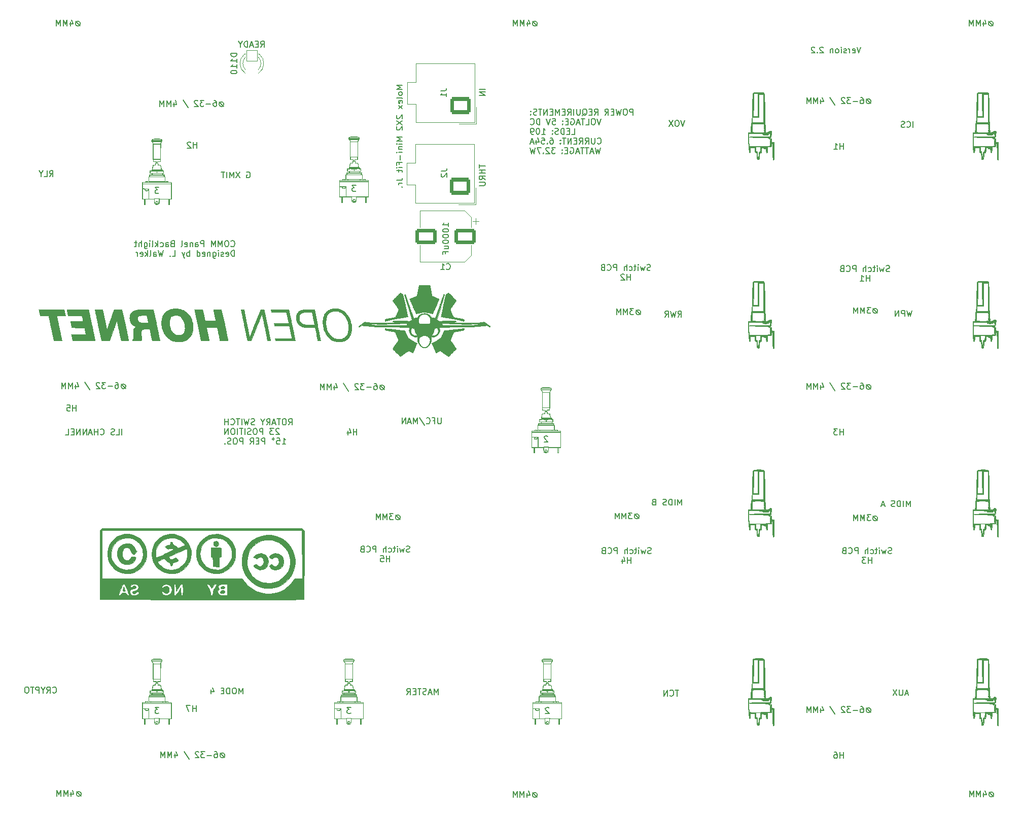
<source format=gbr>
%TF.GenerationSoftware,KiCad,Pcbnew,(6.0.9)*%
%TF.CreationDate,2022-12-17T22:16:12-09:00*%
%TF.ProjectId,PCB_ COMM PANEL,5043422c-2043-44f4-9d4d-2050414e454c,rev?*%
%TF.SameCoordinates,Original*%
%TF.FileFunction,Legend,Bot*%
%TF.FilePolarity,Positive*%
%FSLAX46Y46*%
G04 Gerber Fmt 4.6, Leading zero omitted, Abs format (unit mm)*
G04 Created by KiCad (PCBNEW (6.0.9)) date 2022-12-17 22:16:12*
%MOMM*%
%LPD*%
G01*
G04 APERTURE LIST*
G04 Aperture macros list*
%AMRoundRect*
0 Rectangle with rounded corners*
0 $1 Rounding radius*
0 $2 $3 $4 $5 $6 $7 $8 $9 X,Y pos of 4 corners*
0 Add a 4 corners polygon primitive as box body*
4,1,4,$2,$3,$4,$5,$6,$7,$8,$9,$2,$3,0*
0 Add four circle primitives for the rounded corners*
1,1,$1+$1,$2,$3*
1,1,$1+$1,$4,$5*
1,1,$1+$1,$6,$7*
1,1,$1+$1,$8,$9*
0 Add four rect primitives between the rounded corners*
20,1,$1+$1,$2,$3,$4,$5,0*
20,1,$1+$1,$4,$5,$6,$7,0*
20,1,$1+$1,$6,$7,$8,$9,0*
20,1,$1+$1,$8,$9,$2,$3,0*%
G04 Aperture macros list end*
%ADD10C,0.150000*%
%ADD11C,0.120000*%
%ADD12C,0.010000*%
%ADD13C,0.100000*%
%ADD14C,12.800000*%
%ADD15C,4.400000*%
%ADD16C,7.640752*%
%ADD17C,2.481250*%
%ADD18RoundRect,0.300000X1.500000X1.000000X-1.500000X1.000000X-1.500000X-1.000000X1.500000X-1.000000X0*%
%ADD19RoundRect,0.300001X1.399999X-1.099999X1.399999X1.099999X-1.399999X1.099999X-1.399999X-1.099999X0*%
%ADD20O,3.400000X2.800000*%
%ADD21RoundRect,0.050000X-0.900000X0.900000X-0.900000X-0.900000X0.900000X-0.900000X0.900000X0.900000X0*%
%ADD22C,1.900000*%
G04 APERTURE END LIST*
D10*
X78777885Y-153055676D02*
X78587409Y-153055676D01*
X78396933Y-153150914D01*
X78301695Y-153341390D01*
X78301695Y-153531866D01*
X78396933Y-153722342D01*
X78587409Y-153817580D01*
X78777885Y-153817580D01*
X78968361Y-153722342D01*
X79063600Y-153531866D01*
X79063600Y-153341390D01*
X78968361Y-153150914D01*
X78777885Y-153055676D01*
X78301695Y-153055676D02*
X79063600Y-153817580D01*
X77396933Y-153150914D02*
X77396933Y-153817580D01*
X77635028Y-152769961D02*
X77873123Y-153484247D01*
X77254076Y-153484247D01*
X76873123Y-153817580D02*
X76873123Y-152817580D01*
X76539790Y-153531866D01*
X76206457Y-152817580D01*
X76206457Y-153817580D01*
X75730266Y-153817580D02*
X75730266Y-152817580D01*
X75396933Y-153531866D01*
X75063600Y-152817580D01*
X75063600Y-153817580D01*
X174224438Y-113290161D02*
X174081580Y-113337780D01*
X173843485Y-113337780D01*
X173748247Y-113290161D01*
X173700628Y-113242542D01*
X173653009Y-113147304D01*
X173653009Y-113052066D01*
X173700628Y-112956828D01*
X173748247Y-112909209D01*
X173843485Y-112861590D01*
X174033961Y-112813971D01*
X174129200Y-112766352D01*
X174176819Y-112718733D01*
X174224438Y-112623495D01*
X174224438Y-112528257D01*
X174176819Y-112433019D01*
X174129200Y-112385400D01*
X174033961Y-112337780D01*
X173795866Y-112337780D01*
X173653009Y-112385400D01*
X173319676Y-112671114D02*
X173129200Y-113337780D01*
X172938723Y-112861590D01*
X172748247Y-113337780D01*
X172557771Y-112671114D01*
X172176819Y-113337780D02*
X172176819Y-112671114D01*
X172176819Y-112337780D02*
X172224438Y-112385400D01*
X172176819Y-112433019D01*
X172129200Y-112385400D01*
X172176819Y-112337780D01*
X172176819Y-112433019D01*
X171843485Y-112671114D02*
X171462533Y-112671114D01*
X171700628Y-112337780D02*
X171700628Y-113194923D01*
X171653009Y-113290161D01*
X171557771Y-113337780D01*
X171462533Y-113337780D01*
X170700628Y-113290161D02*
X170795866Y-113337780D01*
X170986342Y-113337780D01*
X171081580Y-113290161D01*
X171129200Y-113242542D01*
X171176819Y-113147304D01*
X171176819Y-112861590D01*
X171129200Y-112766352D01*
X171081580Y-112718733D01*
X170986342Y-112671114D01*
X170795866Y-112671114D01*
X170700628Y-112718733D01*
X170272057Y-113337780D02*
X170272057Y-112337780D01*
X169843485Y-113337780D02*
X169843485Y-112813971D01*
X169891104Y-112718733D01*
X169986342Y-112671114D01*
X170129200Y-112671114D01*
X170224438Y-112718733D01*
X170272057Y-112766352D01*
X168605390Y-113337780D02*
X168605390Y-112337780D01*
X168224438Y-112337780D01*
X168129200Y-112385400D01*
X168081580Y-112433019D01*
X168033961Y-112528257D01*
X168033961Y-112671114D01*
X168081580Y-112766352D01*
X168129200Y-112813971D01*
X168224438Y-112861590D01*
X168605390Y-112861590D01*
X167033961Y-113242542D02*
X167081580Y-113290161D01*
X167224438Y-113337780D01*
X167319676Y-113337780D01*
X167462533Y-113290161D01*
X167557771Y-113194923D01*
X167605390Y-113099685D01*
X167653009Y-112909209D01*
X167653009Y-112766352D01*
X167605390Y-112575876D01*
X167557771Y-112480638D01*
X167462533Y-112385400D01*
X167319676Y-112337780D01*
X167224438Y-112337780D01*
X167081580Y-112385400D01*
X167033961Y-112433019D01*
X166272057Y-112813971D02*
X166129200Y-112861590D01*
X166081580Y-112909209D01*
X166033961Y-113004447D01*
X166033961Y-113147304D01*
X166081580Y-113242542D01*
X166129200Y-113290161D01*
X166224438Y-113337780D01*
X166605390Y-113337780D01*
X166605390Y-112337780D01*
X166272057Y-112337780D01*
X166176819Y-112385400D01*
X166129200Y-112433019D01*
X166081580Y-112528257D01*
X166081580Y-112623495D01*
X166129200Y-112718733D01*
X166176819Y-112766352D01*
X166272057Y-112813971D01*
X166605390Y-112813971D01*
X170891104Y-114947780D02*
X170891104Y-113947780D01*
X170891104Y-114423971D02*
X170319676Y-114423971D01*
X170319676Y-114947780D02*
X170319676Y-113947780D01*
X169414914Y-114281114D02*
X169414914Y-114947780D01*
X169653009Y-113900161D02*
X169891104Y-114614447D01*
X169272057Y-114614447D01*
X113723042Y-91857180D02*
X114056376Y-91380990D01*
X114294471Y-91857180D02*
X114294471Y-90857180D01*
X113913519Y-90857180D01*
X113818280Y-90904800D01*
X113770661Y-90952419D01*
X113723042Y-91047657D01*
X113723042Y-91190514D01*
X113770661Y-91285752D01*
X113818280Y-91333371D01*
X113913519Y-91380990D01*
X114294471Y-91380990D01*
X113103995Y-90857180D02*
X112913519Y-90857180D01*
X112818280Y-90904800D01*
X112723042Y-91000038D01*
X112675423Y-91190514D01*
X112675423Y-91523847D01*
X112723042Y-91714323D01*
X112818280Y-91809561D01*
X112913519Y-91857180D01*
X113103995Y-91857180D01*
X113199233Y-91809561D01*
X113294471Y-91714323D01*
X113342090Y-91523847D01*
X113342090Y-91190514D01*
X113294471Y-91000038D01*
X113199233Y-90904800D01*
X113103995Y-90857180D01*
X112389709Y-90857180D02*
X111818280Y-90857180D01*
X112103995Y-91857180D02*
X112103995Y-90857180D01*
X111532566Y-91571466D02*
X111056376Y-91571466D01*
X111627804Y-91857180D02*
X111294471Y-90857180D01*
X110961138Y-91857180D01*
X110056376Y-91857180D02*
X110389709Y-91380990D01*
X110627804Y-91857180D02*
X110627804Y-90857180D01*
X110246852Y-90857180D01*
X110151614Y-90904800D01*
X110103995Y-90952419D01*
X110056376Y-91047657D01*
X110056376Y-91190514D01*
X110103995Y-91285752D01*
X110151614Y-91333371D01*
X110246852Y-91380990D01*
X110627804Y-91380990D01*
X109437328Y-91380990D02*
X109437328Y-91857180D01*
X109770661Y-90857180D02*
X109437328Y-91380990D01*
X109103995Y-90857180D01*
X108056376Y-91809561D02*
X107913519Y-91857180D01*
X107675423Y-91857180D01*
X107580185Y-91809561D01*
X107532566Y-91761942D01*
X107484947Y-91666704D01*
X107484947Y-91571466D01*
X107532566Y-91476228D01*
X107580185Y-91428609D01*
X107675423Y-91380990D01*
X107865900Y-91333371D01*
X107961138Y-91285752D01*
X108008757Y-91238133D01*
X108056376Y-91142895D01*
X108056376Y-91047657D01*
X108008757Y-90952419D01*
X107961138Y-90904800D01*
X107865900Y-90857180D01*
X107627804Y-90857180D01*
X107484947Y-90904800D01*
X107151614Y-90857180D02*
X106913519Y-91857180D01*
X106723042Y-91142895D01*
X106532566Y-91857180D01*
X106294471Y-90857180D01*
X105913519Y-91857180D02*
X105913519Y-90857180D01*
X105580185Y-90857180D02*
X105008757Y-90857180D01*
X105294471Y-91857180D02*
X105294471Y-90857180D01*
X104103995Y-91761942D02*
X104151614Y-91809561D01*
X104294471Y-91857180D01*
X104389709Y-91857180D01*
X104532566Y-91809561D01*
X104627804Y-91714323D01*
X104675423Y-91619085D01*
X104723042Y-91428609D01*
X104723042Y-91285752D01*
X104675423Y-91095276D01*
X104627804Y-91000038D01*
X104532566Y-90904800D01*
X104389709Y-90857180D01*
X104294471Y-90857180D01*
X104151614Y-90904800D01*
X104103995Y-90952419D01*
X103675423Y-91857180D02*
X103675423Y-90857180D01*
X103675423Y-91333371D02*
X103103995Y-91333371D01*
X103103995Y-91857180D02*
X103103995Y-90857180D01*
X112151614Y-92562419D02*
X112103995Y-92514800D01*
X112008757Y-92467180D01*
X111770661Y-92467180D01*
X111675423Y-92514800D01*
X111627804Y-92562419D01*
X111580185Y-92657657D01*
X111580185Y-92752895D01*
X111627804Y-92895752D01*
X112199233Y-93467180D01*
X111580185Y-93467180D01*
X111246852Y-92467180D02*
X110627804Y-92467180D01*
X110961138Y-92848133D01*
X110818280Y-92848133D01*
X110723042Y-92895752D01*
X110675423Y-92943371D01*
X110627804Y-93038609D01*
X110627804Y-93276704D01*
X110675423Y-93371942D01*
X110723042Y-93419561D01*
X110818280Y-93467180D01*
X111103995Y-93467180D01*
X111199233Y-93419561D01*
X111246852Y-93371942D01*
X109437328Y-93467180D02*
X109437328Y-92467180D01*
X109056376Y-92467180D01*
X108961138Y-92514800D01*
X108913519Y-92562419D01*
X108865900Y-92657657D01*
X108865900Y-92800514D01*
X108913519Y-92895752D01*
X108961138Y-92943371D01*
X109056376Y-92990990D01*
X109437328Y-92990990D01*
X108246852Y-92467180D02*
X108056376Y-92467180D01*
X107961138Y-92514800D01*
X107865900Y-92610038D01*
X107818280Y-92800514D01*
X107818280Y-93133847D01*
X107865900Y-93324323D01*
X107961138Y-93419561D01*
X108056376Y-93467180D01*
X108246852Y-93467180D01*
X108342090Y-93419561D01*
X108437328Y-93324323D01*
X108484947Y-93133847D01*
X108484947Y-92800514D01*
X108437328Y-92610038D01*
X108342090Y-92514800D01*
X108246852Y-92467180D01*
X107437328Y-93419561D02*
X107294471Y-93467180D01*
X107056376Y-93467180D01*
X106961138Y-93419561D01*
X106913519Y-93371942D01*
X106865900Y-93276704D01*
X106865900Y-93181466D01*
X106913519Y-93086228D01*
X106961138Y-93038609D01*
X107056376Y-92990990D01*
X107246852Y-92943371D01*
X107342090Y-92895752D01*
X107389709Y-92848133D01*
X107437328Y-92752895D01*
X107437328Y-92657657D01*
X107389709Y-92562419D01*
X107342090Y-92514800D01*
X107246852Y-92467180D01*
X107008757Y-92467180D01*
X106865900Y-92514800D01*
X106437328Y-93467180D02*
X106437328Y-92467180D01*
X106103995Y-92467180D02*
X105532566Y-92467180D01*
X105818280Y-93467180D02*
X105818280Y-92467180D01*
X105199233Y-93467180D02*
X105199233Y-92467180D01*
X104532566Y-92467180D02*
X104342090Y-92467180D01*
X104246852Y-92514800D01*
X104151614Y-92610038D01*
X104103995Y-92800514D01*
X104103995Y-93133847D01*
X104151614Y-93324323D01*
X104246852Y-93419561D01*
X104342090Y-93467180D01*
X104532566Y-93467180D01*
X104627804Y-93419561D01*
X104723042Y-93324323D01*
X104770661Y-93133847D01*
X104770661Y-92800514D01*
X104723042Y-92610038D01*
X104627804Y-92514800D01*
X104532566Y-92467180D01*
X103675423Y-93467180D02*
X103675423Y-92467180D01*
X103103995Y-93467180D01*
X103103995Y-92467180D01*
X112675423Y-95077180D02*
X113246852Y-95077180D01*
X112961138Y-95077180D02*
X112961138Y-94077180D01*
X113056376Y-94220038D01*
X113151614Y-94315276D01*
X113246852Y-94362895D01*
X111770661Y-94077180D02*
X112246852Y-94077180D01*
X112294471Y-94553371D01*
X112246852Y-94505752D01*
X112151614Y-94458133D01*
X111913519Y-94458133D01*
X111818280Y-94505752D01*
X111770661Y-94553371D01*
X111723042Y-94648609D01*
X111723042Y-94886704D01*
X111770661Y-94981942D01*
X111818280Y-95029561D01*
X111913519Y-95077180D01*
X112151614Y-95077180D01*
X112246852Y-95029561D01*
X112294471Y-94981942D01*
X111151614Y-94077180D02*
X111246852Y-94124800D01*
X111294471Y-94220038D01*
X111246852Y-94315276D01*
X111151614Y-94362895D01*
X111056376Y-94315276D01*
X111008757Y-94220038D01*
X111056376Y-94124800D01*
X111151614Y-94077180D01*
X109770661Y-95077180D02*
X109770661Y-94077180D01*
X109389709Y-94077180D01*
X109294471Y-94124800D01*
X109246852Y-94172419D01*
X109199233Y-94267657D01*
X109199233Y-94410514D01*
X109246852Y-94505752D01*
X109294471Y-94553371D01*
X109389709Y-94600990D01*
X109770661Y-94600990D01*
X108770661Y-94553371D02*
X108437328Y-94553371D01*
X108294471Y-95077180D02*
X108770661Y-95077180D01*
X108770661Y-94077180D01*
X108294471Y-94077180D01*
X107294471Y-95077180D02*
X107627804Y-94600990D01*
X107865900Y-95077180D02*
X107865900Y-94077180D01*
X107484947Y-94077180D01*
X107389709Y-94124800D01*
X107342090Y-94172419D01*
X107294471Y-94267657D01*
X107294471Y-94410514D01*
X107342090Y-94505752D01*
X107389709Y-94553371D01*
X107484947Y-94600990D01*
X107865900Y-94600990D01*
X106103995Y-95077180D02*
X106103995Y-94077180D01*
X105723042Y-94077180D01*
X105627804Y-94124800D01*
X105580185Y-94172419D01*
X105532566Y-94267657D01*
X105532566Y-94410514D01*
X105580185Y-94505752D01*
X105627804Y-94553371D01*
X105723042Y-94600990D01*
X106103995Y-94600990D01*
X104913519Y-94077180D02*
X104723042Y-94077180D01*
X104627804Y-94124800D01*
X104532566Y-94220038D01*
X104484947Y-94410514D01*
X104484947Y-94743847D01*
X104532566Y-94934323D01*
X104627804Y-95029561D01*
X104723042Y-95077180D01*
X104913519Y-95077180D01*
X105008757Y-95029561D01*
X105103995Y-94934323D01*
X105151614Y-94743847D01*
X105151614Y-94410514D01*
X105103995Y-94220038D01*
X105008757Y-94124800D01*
X104913519Y-94077180D01*
X104103995Y-95029561D02*
X103961138Y-95077180D01*
X103723042Y-95077180D01*
X103627804Y-95029561D01*
X103580185Y-94981942D01*
X103532566Y-94886704D01*
X103532566Y-94791466D01*
X103580185Y-94696228D01*
X103627804Y-94648609D01*
X103723042Y-94600990D01*
X103913519Y-94553371D01*
X104008757Y-94505752D01*
X104056376Y-94458133D01*
X104103995Y-94362895D01*
X104103995Y-94267657D01*
X104056376Y-94172419D01*
X104008757Y-94124800D01*
X103913519Y-94077180D01*
X103675423Y-94077180D01*
X103532566Y-94124800D01*
X103103995Y-94981942D02*
X103056376Y-95029561D01*
X103103995Y-95077180D01*
X103151614Y-95029561D01*
X103103995Y-94981942D01*
X103103995Y-95077180D01*
X171945085Y-106776876D02*
X171754609Y-106776876D01*
X171564133Y-106872114D01*
X171468895Y-107062590D01*
X171468895Y-107253066D01*
X171564133Y-107443542D01*
X171754609Y-107538780D01*
X171945085Y-107538780D01*
X172135561Y-107443542D01*
X172230800Y-107253066D01*
X172230800Y-107062590D01*
X172135561Y-106872114D01*
X171945085Y-106776876D01*
X171468895Y-106776876D02*
X172230800Y-107538780D01*
X171087942Y-106538780D02*
X170468895Y-106538780D01*
X170802228Y-106919733D01*
X170659371Y-106919733D01*
X170564133Y-106967352D01*
X170516514Y-107014971D01*
X170468895Y-107110209D01*
X170468895Y-107348304D01*
X170516514Y-107443542D01*
X170564133Y-107491161D01*
X170659371Y-107538780D01*
X170945085Y-107538780D01*
X171040323Y-107491161D01*
X171087942Y-107443542D01*
X170040323Y-107538780D02*
X170040323Y-106538780D01*
X169706990Y-107253066D01*
X169373657Y-106538780D01*
X169373657Y-107538780D01*
X168897466Y-107538780D02*
X168897466Y-106538780D01*
X168564133Y-107253066D01*
X168230800Y-106538780D01*
X168230800Y-107538780D01*
X73828209Y-50439580D02*
X74161542Y-49963390D01*
X74399638Y-50439580D02*
X74399638Y-49439580D01*
X74018685Y-49439580D01*
X73923447Y-49487200D01*
X73875828Y-49534819D01*
X73828209Y-49630057D01*
X73828209Y-49772914D01*
X73875828Y-49868152D01*
X73923447Y-49915771D01*
X74018685Y-49963390D01*
X74399638Y-49963390D01*
X72923447Y-50439580D02*
X73399638Y-50439580D01*
X73399638Y-49439580D01*
X72399638Y-49963390D02*
X72399638Y-50439580D01*
X72732971Y-49439580D02*
X72399638Y-49963390D01*
X72066304Y-49439580D01*
X217495142Y-105506780D02*
X217495142Y-104506780D01*
X217161809Y-105221066D01*
X216828476Y-104506780D01*
X216828476Y-105506780D01*
X216352285Y-105506780D02*
X216352285Y-104506780D01*
X215876095Y-105506780D02*
X215876095Y-104506780D01*
X215638000Y-104506780D01*
X215495142Y-104554400D01*
X215399904Y-104649638D01*
X215352285Y-104744876D01*
X215304666Y-104935352D01*
X215304666Y-105078209D01*
X215352285Y-105268685D01*
X215399904Y-105363923D01*
X215495142Y-105459161D01*
X215638000Y-105506780D01*
X215876095Y-105506780D01*
X214923714Y-105459161D02*
X214780857Y-105506780D01*
X214542761Y-105506780D01*
X214447523Y-105459161D01*
X214399904Y-105411542D01*
X214352285Y-105316304D01*
X214352285Y-105221066D01*
X214399904Y-105125828D01*
X214447523Y-105078209D01*
X214542761Y-105030590D01*
X214733238Y-104982971D01*
X214828476Y-104935352D01*
X214876095Y-104887733D01*
X214923714Y-104792495D01*
X214923714Y-104697257D01*
X214876095Y-104602019D01*
X214828476Y-104554400D01*
X214733238Y-104506780D01*
X214495142Y-104506780D01*
X214352285Y-104554400D01*
X213209428Y-105221066D02*
X212733238Y-105221066D01*
X213304666Y-105506780D02*
X212971333Y-104506780D01*
X212638000Y-105506780D01*
X109066460Y-28834340D02*
X109399793Y-28358150D01*
X109637888Y-28834340D02*
X109637888Y-27834340D01*
X109256936Y-27834340D01*
X109161698Y-27881960D01*
X109114079Y-27929579D01*
X109066460Y-28024817D01*
X109066460Y-28167674D01*
X109114079Y-28262912D01*
X109161698Y-28310531D01*
X109256936Y-28358150D01*
X109637888Y-28358150D01*
X108637888Y-28310531D02*
X108304555Y-28310531D01*
X108161698Y-28834340D02*
X108637888Y-28834340D01*
X108637888Y-27834340D01*
X108161698Y-27834340D01*
X107780745Y-28548626D02*
X107304555Y-28548626D01*
X107875983Y-28834340D02*
X107542650Y-27834340D01*
X107209317Y-28834340D01*
X106875983Y-28834340D02*
X106875983Y-27834340D01*
X106637888Y-27834340D01*
X106495031Y-27881960D01*
X106399793Y-27977198D01*
X106352174Y-28072436D01*
X106304555Y-28262912D01*
X106304555Y-28405769D01*
X106352174Y-28596245D01*
X106399793Y-28691483D01*
X106495031Y-28786721D01*
X106637888Y-28834340D01*
X106875983Y-28834340D01*
X105685507Y-28358150D02*
X105685507Y-28834340D01*
X106018840Y-27834340D02*
X105685507Y-28358150D01*
X105352174Y-27834340D01*
X171205614Y-40158380D02*
X171205614Y-39158380D01*
X170824661Y-39158380D01*
X170729423Y-39206000D01*
X170681804Y-39253619D01*
X170634185Y-39348857D01*
X170634185Y-39491714D01*
X170681804Y-39586952D01*
X170729423Y-39634571D01*
X170824661Y-39682190D01*
X171205614Y-39682190D01*
X170015138Y-39158380D02*
X169824661Y-39158380D01*
X169729423Y-39206000D01*
X169634185Y-39301238D01*
X169586566Y-39491714D01*
X169586566Y-39825047D01*
X169634185Y-40015523D01*
X169729423Y-40110761D01*
X169824661Y-40158380D01*
X170015138Y-40158380D01*
X170110376Y-40110761D01*
X170205614Y-40015523D01*
X170253233Y-39825047D01*
X170253233Y-39491714D01*
X170205614Y-39301238D01*
X170110376Y-39206000D01*
X170015138Y-39158380D01*
X169253233Y-39158380D02*
X169015138Y-40158380D01*
X168824661Y-39444095D01*
X168634185Y-40158380D01*
X168396090Y-39158380D01*
X168015138Y-39634571D02*
X167681804Y-39634571D01*
X167538947Y-40158380D02*
X168015138Y-40158380D01*
X168015138Y-39158380D01*
X167538947Y-39158380D01*
X166538947Y-40158380D02*
X166872280Y-39682190D01*
X167110376Y-40158380D02*
X167110376Y-39158380D01*
X166729423Y-39158380D01*
X166634185Y-39206000D01*
X166586566Y-39253619D01*
X166538947Y-39348857D01*
X166538947Y-39491714D01*
X166586566Y-39586952D01*
X166634185Y-39634571D01*
X166729423Y-39682190D01*
X167110376Y-39682190D01*
X164777042Y-40158380D02*
X165110376Y-39682190D01*
X165348471Y-40158380D02*
X165348471Y-39158380D01*
X164967519Y-39158380D01*
X164872280Y-39206000D01*
X164824661Y-39253619D01*
X164777042Y-39348857D01*
X164777042Y-39491714D01*
X164824661Y-39586952D01*
X164872280Y-39634571D01*
X164967519Y-39682190D01*
X165348471Y-39682190D01*
X164348471Y-39634571D02*
X164015138Y-39634571D01*
X163872280Y-40158380D02*
X164348471Y-40158380D01*
X164348471Y-39158380D01*
X163872280Y-39158380D01*
X162777042Y-40253619D02*
X162872280Y-40206000D01*
X162967519Y-40110761D01*
X163110376Y-39967904D01*
X163205614Y-39920285D01*
X163300852Y-39920285D01*
X163253233Y-40158380D02*
X163348471Y-40110761D01*
X163443709Y-40015523D01*
X163491328Y-39825047D01*
X163491328Y-39491714D01*
X163443709Y-39301238D01*
X163348471Y-39206000D01*
X163253233Y-39158380D01*
X163062757Y-39158380D01*
X162967519Y-39206000D01*
X162872280Y-39301238D01*
X162824661Y-39491714D01*
X162824661Y-39825047D01*
X162872280Y-40015523D01*
X162967519Y-40110761D01*
X163062757Y-40158380D01*
X163253233Y-40158380D01*
X162396090Y-39158380D02*
X162396090Y-39967904D01*
X162348471Y-40063142D01*
X162300852Y-40110761D01*
X162205614Y-40158380D01*
X162015138Y-40158380D01*
X161919900Y-40110761D01*
X161872280Y-40063142D01*
X161824661Y-39967904D01*
X161824661Y-39158380D01*
X161348471Y-40158380D02*
X161348471Y-39158380D01*
X160300852Y-40158380D02*
X160634185Y-39682190D01*
X160872280Y-40158380D02*
X160872280Y-39158380D01*
X160491328Y-39158380D01*
X160396090Y-39206000D01*
X160348471Y-39253619D01*
X160300852Y-39348857D01*
X160300852Y-39491714D01*
X160348471Y-39586952D01*
X160396090Y-39634571D01*
X160491328Y-39682190D01*
X160872280Y-39682190D01*
X159872280Y-39634571D02*
X159538947Y-39634571D01*
X159396090Y-40158380D02*
X159872280Y-40158380D01*
X159872280Y-39158380D01*
X159396090Y-39158380D01*
X158967519Y-40158380D02*
X158967519Y-39158380D01*
X158634185Y-39872666D01*
X158300852Y-39158380D01*
X158300852Y-40158380D01*
X157824661Y-39634571D02*
X157491328Y-39634571D01*
X157348471Y-40158380D02*
X157824661Y-40158380D01*
X157824661Y-39158380D01*
X157348471Y-39158380D01*
X156919900Y-40158380D02*
X156919900Y-39158380D01*
X156348471Y-40158380D01*
X156348471Y-39158380D01*
X156015138Y-39158380D02*
X155443709Y-39158380D01*
X155729423Y-40158380D02*
X155729423Y-39158380D01*
X155157995Y-40110761D02*
X155015138Y-40158380D01*
X154777042Y-40158380D01*
X154681804Y-40110761D01*
X154634185Y-40063142D01*
X154586566Y-39967904D01*
X154586566Y-39872666D01*
X154634185Y-39777428D01*
X154681804Y-39729809D01*
X154777042Y-39682190D01*
X154967519Y-39634571D01*
X155062757Y-39586952D01*
X155110376Y-39539333D01*
X155157995Y-39444095D01*
X155157995Y-39348857D01*
X155110376Y-39253619D01*
X155062757Y-39206000D01*
X154967519Y-39158380D01*
X154729423Y-39158380D01*
X154586566Y-39206000D01*
X154157995Y-40063142D02*
X154110376Y-40110761D01*
X154157995Y-40158380D01*
X154205614Y-40110761D01*
X154157995Y-40063142D01*
X154157995Y-40158380D01*
X154157995Y-39539333D02*
X154110376Y-39586952D01*
X154157995Y-39634571D01*
X154205614Y-39586952D01*
X154157995Y-39539333D01*
X154157995Y-39634571D01*
X165872280Y-40768380D02*
X165538947Y-41768380D01*
X165205614Y-40768380D01*
X164681804Y-40768380D02*
X164491328Y-40768380D01*
X164396090Y-40816000D01*
X164300852Y-40911238D01*
X164253233Y-41101714D01*
X164253233Y-41435047D01*
X164300852Y-41625523D01*
X164396090Y-41720761D01*
X164491328Y-41768380D01*
X164681804Y-41768380D01*
X164777042Y-41720761D01*
X164872280Y-41625523D01*
X164919900Y-41435047D01*
X164919900Y-41101714D01*
X164872280Y-40911238D01*
X164777042Y-40816000D01*
X164681804Y-40768380D01*
X163348471Y-41768380D02*
X163824661Y-41768380D01*
X163824661Y-40768380D01*
X163157995Y-40768380D02*
X162586566Y-40768380D01*
X162872280Y-41768380D02*
X162872280Y-40768380D01*
X162300852Y-41482666D02*
X161824661Y-41482666D01*
X162396090Y-41768380D02*
X162062757Y-40768380D01*
X161729423Y-41768380D01*
X160872280Y-40816000D02*
X160967519Y-40768380D01*
X161110376Y-40768380D01*
X161253233Y-40816000D01*
X161348471Y-40911238D01*
X161396090Y-41006476D01*
X161443709Y-41196952D01*
X161443709Y-41339809D01*
X161396090Y-41530285D01*
X161348471Y-41625523D01*
X161253233Y-41720761D01*
X161110376Y-41768380D01*
X161015138Y-41768380D01*
X160872280Y-41720761D01*
X160824661Y-41673142D01*
X160824661Y-41339809D01*
X161015138Y-41339809D01*
X160396090Y-41244571D02*
X160062757Y-41244571D01*
X159919900Y-41768380D02*
X160396090Y-41768380D01*
X160396090Y-40768380D01*
X159919900Y-40768380D01*
X159491328Y-41673142D02*
X159443709Y-41720761D01*
X159491328Y-41768380D01*
X159538947Y-41720761D01*
X159491328Y-41673142D01*
X159491328Y-41768380D01*
X159491328Y-41149333D02*
X159443709Y-41196952D01*
X159491328Y-41244571D01*
X159538947Y-41196952D01*
X159491328Y-41149333D01*
X159491328Y-41244571D01*
X157777042Y-40768380D02*
X158253233Y-40768380D01*
X158300852Y-41244571D01*
X158253233Y-41196952D01*
X158157995Y-41149333D01*
X157919900Y-41149333D01*
X157824661Y-41196952D01*
X157777042Y-41244571D01*
X157729423Y-41339809D01*
X157729423Y-41577904D01*
X157777042Y-41673142D01*
X157824661Y-41720761D01*
X157919900Y-41768380D01*
X158157995Y-41768380D01*
X158253233Y-41720761D01*
X158300852Y-41673142D01*
X157443709Y-40768380D02*
X157110376Y-41768380D01*
X156777042Y-40768380D01*
X155681804Y-41768380D02*
X155681804Y-40768380D01*
X155443709Y-40768380D01*
X155300852Y-40816000D01*
X155205614Y-40911238D01*
X155157995Y-41006476D01*
X155110376Y-41196952D01*
X155110376Y-41339809D01*
X155157995Y-41530285D01*
X155205614Y-41625523D01*
X155300852Y-41720761D01*
X155443709Y-41768380D01*
X155681804Y-41768380D01*
X154110376Y-41673142D02*
X154157995Y-41720761D01*
X154300852Y-41768380D01*
X154396090Y-41768380D01*
X154538947Y-41720761D01*
X154634185Y-41625523D01*
X154681804Y-41530285D01*
X154729423Y-41339809D01*
X154729423Y-41196952D01*
X154681804Y-41006476D01*
X154634185Y-40911238D01*
X154538947Y-40816000D01*
X154396090Y-40768380D01*
X154300852Y-40768380D01*
X154157995Y-40816000D01*
X154110376Y-40863619D01*
X160967519Y-43378380D02*
X161443709Y-43378380D01*
X161443709Y-42378380D01*
X160634185Y-42854571D02*
X160300852Y-42854571D01*
X160157995Y-43378380D02*
X160634185Y-43378380D01*
X160634185Y-42378380D01*
X160157995Y-42378380D01*
X159729423Y-43378380D02*
X159729423Y-42378380D01*
X159491328Y-42378380D01*
X159348471Y-42426000D01*
X159253233Y-42521238D01*
X159205614Y-42616476D01*
X159157995Y-42806952D01*
X159157995Y-42949809D01*
X159205614Y-43140285D01*
X159253233Y-43235523D01*
X159348471Y-43330761D01*
X159491328Y-43378380D01*
X159729423Y-43378380D01*
X158777042Y-43330761D02*
X158634185Y-43378380D01*
X158396090Y-43378380D01*
X158300852Y-43330761D01*
X158253233Y-43283142D01*
X158205614Y-43187904D01*
X158205614Y-43092666D01*
X158253233Y-42997428D01*
X158300852Y-42949809D01*
X158396090Y-42902190D01*
X158586566Y-42854571D01*
X158681804Y-42806952D01*
X158729423Y-42759333D01*
X158777042Y-42664095D01*
X158777042Y-42568857D01*
X158729423Y-42473619D01*
X158681804Y-42426000D01*
X158586566Y-42378380D01*
X158348471Y-42378380D01*
X158205614Y-42426000D01*
X157777042Y-43283142D02*
X157729423Y-43330761D01*
X157777042Y-43378380D01*
X157824661Y-43330761D01*
X157777042Y-43283142D01*
X157777042Y-43378380D01*
X157777042Y-42759333D02*
X157729423Y-42806952D01*
X157777042Y-42854571D01*
X157824661Y-42806952D01*
X157777042Y-42759333D01*
X157777042Y-42854571D01*
X156015138Y-43378380D02*
X156586566Y-43378380D01*
X156300852Y-43378380D02*
X156300852Y-42378380D01*
X156396090Y-42521238D01*
X156491328Y-42616476D01*
X156586566Y-42664095D01*
X155396090Y-42378380D02*
X155300852Y-42378380D01*
X155205614Y-42426000D01*
X155157995Y-42473619D01*
X155110376Y-42568857D01*
X155062757Y-42759333D01*
X155062757Y-42997428D01*
X155110376Y-43187904D01*
X155157995Y-43283142D01*
X155205614Y-43330761D01*
X155300852Y-43378380D01*
X155396090Y-43378380D01*
X155491328Y-43330761D01*
X155538947Y-43283142D01*
X155586566Y-43187904D01*
X155634185Y-42997428D01*
X155634185Y-42759333D01*
X155586566Y-42568857D01*
X155538947Y-42473619D01*
X155491328Y-42426000D01*
X155396090Y-42378380D01*
X154586566Y-43378380D02*
X154396090Y-43378380D01*
X154300852Y-43330761D01*
X154253233Y-43283142D01*
X154157995Y-43140285D01*
X154110376Y-42949809D01*
X154110376Y-42568857D01*
X154157995Y-42473619D01*
X154205614Y-42426000D01*
X154300852Y-42378380D01*
X154491328Y-42378380D01*
X154586566Y-42426000D01*
X154634185Y-42473619D01*
X154681804Y-42568857D01*
X154681804Y-42806952D01*
X154634185Y-42902190D01*
X154586566Y-42949809D01*
X154491328Y-42997428D01*
X154300852Y-42997428D01*
X154205614Y-42949809D01*
X154157995Y-42902190D01*
X154110376Y-42806952D01*
X165300852Y-44893142D02*
X165348471Y-44940761D01*
X165491328Y-44988380D01*
X165586566Y-44988380D01*
X165729423Y-44940761D01*
X165824661Y-44845523D01*
X165872280Y-44750285D01*
X165919900Y-44559809D01*
X165919900Y-44416952D01*
X165872280Y-44226476D01*
X165824661Y-44131238D01*
X165729423Y-44036000D01*
X165586566Y-43988380D01*
X165491328Y-43988380D01*
X165348471Y-44036000D01*
X165300852Y-44083619D01*
X164872280Y-43988380D02*
X164872280Y-44797904D01*
X164824661Y-44893142D01*
X164777042Y-44940761D01*
X164681804Y-44988380D01*
X164491328Y-44988380D01*
X164396090Y-44940761D01*
X164348471Y-44893142D01*
X164300852Y-44797904D01*
X164300852Y-43988380D01*
X163253233Y-44988380D02*
X163586566Y-44512190D01*
X163824661Y-44988380D02*
X163824661Y-43988380D01*
X163443709Y-43988380D01*
X163348471Y-44036000D01*
X163300852Y-44083619D01*
X163253233Y-44178857D01*
X163253233Y-44321714D01*
X163300852Y-44416952D01*
X163348471Y-44464571D01*
X163443709Y-44512190D01*
X163824661Y-44512190D01*
X162253233Y-44988380D02*
X162586566Y-44512190D01*
X162824661Y-44988380D02*
X162824661Y-43988380D01*
X162443709Y-43988380D01*
X162348471Y-44036000D01*
X162300852Y-44083619D01*
X162253233Y-44178857D01*
X162253233Y-44321714D01*
X162300852Y-44416952D01*
X162348471Y-44464571D01*
X162443709Y-44512190D01*
X162824661Y-44512190D01*
X161824661Y-44464571D02*
X161491328Y-44464571D01*
X161348471Y-44988380D02*
X161824661Y-44988380D01*
X161824661Y-43988380D01*
X161348471Y-43988380D01*
X160919900Y-44988380D02*
X160919900Y-43988380D01*
X160348471Y-44988380D01*
X160348471Y-43988380D01*
X160015138Y-43988380D02*
X159443709Y-43988380D01*
X159729423Y-44988380D02*
X159729423Y-43988380D01*
X159110376Y-44893142D02*
X159062757Y-44940761D01*
X159110376Y-44988380D01*
X159157995Y-44940761D01*
X159110376Y-44893142D01*
X159110376Y-44988380D01*
X159110376Y-44369333D02*
X159062757Y-44416952D01*
X159110376Y-44464571D01*
X159157995Y-44416952D01*
X159110376Y-44369333D01*
X159110376Y-44464571D01*
X157443709Y-43988380D02*
X157634185Y-43988380D01*
X157729423Y-44036000D01*
X157777042Y-44083619D01*
X157872280Y-44226476D01*
X157919900Y-44416952D01*
X157919900Y-44797904D01*
X157872280Y-44893142D01*
X157824661Y-44940761D01*
X157729423Y-44988380D01*
X157538947Y-44988380D01*
X157443709Y-44940761D01*
X157396090Y-44893142D01*
X157348471Y-44797904D01*
X157348471Y-44559809D01*
X157396090Y-44464571D01*
X157443709Y-44416952D01*
X157538947Y-44369333D01*
X157729423Y-44369333D01*
X157824661Y-44416952D01*
X157872280Y-44464571D01*
X157919900Y-44559809D01*
X156919900Y-44893142D02*
X156872280Y-44940761D01*
X156919900Y-44988380D01*
X156967519Y-44940761D01*
X156919900Y-44893142D01*
X156919900Y-44988380D01*
X155967519Y-43988380D02*
X156443709Y-43988380D01*
X156491328Y-44464571D01*
X156443709Y-44416952D01*
X156348471Y-44369333D01*
X156110376Y-44369333D01*
X156015138Y-44416952D01*
X155967519Y-44464571D01*
X155919900Y-44559809D01*
X155919900Y-44797904D01*
X155967519Y-44893142D01*
X156015138Y-44940761D01*
X156110376Y-44988380D01*
X156348471Y-44988380D01*
X156443709Y-44940761D01*
X156491328Y-44893142D01*
X155062757Y-44321714D02*
X155062757Y-44988380D01*
X155300852Y-43940761D02*
X155538947Y-44655047D01*
X154919900Y-44655047D01*
X154586566Y-44702666D02*
X154110376Y-44702666D01*
X154681804Y-44988380D02*
X154348471Y-43988380D01*
X154015138Y-44988380D01*
X165777042Y-45598380D02*
X165538947Y-46598380D01*
X165348471Y-45884095D01*
X165157995Y-46598380D01*
X164919900Y-45598380D01*
X164586566Y-46312666D02*
X164110376Y-46312666D01*
X164681804Y-46598380D02*
X164348471Y-45598380D01*
X164015138Y-46598380D01*
X163824661Y-45598380D02*
X163253233Y-45598380D01*
X163538947Y-46598380D02*
X163538947Y-45598380D01*
X163062757Y-45598380D02*
X162491328Y-45598380D01*
X162777042Y-46598380D02*
X162777042Y-45598380D01*
X162205614Y-46312666D02*
X161729423Y-46312666D01*
X162300852Y-46598380D02*
X161967519Y-45598380D01*
X161634185Y-46598380D01*
X160777042Y-45646000D02*
X160872280Y-45598380D01*
X161015138Y-45598380D01*
X161157995Y-45646000D01*
X161253233Y-45741238D01*
X161300852Y-45836476D01*
X161348471Y-46026952D01*
X161348471Y-46169809D01*
X161300852Y-46360285D01*
X161253233Y-46455523D01*
X161157995Y-46550761D01*
X161015138Y-46598380D01*
X160919900Y-46598380D01*
X160777042Y-46550761D01*
X160729423Y-46503142D01*
X160729423Y-46169809D01*
X160919900Y-46169809D01*
X160300852Y-46074571D02*
X159967519Y-46074571D01*
X159824661Y-46598380D02*
X160300852Y-46598380D01*
X160300852Y-45598380D01*
X159824661Y-45598380D01*
X159396090Y-46503142D02*
X159348471Y-46550761D01*
X159396090Y-46598380D01*
X159443709Y-46550761D01*
X159396090Y-46503142D01*
X159396090Y-46598380D01*
X159396090Y-45979333D02*
X159348471Y-46026952D01*
X159396090Y-46074571D01*
X159443709Y-46026952D01*
X159396090Y-45979333D01*
X159396090Y-46074571D01*
X158253233Y-45598380D02*
X157634185Y-45598380D01*
X157967519Y-45979333D01*
X157824661Y-45979333D01*
X157729423Y-46026952D01*
X157681804Y-46074571D01*
X157634185Y-46169809D01*
X157634185Y-46407904D01*
X157681804Y-46503142D01*
X157729423Y-46550761D01*
X157824661Y-46598380D01*
X158110376Y-46598380D01*
X158205614Y-46550761D01*
X158253233Y-46503142D01*
X157253233Y-45693619D02*
X157205614Y-45646000D01*
X157110376Y-45598380D01*
X156872280Y-45598380D01*
X156777042Y-45646000D01*
X156729423Y-45693619D01*
X156681804Y-45788857D01*
X156681804Y-45884095D01*
X156729423Y-46026952D01*
X157300852Y-46598380D01*
X156681804Y-46598380D01*
X156253233Y-46503142D02*
X156205614Y-46550761D01*
X156253233Y-46598380D01*
X156300852Y-46550761D01*
X156253233Y-46503142D01*
X156253233Y-46598380D01*
X155872280Y-45598380D02*
X155205614Y-45598380D01*
X155634185Y-46598380D01*
X154919900Y-45598380D02*
X154681804Y-46598380D01*
X154491328Y-45884095D01*
X154300852Y-46598380D01*
X154062757Y-45598380D01*
X139202704Y-90689180D02*
X139202704Y-91498704D01*
X139155085Y-91593942D01*
X139107466Y-91641561D01*
X139012228Y-91689180D01*
X138821752Y-91689180D01*
X138726514Y-91641561D01*
X138678895Y-91593942D01*
X138631276Y-91498704D01*
X138631276Y-90689180D01*
X137821752Y-91165371D02*
X138155085Y-91165371D01*
X138155085Y-91689180D02*
X138155085Y-90689180D01*
X137678895Y-90689180D01*
X136726514Y-91593942D02*
X136774133Y-91641561D01*
X136916990Y-91689180D01*
X137012228Y-91689180D01*
X137155085Y-91641561D01*
X137250323Y-91546323D01*
X137297942Y-91451085D01*
X137345561Y-91260609D01*
X137345561Y-91117752D01*
X137297942Y-90927276D01*
X137250323Y-90832038D01*
X137155085Y-90736800D01*
X137012228Y-90689180D01*
X136916990Y-90689180D01*
X136774133Y-90736800D01*
X136726514Y-90784419D01*
X135583657Y-90641561D02*
X136440800Y-91927276D01*
X135250323Y-91689180D02*
X135250323Y-90689180D01*
X134916990Y-91403466D01*
X134583657Y-90689180D01*
X134583657Y-91689180D01*
X134155085Y-91403466D02*
X133678895Y-91403466D01*
X134250323Y-91689180D02*
X133916990Y-90689180D01*
X133583657Y-91689180D01*
X133250323Y-91689180D02*
X133250323Y-90689180D01*
X132678895Y-91689180D01*
X132678895Y-90689180D01*
X154927085Y-153208076D02*
X154736609Y-153208076D01*
X154546133Y-153303314D01*
X154450895Y-153493790D01*
X154450895Y-153684266D01*
X154546133Y-153874742D01*
X154736609Y-153969980D01*
X154927085Y-153969980D01*
X155117561Y-153874742D01*
X155212800Y-153684266D01*
X155212800Y-153493790D01*
X155117561Y-153303314D01*
X154927085Y-153208076D01*
X154450895Y-153208076D02*
X155212800Y-153969980D01*
X153546133Y-153303314D02*
X153546133Y-153969980D01*
X153784228Y-152922361D02*
X154022323Y-153636647D01*
X153403276Y-153636647D01*
X153022323Y-153969980D02*
X153022323Y-152969980D01*
X152688990Y-153684266D01*
X152355657Y-152969980D01*
X152355657Y-153969980D01*
X151879466Y-153969980D02*
X151879466Y-152969980D01*
X151546133Y-153684266D01*
X151212800Y-152969980D01*
X151212800Y-153969980D01*
X231127085Y-153157276D02*
X230936609Y-153157276D01*
X230746133Y-153252514D01*
X230650895Y-153442990D01*
X230650895Y-153633466D01*
X230746133Y-153823942D01*
X230936609Y-153919180D01*
X231127085Y-153919180D01*
X231317561Y-153823942D01*
X231412800Y-153633466D01*
X231412800Y-153442990D01*
X231317561Y-153252514D01*
X231127085Y-153157276D01*
X230650895Y-153157276D02*
X231412800Y-153919180D01*
X229746133Y-153252514D02*
X229746133Y-153919180D01*
X229984228Y-152871561D02*
X230222323Y-153585847D01*
X229603276Y-153585847D01*
X229222323Y-153919180D02*
X229222323Y-152919180D01*
X228888990Y-153633466D01*
X228555657Y-152919180D01*
X228555657Y-153919180D01*
X228079466Y-153919180D02*
X228079466Y-152919180D01*
X227746133Y-153633466D01*
X227412800Y-152919180D01*
X227412800Y-153919180D01*
X104119436Y-62038682D02*
X104167055Y-62086301D01*
X104309912Y-62133920D01*
X104405150Y-62133920D01*
X104548007Y-62086301D01*
X104643245Y-61991063D01*
X104690864Y-61895825D01*
X104738483Y-61705349D01*
X104738483Y-61562492D01*
X104690864Y-61372016D01*
X104643245Y-61276778D01*
X104548007Y-61181540D01*
X104405150Y-61133920D01*
X104309912Y-61133920D01*
X104167055Y-61181540D01*
X104119436Y-61229159D01*
X103500388Y-61133920D02*
X103309912Y-61133920D01*
X103214674Y-61181540D01*
X103119436Y-61276778D01*
X103071817Y-61467254D01*
X103071817Y-61800587D01*
X103119436Y-61991063D01*
X103214674Y-62086301D01*
X103309912Y-62133920D01*
X103500388Y-62133920D01*
X103595626Y-62086301D01*
X103690864Y-61991063D01*
X103738483Y-61800587D01*
X103738483Y-61467254D01*
X103690864Y-61276778D01*
X103595626Y-61181540D01*
X103500388Y-61133920D01*
X102643245Y-62133920D02*
X102643245Y-61133920D01*
X102309912Y-61848206D01*
X101976579Y-61133920D01*
X101976579Y-62133920D01*
X101500388Y-62133920D02*
X101500388Y-61133920D01*
X101167055Y-61848206D01*
X100833721Y-61133920D01*
X100833721Y-62133920D01*
X99595626Y-62133920D02*
X99595626Y-61133920D01*
X99214674Y-61133920D01*
X99119436Y-61181540D01*
X99071817Y-61229159D01*
X99024198Y-61324397D01*
X99024198Y-61467254D01*
X99071817Y-61562492D01*
X99119436Y-61610111D01*
X99214674Y-61657730D01*
X99595626Y-61657730D01*
X98167055Y-62133920D02*
X98167055Y-61610111D01*
X98214674Y-61514873D01*
X98309912Y-61467254D01*
X98500388Y-61467254D01*
X98595626Y-61514873D01*
X98167055Y-62086301D02*
X98262293Y-62133920D01*
X98500388Y-62133920D01*
X98595626Y-62086301D01*
X98643245Y-61991063D01*
X98643245Y-61895825D01*
X98595626Y-61800587D01*
X98500388Y-61752968D01*
X98262293Y-61752968D01*
X98167055Y-61705349D01*
X97690864Y-61467254D02*
X97690864Y-62133920D01*
X97690864Y-61562492D02*
X97643245Y-61514873D01*
X97548007Y-61467254D01*
X97405150Y-61467254D01*
X97309912Y-61514873D01*
X97262293Y-61610111D01*
X97262293Y-62133920D01*
X96405150Y-62086301D02*
X96500388Y-62133920D01*
X96690864Y-62133920D01*
X96786102Y-62086301D01*
X96833721Y-61991063D01*
X96833721Y-61610111D01*
X96786102Y-61514873D01*
X96690864Y-61467254D01*
X96500388Y-61467254D01*
X96405150Y-61514873D01*
X96357531Y-61610111D01*
X96357531Y-61705349D01*
X96833721Y-61800587D01*
X95786102Y-62133920D02*
X95881340Y-62086301D01*
X95928960Y-61991063D01*
X95928960Y-61133920D01*
X94309912Y-61610111D02*
X94167055Y-61657730D01*
X94119436Y-61705349D01*
X94071817Y-61800587D01*
X94071817Y-61943444D01*
X94119436Y-62038682D01*
X94167055Y-62086301D01*
X94262293Y-62133920D01*
X94643245Y-62133920D01*
X94643245Y-61133920D01*
X94309912Y-61133920D01*
X94214674Y-61181540D01*
X94167055Y-61229159D01*
X94119436Y-61324397D01*
X94119436Y-61419635D01*
X94167055Y-61514873D01*
X94214674Y-61562492D01*
X94309912Y-61610111D01*
X94643245Y-61610111D01*
X93214674Y-62133920D02*
X93214674Y-61610111D01*
X93262293Y-61514873D01*
X93357531Y-61467254D01*
X93548007Y-61467254D01*
X93643245Y-61514873D01*
X93214674Y-62086301D02*
X93309912Y-62133920D01*
X93548007Y-62133920D01*
X93643245Y-62086301D01*
X93690864Y-61991063D01*
X93690864Y-61895825D01*
X93643245Y-61800587D01*
X93548007Y-61752968D01*
X93309912Y-61752968D01*
X93214674Y-61705349D01*
X92309912Y-62086301D02*
X92405150Y-62133920D01*
X92595626Y-62133920D01*
X92690864Y-62086301D01*
X92738483Y-62038682D01*
X92786102Y-61943444D01*
X92786102Y-61657730D01*
X92738483Y-61562492D01*
X92690864Y-61514873D01*
X92595626Y-61467254D01*
X92405150Y-61467254D01*
X92309912Y-61514873D01*
X91881340Y-62133920D02*
X91881340Y-61133920D01*
X91786102Y-61752968D02*
X91500388Y-62133920D01*
X91500388Y-61467254D02*
X91881340Y-61848206D01*
X90928960Y-62133920D02*
X91024198Y-62086301D01*
X91071817Y-61991063D01*
X91071817Y-61133920D01*
X90548007Y-62133920D02*
X90548007Y-61467254D01*
X90548007Y-61133920D02*
X90595626Y-61181540D01*
X90548007Y-61229159D01*
X90500388Y-61181540D01*
X90548007Y-61133920D01*
X90548007Y-61229159D01*
X89643245Y-61467254D02*
X89643245Y-62276778D01*
X89690864Y-62372016D01*
X89738483Y-62419635D01*
X89833721Y-62467254D01*
X89976579Y-62467254D01*
X90071817Y-62419635D01*
X89643245Y-62086301D02*
X89738483Y-62133920D01*
X89928960Y-62133920D01*
X90024198Y-62086301D01*
X90071817Y-62038682D01*
X90119436Y-61943444D01*
X90119436Y-61657730D01*
X90071817Y-61562492D01*
X90024198Y-61514873D01*
X89928960Y-61467254D01*
X89738483Y-61467254D01*
X89643245Y-61514873D01*
X89167055Y-62133920D02*
X89167055Y-61133920D01*
X88738483Y-62133920D02*
X88738483Y-61610111D01*
X88786102Y-61514873D01*
X88881340Y-61467254D01*
X89024198Y-61467254D01*
X89119436Y-61514873D01*
X89167055Y-61562492D01*
X88405150Y-61467254D02*
X88024198Y-61467254D01*
X88262293Y-61133920D02*
X88262293Y-61991063D01*
X88214674Y-62086301D01*
X88119436Y-62133920D01*
X88024198Y-62133920D01*
X104690864Y-63743920D02*
X104690864Y-62743920D01*
X104452769Y-62743920D01*
X104309912Y-62791540D01*
X104214674Y-62886778D01*
X104167055Y-62982016D01*
X104119436Y-63172492D01*
X104119436Y-63315349D01*
X104167055Y-63505825D01*
X104214674Y-63601063D01*
X104309912Y-63696301D01*
X104452769Y-63743920D01*
X104690864Y-63743920D01*
X103309912Y-63696301D02*
X103405150Y-63743920D01*
X103595626Y-63743920D01*
X103690864Y-63696301D01*
X103738483Y-63601063D01*
X103738483Y-63220111D01*
X103690864Y-63124873D01*
X103595626Y-63077254D01*
X103405150Y-63077254D01*
X103309912Y-63124873D01*
X103262293Y-63220111D01*
X103262293Y-63315349D01*
X103738483Y-63410587D01*
X102881340Y-63696301D02*
X102786102Y-63743920D01*
X102595626Y-63743920D01*
X102500388Y-63696301D01*
X102452769Y-63601063D01*
X102452769Y-63553444D01*
X102500388Y-63458206D01*
X102595626Y-63410587D01*
X102738483Y-63410587D01*
X102833721Y-63362968D01*
X102881340Y-63267730D01*
X102881340Y-63220111D01*
X102833721Y-63124873D01*
X102738483Y-63077254D01*
X102595626Y-63077254D01*
X102500388Y-63124873D01*
X102024198Y-63743920D02*
X102024198Y-63077254D01*
X102024198Y-62743920D02*
X102071817Y-62791540D01*
X102024198Y-62839159D01*
X101976579Y-62791540D01*
X102024198Y-62743920D01*
X102024198Y-62839159D01*
X101119436Y-63077254D02*
X101119436Y-63886778D01*
X101167055Y-63982016D01*
X101214674Y-64029635D01*
X101309912Y-64077254D01*
X101452769Y-64077254D01*
X101548007Y-64029635D01*
X101119436Y-63696301D02*
X101214674Y-63743920D01*
X101405150Y-63743920D01*
X101500388Y-63696301D01*
X101548007Y-63648682D01*
X101595626Y-63553444D01*
X101595626Y-63267730D01*
X101548007Y-63172492D01*
X101500388Y-63124873D01*
X101405150Y-63077254D01*
X101214674Y-63077254D01*
X101119436Y-63124873D01*
X100643245Y-63077254D02*
X100643245Y-63743920D01*
X100643245Y-63172492D02*
X100595626Y-63124873D01*
X100500388Y-63077254D01*
X100357531Y-63077254D01*
X100262293Y-63124873D01*
X100214674Y-63220111D01*
X100214674Y-63743920D01*
X99357531Y-63696301D02*
X99452769Y-63743920D01*
X99643245Y-63743920D01*
X99738483Y-63696301D01*
X99786102Y-63601063D01*
X99786102Y-63220111D01*
X99738483Y-63124873D01*
X99643245Y-63077254D01*
X99452769Y-63077254D01*
X99357531Y-63124873D01*
X99309912Y-63220111D01*
X99309912Y-63315349D01*
X99786102Y-63410587D01*
X98452769Y-63743920D02*
X98452769Y-62743920D01*
X98452769Y-63696301D02*
X98548007Y-63743920D01*
X98738483Y-63743920D01*
X98833721Y-63696301D01*
X98881340Y-63648682D01*
X98928960Y-63553444D01*
X98928960Y-63267730D01*
X98881340Y-63172492D01*
X98833721Y-63124873D01*
X98738483Y-63077254D01*
X98548007Y-63077254D01*
X98452769Y-63124873D01*
X97214674Y-63743920D02*
X97214674Y-62743920D01*
X97214674Y-63124873D02*
X97119436Y-63077254D01*
X96928960Y-63077254D01*
X96833721Y-63124873D01*
X96786102Y-63172492D01*
X96738483Y-63267730D01*
X96738483Y-63553444D01*
X96786102Y-63648682D01*
X96833721Y-63696301D01*
X96928960Y-63743920D01*
X97119436Y-63743920D01*
X97214674Y-63696301D01*
X96405150Y-63077254D02*
X96167055Y-63743920D01*
X95928960Y-63077254D02*
X96167055Y-63743920D01*
X96262293Y-63982016D01*
X96309912Y-64029635D01*
X96405150Y-64077254D01*
X94309912Y-63743920D02*
X94786102Y-63743920D01*
X94786102Y-62743920D01*
X93976579Y-63648682D02*
X93928960Y-63696301D01*
X93976579Y-63743920D01*
X94024198Y-63696301D01*
X93976579Y-63648682D01*
X93976579Y-63743920D01*
X92833721Y-62743920D02*
X92595626Y-63743920D01*
X92405150Y-63029635D01*
X92214674Y-63743920D01*
X91976579Y-62743920D01*
X91167055Y-63743920D02*
X91167055Y-63220111D01*
X91214674Y-63124873D01*
X91309912Y-63077254D01*
X91500388Y-63077254D01*
X91595626Y-63124873D01*
X91167055Y-63696301D02*
X91262293Y-63743920D01*
X91500388Y-63743920D01*
X91595626Y-63696301D01*
X91643245Y-63601063D01*
X91643245Y-63505825D01*
X91595626Y-63410587D01*
X91500388Y-63362968D01*
X91262293Y-63362968D01*
X91167055Y-63315349D01*
X90548007Y-63743920D02*
X90643245Y-63696301D01*
X90690864Y-63601063D01*
X90690864Y-62743920D01*
X90167055Y-63743920D02*
X90167055Y-62743920D01*
X90071817Y-63362968D02*
X89786102Y-63743920D01*
X89786102Y-63077254D02*
X90167055Y-63458206D01*
X88976579Y-63696301D02*
X89071817Y-63743920D01*
X89262293Y-63743920D01*
X89357531Y-63696301D01*
X89405150Y-63601063D01*
X89405150Y-63220111D01*
X89357531Y-63124873D01*
X89262293Y-63077254D01*
X89071817Y-63077254D01*
X88976579Y-63124873D01*
X88928960Y-63220111D01*
X88928960Y-63315349D01*
X89405150Y-63410587D01*
X88500388Y-63743920D02*
X88500388Y-63077254D01*
X88500388Y-63267730D02*
X88452769Y-63172492D01*
X88405150Y-63124873D01*
X88309912Y-63077254D01*
X88214674Y-63077254D01*
X106738514Y-49690400D02*
X106833752Y-49642780D01*
X106976609Y-49642780D01*
X107119466Y-49690400D01*
X107214704Y-49785638D01*
X107262323Y-49880876D01*
X107309942Y-50071352D01*
X107309942Y-50214209D01*
X107262323Y-50404685D01*
X107214704Y-50499923D01*
X107119466Y-50595161D01*
X106976609Y-50642780D01*
X106881371Y-50642780D01*
X106738514Y-50595161D01*
X106690895Y-50547542D01*
X106690895Y-50214209D01*
X106881371Y-50214209D01*
X105595657Y-49642780D02*
X104928990Y-50642780D01*
X104928990Y-49642780D02*
X105595657Y-50642780D01*
X104548038Y-50642780D02*
X104548038Y-49642780D01*
X104214704Y-50357066D01*
X103881371Y-49642780D01*
X103881371Y-50642780D01*
X103405180Y-50642780D02*
X103405180Y-49642780D01*
X103071847Y-49642780D02*
X102500419Y-49642780D01*
X102786133Y-50642780D02*
X102786133Y-49642780D01*
X74363009Y-136501142D02*
X74410628Y-136548761D01*
X74553485Y-136596380D01*
X74648723Y-136596380D01*
X74791580Y-136548761D01*
X74886819Y-136453523D01*
X74934438Y-136358285D01*
X74982057Y-136167809D01*
X74982057Y-136024952D01*
X74934438Y-135834476D01*
X74886819Y-135739238D01*
X74791580Y-135644000D01*
X74648723Y-135596380D01*
X74553485Y-135596380D01*
X74410628Y-135644000D01*
X74363009Y-135691619D01*
X73363009Y-136596380D02*
X73696342Y-136120190D01*
X73934438Y-136596380D02*
X73934438Y-135596380D01*
X73553485Y-135596380D01*
X73458247Y-135644000D01*
X73410628Y-135691619D01*
X73363009Y-135786857D01*
X73363009Y-135929714D01*
X73410628Y-136024952D01*
X73458247Y-136072571D01*
X73553485Y-136120190D01*
X73934438Y-136120190D01*
X72743961Y-136120190D02*
X72743961Y-136596380D01*
X73077295Y-135596380D02*
X72743961Y-136120190D01*
X72410628Y-135596380D01*
X72077295Y-136596380D02*
X72077295Y-135596380D01*
X71696342Y-135596380D01*
X71601104Y-135644000D01*
X71553485Y-135691619D01*
X71505866Y-135786857D01*
X71505866Y-135929714D01*
X71553485Y-136024952D01*
X71601104Y-136072571D01*
X71696342Y-136120190D01*
X72077295Y-136120190D01*
X71220152Y-135596380D02*
X70648723Y-135596380D01*
X70934438Y-136596380D02*
X70934438Y-135596380D01*
X70124914Y-135596380D02*
X69934438Y-135596380D01*
X69839200Y-135644000D01*
X69743961Y-135739238D01*
X69696342Y-135929714D01*
X69696342Y-136263047D01*
X69743961Y-136453523D01*
X69839200Y-136548761D01*
X69934438Y-136596380D01*
X70124914Y-136596380D01*
X70220152Y-136548761D01*
X70315390Y-136453523D01*
X70363009Y-136263047D01*
X70363009Y-135929714D01*
X70315390Y-135739238D01*
X70220152Y-135644000D01*
X70124914Y-135596380D01*
X132067085Y-106929276D02*
X131876609Y-106929276D01*
X131686133Y-107024514D01*
X131590895Y-107214990D01*
X131590895Y-107405466D01*
X131686133Y-107595942D01*
X131876609Y-107691180D01*
X132067085Y-107691180D01*
X132257561Y-107595942D01*
X132352800Y-107405466D01*
X132352800Y-107214990D01*
X132257561Y-107024514D01*
X132067085Y-106929276D01*
X131590895Y-106929276D02*
X132352800Y-107691180D01*
X131209942Y-106691180D02*
X130590895Y-106691180D01*
X130924228Y-107072133D01*
X130781371Y-107072133D01*
X130686133Y-107119752D01*
X130638514Y-107167371D01*
X130590895Y-107262609D01*
X130590895Y-107500704D01*
X130638514Y-107595942D01*
X130686133Y-107643561D01*
X130781371Y-107691180D01*
X131067085Y-107691180D01*
X131162323Y-107643561D01*
X131209942Y-107595942D01*
X130162323Y-107691180D02*
X130162323Y-106691180D01*
X129828990Y-107405466D01*
X129495657Y-106691180D01*
X129495657Y-107691180D01*
X129019466Y-107691180D02*
X129019466Y-106691180D01*
X128686133Y-107405466D01*
X128352800Y-106691180D01*
X128352800Y-107691180D01*
X138664628Y-136850380D02*
X138664628Y-135850380D01*
X138331295Y-136564666D01*
X137997961Y-135850380D01*
X137997961Y-136850380D01*
X137569390Y-136564666D02*
X137093200Y-136564666D01*
X137664628Y-136850380D02*
X137331295Y-135850380D01*
X136997961Y-136850380D01*
X136712247Y-136802761D02*
X136569390Y-136850380D01*
X136331295Y-136850380D01*
X136236057Y-136802761D01*
X136188438Y-136755142D01*
X136140819Y-136659904D01*
X136140819Y-136564666D01*
X136188438Y-136469428D01*
X136236057Y-136421809D01*
X136331295Y-136374190D01*
X136521771Y-136326571D01*
X136617009Y-136278952D01*
X136664628Y-136231333D01*
X136712247Y-136136095D01*
X136712247Y-136040857D01*
X136664628Y-135945619D01*
X136617009Y-135898000D01*
X136521771Y-135850380D01*
X136283676Y-135850380D01*
X136140819Y-135898000D01*
X135855104Y-135850380D02*
X135283676Y-135850380D01*
X135569390Y-136850380D02*
X135569390Y-135850380D01*
X134950342Y-136326571D02*
X134617009Y-136326571D01*
X134474152Y-136850380D02*
X134950342Y-136850380D01*
X134950342Y-135850380D01*
X134474152Y-135850380D01*
X133474152Y-136850380D02*
X133807485Y-136374190D01*
X134045580Y-136850380D02*
X134045580Y-135850380D01*
X133664628Y-135850380D01*
X133569390Y-135898000D01*
X133521771Y-135945619D01*
X133474152Y-136040857D01*
X133474152Y-136183714D01*
X133521771Y-136278952D01*
X133569390Y-136326571D01*
X133664628Y-136374190D01*
X134045580Y-136374190D01*
X145553180Y-48407866D02*
X145553180Y-48979295D01*
X146553180Y-48693580D02*
X145553180Y-48693580D01*
X146553180Y-49312628D02*
X145553180Y-49312628D01*
X146029371Y-49312628D02*
X146029371Y-49884057D01*
X146553180Y-49884057D02*
X145553180Y-49884057D01*
X146553180Y-50931676D02*
X146076990Y-50598342D01*
X146553180Y-50360247D02*
X145553180Y-50360247D01*
X145553180Y-50741200D01*
X145600800Y-50836438D01*
X145648419Y-50884057D01*
X145743657Y-50931676D01*
X145886514Y-50931676D01*
X145981752Y-50884057D01*
X146029371Y-50836438D01*
X146076990Y-50741200D01*
X146076990Y-50360247D01*
X145553180Y-51360247D02*
X146362704Y-51360247D01*
X146457942Y-51407866D01*
X146505561Y-51455485D01*
X146553180Y-51550723D01*
X146553180Y-51741200D01*
X146505561Y-51836438D01*
X146457942Y-51884057D01*
X146362704Y-51931676D01*
X145553180Y-51931676D01*
X146553180Y-35869310D02*
X145553180Y-35869310D01*
X146553180Y-36345500D02*
X145553180Y-36345500D01*
X146553180Y-36916929D01*
X145553180Y-36916929D01*
X179844533Y-41057580D02*
X179511200Y-42057580D01*
X179177866Y-41057580D01*
X178654057Y-41057580D02*
X178463580Y-41057580D01*
X178368342Y-41105200D01*
X178273104Y-41200438D01*
X178225485Y-41390914D01*
X178225485Y-41724247D01*
X178273104Y-41914723D01*
X178368342Y-42009961D01*
X178463580Y-42057580D01*
X178654057Y-42057580D01*
X178749295Y-42009961D01*
X178844533Y-41914723D01*
X178892152Y-41724247D01*
X178892152Y-41390914D01*
X178844533Y-41200438D01*
X178749295Y-41105200D01*
X178654057Y-41057580D01*
X177892152Y-41057580D02*
X177225485Y-42057580D01*
X177225485Y-41057580D02*
X177892152Y-42057580D01*
X178855523Y-136104380D02*
X178284095Y-136104380D01*
X178569809Y-137104380D02*
X178569809Y-136104380D01*
X177379333Y-137009142D02*
X177426952Y-137056761D01*
X177569809Y-137104380D01*
X177665047Y-137104380D01*
X177807904Y-137056761D01*
X177903142Y-136961523D01*
X177950761Y-136866285D01*
X177998380Y-136675809D01*
X177998380Y-136532952D01*
X177950761Y-136342476D01*
X177903142Y-136247238D01*
X177807904Y-136152000D01*
X177665047Y-136104380D01*
X177569809Y-136104380D01*
X177426952Y-136152000D01*
X177379333Y-136199619D01*
X176950761Y-137104380D02*
X176950761Y-136104380D01*
X176379333Y-137104380D01*
X176379333Y-136104380D01*
X209270076Y-28814780D02*
X208936742Y-29814780D01*
X208603409Y-28814780D01*
X207889123Y-29767161D02*
X207984361Y-29814780D01*
X208174838Y-29814780D01*
X208270076Y-29767161D01*
X208317695Y-29671923D01*
X208317695Y-29290971D01*
X208270076Y-29195733D01*
X208174838Y-29148114D01*
X207984361Y-29148114D01*
X207889123Y-29195733D01*
X207841504Y-29290971D01*
X207841504Y-29386209D01*
X208317695Y-29481447D01*
X207412933Y-29814780D02*
X207412933Y-29148114D01*
X207412933Y-29338590D02*
X207365314Y-29243352D01*
X207317695Y-29195733D01*
X207222457Y-29148114D01*
X207127219Y-29148114D01*
X206841504Y-29767161D02*
X206746266Y-29814780D01*
X206555790Y-29814780D01*
X206460552Y-29767161D01*
X206412933Y-29671923D01*
X206412933Y-29624304D01*
X206460552Y-29529066D01*
X206555790Y-29481447D01*
X206698647Y-29481447D01*
X206793885Y-29433828D01*
X206841504Y-29338590D01*
X206841504Y-29290971D01*
X206793885Y-29195733D01*
X206698647Y-29148114D01*
X206555790Y-29148114D01*
X206460552Y-29195733D01*
X205984361Y-29814780D02*
X205984361Y-29148114D01*
X205984361Y-28814780D02*
X206031980Y-28862400D01*
X205984361Y-28910019D01*
X205936742Y-28862400D01*
X205984361Y-28814780D01*
X205984361Y-28910019D01*
X205365314Y-29814780D02*
X205460552Y-29767161D01*
X205508171Y-29719542D01*
X205555790Y-29624304D01*
X205555790Y-29338590D01*
X205508171Y-29243352D01*
X205460552Y-29195733D01*
X205365314Y-29148114D01*
X205222457Y-29148114D01*
X205127219Y-29195733D01*
X205079600Y-29243352D01*
X205031980Y-29338590D01*
X205031980Y-29624304D01*
X205079600Y-29719542D01*
X205127219Y-29767161D01*
X205222457Y-29814780D01*
X205365314Y-29814780D01*
X204603409Y-29148114D02*
X204603409Y-29814780D01*
X204603409Y-29243352D02*
X204555790Y-29195733D01*
X204460552Y-29148114D01*
X204317695Y-29148114D01*
X204222457Y-29195733D01*
X204174838Y-29290971D01*
X204174838Y-29814780D01*
X202984361Y-28910019D02*
X202936742Y-28862400D01*
X202841504Y-28814780D01*
X202603409Y-28814780D01*
X202508171Y-28862400D01*
X202460552Y-28910019D01*
X202412933Y-29005257D01*
X202412933Y-29100495D01*
X202460552Y-29243352D01*
X203031980Y-29814780D01*
X202412933Y-29814780D01*
X201984361Y-29719542D02*
X201936742Y-29767161D01*
X201984361Y-29814780D01*
X202031980Y-29767161D01*
X201984361Y-29719542D01*
X201984361Y-29814780D01*
X201555790Y-28910019D02*
X201508171Y-28862400D01*
X201412933Y-28814780D01*
X201174838Y-28814780D01*
X201079600Y-28862400D01*
X201031980Y-28910019D01*
X200984361Y-29005257D01*
X200984361Y-29100495D01*
X201031980Y-29243352D01*
X201603409Y-29814780D01*
X200984361Y-29814780D01*
X140426700Y-58748230D02*
X140426700Y-58176801D01*
X140426700Y-58462516D02*
X139426700Y-58462516D01*
X139569558Y-58367278D01*
X139664796Y-58272040D01*
X139712415Y-58176801D01*
X139426700Y-59367278D02*
X139426700Y-59462516D01*
X139474320Y-59557754D01*
X139521939Y-59605373D01*
X139617177Y-59652992D01*
X139807653Y-59700611D01*
X140045748Y-59700611D01*
X140236224Y-59652992D01*
X140331462Y-59605373D01*
X140379081Y-59557754D01*
X140426700Y-59462516D01*
X140426700Y-59367278D01*
X140379081Y-59272040D01*
X140331462Y-59224420D01*
X140236224Y-59176801D01*
X140045748Y-59129182D01*
X139807653Y-59129182D01*
X139617177Y-59176801D01*
X139521939Y-59224420D01*
X139474320Y-59272040D01*
X139426700Y-59367278D01*
X139426700Y-60319659D02*
X139426700Y-60414897D01*
X139474320Y-60510135D01*
X139521939Y-60557754D01*
X139617177Y-60605373D01*
X139807653Y-60652992D01*
X140045748Y-60652992D01*
X140236224Y-60605373D01*
X140331462Y-60557754D01*
X140379081Y-60510135D01*
X140426700Y-60414897D01*
X140426700Y-60319659D01*
X140379081Y-60224420D01*
X140331462Y-60176801D01*
X140236224Y-60129182D01*
X140045748Y-60081563D01*
X139807653Y-60081563D01*
X139617177Y-60129182D01*
X139521939Y-60176801D01*
X139474320Y-60224420D01*
X139426700Y-60319659D01*
X139426700Y-61272040D02*
X139426700Y-61367278D01*
X139474320Y-61462516D01*
X139521939Y-61510135D01*
X139617177Y-61557754D01*
X139807653Y-61605373D01*
X140045748Y-61605373D01*
X140236224Y-61557754D01*
X140331462Y-61510135D01*
X140379081Y-61462516D01*
X140426700Y-61367278D01*
X140426700Y-61272040D01*
X140379081Y-61176801D01*
X140331462Y-61129182D01*
X140236224Y-61081563D01*
X140045748Y-61033944D01*
X139807653Y-61033944D01*
X139617177Y-61081563D01*
X139521939Y-61129182D01*
X139474320Y-61176801D01*
X139426700Y-61272040D01*
X139760034Y-62462516D02*
X140426700Y-62462516D01*
X139760034Y-62033944D02*
X140283843Y-62033944D01*
X140379081Y-62081563D01*
X140426700Y-62176801D01*
X140426700Y-62319659D01*
X140379081Y-62414897D01*
X140331462Y-62462516D01*
X139902891Y-63272040D02*
X139902891Y-62938706D01*
X140426700Y-62938706D02*
X139426700Y-62938706D01*
X139426700Y-63414897D01*
X231086445Y-24529136D02*
X230895969Y-24529136D01*
X230705493Y-24624374D01*
X230610255Y-24814850D01*
X230610255Y-25005326D01*
X230705493Y-25195802D01*
X230895969Y-25291040D01*
X231086445Y-25291040D01*
X231276921Y-25195802D01*
X231372160Y-25005326D01*
X231372160Y-24814850D01*
X231276921Y-24624374D01*
X231086445Y-24529136D01*
X230610255Y-24529136D02*
X231372160Y-25291040D01*
X229705493Y-24624374D02*
X229705493Y-25291040D01*
X229943588Y-24243421D02*
X230181683Y-24957707D01*
X229562636Y-24957707D01*
X229181683Y-25291040D02*
X229181683Y-24291040D01*
X228848350Y-25005326D01*
X228515017Y-24291040D01*
X228515017Y-25291040D01*
X228038826Y-25291040D02*
X228038826Y-24291040D01*
X227705493Y-25005326D01*
X227372160Y-24291040D01*
X227372160Y-25291040D01*
X172199085Y-72690076D02*
X172008609Y-72690076D01*
X171818133Y-72785314D01*
X171722895Y-72975790D01*
X171722895Y-73166266D01*
X171818133Y-73356742D01*
X172008609Y-73451980D01*
X172199085Y-73451980D01*
X172389561Y-73356742D01*
X172484800Y-73166266D01*
X172484800Y-72975790D01*
X172389561Y-72785314D01*
X172199085Y-72690076D01*
X171722895Y-72690076D02*
X172484800Y-73451980D01*
X171341942Y-72451980D02*
X170722895Y-72451980D01*
X171056228Y-72832933D01*
X170913371Y-72832933D01*
X170818133Y-72880552D01*
X170770514Y-72928171D01*
X170722895Y-73023409D01*
X170722895Y-73261504D01*
X170770514Y-73356742D01*
X170818133Y-73404361D01*
X170913371Y-73451980D01*
X171199085Y-73451980D01*
X171294323Y-73404361D01*
X171341942Y-73356742D01*
X170294323Y-73451980D02*
X170294323Y-72451980D01*
X169960990Y-73166266D01*
X169627657Y-72451980D01*
X169627657Y-73451980D01*
X169151466Y-73451980D02*
X169151466Y-72451980D01*
X168818133Y-73166266D01*
X168484800Y-72451980D01*
X168484800Y-73451980D01*
X217993790Y-42209980D02*
X217993790Y-41209980D01*
X216946171Y-42114742D02*
X216993790Y-42162361D01*
X217136647Y-42209980D01*
X217231885Y-42209980D01*
X217374742Y-42162361D01*
X217469980Y-42067123D01*
X217517600Y-41971885D01*
X217565219Y-41781409D01*
X217565219Y-41638552D01*
X217517600Y-41448076D01*
X217469980Y-41352838D01*
X217374742Y-41257600D01*
X217231885Y-41209980D01*
X217136647Y-41209980D01*
X216993790Y-41257600D01*
X216946171Y-41305219D01*
X216565219Y-42162361D02*
X216422361Y-42209980D01*
X216184266Y-42209980D01*
X216089028Y-42162361D01*
X216041409Y-42114742D01*
X215993790Y-42019504D01*
X215993790Y-41924266D01*
X216041409Y-41829028D01*
X216089028Y-41781409D01*
X216184266Y-41733790D01*
X216374742Y-41686171D01*
X216469980Y-41638552D01*
X216517600Y-41590933D01*
X216565219Y-41495695D01*
X216565219Y-41400457D01*
X216517600Y-41305219D01*
X216469980Y-41257600D01*
X216374742Y-41209980D01*
X216136647Y-41209980D01*
X215993790Y-41257600D01*
X214051638Y-66249361D02*
X213908780Y-66296980D01*
X213670685Y-66296980D01*
X213575447Y-66249361D01*
X213527828Y-66201742D01*
X213480209Y-66106504D01*
X213480209Y-66011266D01*
X213527828Y-65916028D01*
X213575447Y-65868409D01*
X213670685Y-65820790D01*
X213861161Y-65773171D01*
X213956400Y-65725552D01*
X214004019Y-65677933D01*
X214051638Y-65582695D01*
X214051638Y-65487457D01*
X214004019Y-65392219D01*
X213956400Y-65344600D01*
X213861161Y-65296980D01*
X213623066Y-65296980D01*
X213480209Y-65344600D01*
X213146876Y-65630314D02*
X212956400Y-66296980D01*
X212765923Y-65820790D01*
X212575447Y-66296980D01*
X212384971Y-65630314D01*
X212004019Y-66296980D02*
X212004019Y-65630314D01*
X212004019Y-65296980D02*
X212051638Y-65344600D01*
X212004019Y-65392219D01*
X211956400Y-65344600D01*
X212004019Y-65296980D01*
X212004019Y-65392219D01*
X211670685Y-65630314D02*
X211289733Y-65630314D01*
X211527828Y-65296980D02*
X211527828Y-66154123D01*
X211480209Y-66249361D01*
X211384971Y-66296980D01*
X211289733Y-66296980D01*
X210527828Y-66249361D02*
X210623066Y-66296980D01*
X210813542Y-66296980D01*
X210908780Y-66249361D01*
X210956400Y-66201742D01*
X211004019Y-66106504D01*
X211004019Y-65820790D01*
X210956400Y-65725552D01*
X210908780Y-65677933D01*
X210813542Y-65630314D01*
X210623066Y-65630314D01*
X210527828Y-65677933D01*
X210099257Y-66296980D02*
X210099257Y-65296980D01*
X209670685Y-66296980D02*
X209670685Y-65773171D01*
X209718304Y-65677933D01*
X209813542Y-65630314D01*
X209956400Y-65630314D01*
X210051638Y-65677933D01*
X210099257Y-65725552D01*
X208432590Y-66296980D02*
X208432590Y-65296980D01*
X208051638Y-65296980D01*
X207956400Y-65344600D01*
X207908780Y-65392219D01*
X207861161Y-65487457D01*
X207861161Y-65630314D01*
X207908780Y-65725552D01*
X207956400Y-65773171D01*
X208051638Y-65820790D01*
X208432590Y-65820790D01*
X206861161Y-66201742D02*
X206908780Y-66249361D01*
X207051638Y-66296980D01*
X207146876Y-66296980D01*
X207289733Y-66249361D01*
X207384971Y-66154123D01*
X207432590Y-66058885D01*
X207480209Y-65868409D01*
X207480209Y-65725552D01*
X207432590Y-65535076D01*
X207384971Y-65439838D01*
X207289733Y-65344600D01*
X207146876Y-65296980D01*
X207051638Y-65296980D01*
X206908780Y-65344600D01*
X206861161Y-65392219D01*
X206099257Y-65773171D02*
X205956400Y-65820790D01*
X205908780Y-65868409D01*
X205861161Y-65963647D01*
X205861161Y-66106504D01*
X205908780Y-66201742D01*
X205956400Y-66249361D01*
X206051638Y-66296980D01*
X206432590Y-66296980D01*
X206432590Y-65296980D01*
X206099257Y-65296980D01*
X206004019Y-65344600D01*
X205956400Y-65392219D01*
X205908780Y-65487457D01*
X205908780Y-65582695D01*
X205956400Y-65677933D01*
X206004019Y-65725552D01*
X206099257Y-65773171D01*
X206432590Y-65773171D01*
X210718304Y-67906980D02*
X210718304Y-66906980D01*
X210718304Y-67383171D02*
X210146876Y-67383171D01*
X210146876Y-67906980D02*
X210146876Y-66906980D01*
X209146876Y-67906980D02*
X209718304Y-67906980D01*
X209432590Y-67906980D02*
X209432590Y-66906980D01*
X209527828Y-67049838D01*
X209623066Y-67145076D01*
X209718304Y-67192695D01*
X78676285Y-24529136D02*
X78485809Y-24529136D01*
X78295333Y-24624374D01*
X78200095Y-24814850D01*
X78200095Y-25005326D01*
X78295333Y-25195802D01*
X78485809Y-25291040D01*
X78676285Y-25291040D01*
X78866761Y-25195802D01*
X78962000Y-25005326D01*
X78962000Y-24814850D01*
X78866761Y-24624374D01*
X78676285Y-24529136D01*
X78200095Y-24529136D02*
X78962000Y-25291040D01*
X77295333Y-24624374D02*
X77295333Y-25291040D01*
X77533428Y-24243421D02*
X77771523Y-24957707D01*
X77152476Y-24957707D01*
X76771523Y-25291040D02*
X76771523Y-24291040D01*
X76438190Y-25005326D01*
X76104857Y-24291040D01*
X76104857Y-25291040D01*
X75628666Y-25291040D02*
X75628666Y-24291040D01*
X75295333Y-25005326D01*
X74962000Y-24291040D01*
X74962000Y-25291040D01*
X214407238Y-113290161D02*
X214264380Y-113337780D01*
X214026285Y-113337780D01*
X213931047Y-113290161D01*
X213883428Y-113242542D01*
X213835809Y-113147304D01*
X213835809Y-113052066D01*
X213883428Y-112956828D01*
X213931047Y-112909209D01*
X214026285Y-112861590D01*
X214216761Y-112813971D01*
X214312000Y-112766352D01*
X214359619Y-112718733D01*
X214407238Y-112623495D01*
X214407238Y-112528257D01*
X214359619Y-112433019D01*
X214312000Y-112385400D01*
X214216761Y-112337780D01*
X213978666Y-112337780D01*
X213835809Y-112385400D01*
X213502476Y-112671114D02*
X213312000Y-113337780D01*
X213121523Y-112861590D01*
X212931047Y-113337780D01*
X212740571Y-112671114D01*
X212359619Y-113337780D02*
X212359619Y-112671114D01*
X212359619Y-112337780D02*
X212407238Y-112385400D01*
X212359619Y-112433019D01*
X212312000Y-112385400D01*
X212359619Y-112337780D01*
X212359619Y-112433019D01*
X212026285Y-112671114D02*
X211645333Y-112671114D01*
X211883428Y-112337780D02*
X211883428Y-113194923D01*
X211835809Y-113290161D01*
X211740571Y-113337780D01*
X211645333Y-113337780D01*
X210883428Y-113290161D02*
X210978666Y-113337780D01*
X211169142Y-113337780D01*
X211264380Y-113290161D01*
X211312000Y-113242542D01*
X211359619Y-113147304D01*
X211359619Y-112861590D01*
X211312000Y-112766352D01*
X211264380Y-112718733D01*
X211169142Y-112671114D01*
X210978666Y-112671114D01*
X210883428Y-112718733D01*
X210454857Y-113337780D02*
X210454857Y-112337780D01*
X210026285Y-113337780D02*
X210026285Y-112813971D01*
X210073904Y-112718733D01*
X210169142Y-112671114D01*
X210312000Y-112671114D01*
X210407238Y-112718733D01*
X210454857Y-112766352D01*
X208788190Y-113337780D02*
X208788190Y-112337780D01*
X208407238Y-112337780D01*
X208312000Y-112385400D01*
X208264380Y-112433019D01*
X208216761Y-112528257D01*
X208216761Y-112671114D01*
X208264380Y-112766352D01*
X208312000Y-112813971D01*
X208407238Y-112861590D01*
X208788190Y-112861590D01*
X207216761Y-113242542D02*
X207264380Y-113290161D01*
X207407238Y-113337780D01*
X207502476Y-113337780D01*
X207645333Y-113290161D01*
X207740571Y-113194923D01*
X207788190Y-113099685D01*
X207835809Y-112909209D01*
X207835809Y-112766352D01*
X207788190Y-112575876D01*
X207740571Y-112480638D01*
X207645333Y-112385400D01*
X207502476Y-112337780D01*
X207407238Y-112337780D01*
X207264380Y-112385400D01*
X207216761Y-112433019D01*
X206454857Y-112813971D02*
X206312000Y-112861590D01*
X206264380Y-112909209D01*
X206216761Y-113004447D01*
X206216761Y-113147304D01*
X206264380Y-113242542D01*
X206312000Y-113290161D01*
X206407238Y-113337780D01*
X206788190Y-113337780D01*
X206788190Y-112337780D01*
X206454857Y-112337780D01*
X206359619Y-112385400D01*
X206312000Y-112433019D01*
X206264380Y-112528257D01*
X206264380Y-112623495D01*
X206312000Y-112718733D01*
X206359619Y-112766352D01*
X206454857Y-112813971D01*
X206788190Y-112813971D01*
X211073904Y-114947780D02*
X211073904Y-113947780D01*
X211073904Y-114423971D02*
X210502476Y-114423971D01*
X210502476Y-114947780D02*
X210502476Y-113947780D01*
X210121523Y-113947780D02*
X209502476Y-113947780D01*
X209835809Y-114328733D01*
X209692952Y-114328733D01*
X209597714Y-114376352D01*
X209550095Y-114423971D01*
X209502476Y-114519209D01*
X209502476Y-114757304D01*
X209550095Y-114852542D01*
X209597714Y-114900161D01*
X209692952Y-114947780D01*
X209978666Y-114947780D01*
X210073904Y-114900161D01*
X210121523Y-114852542D01*
X174122838Y-66046161D02*
X173979980Y-66093780D01*
X173741885Y-66093780D01*
X173646647Y-66046161D01*
X173599028Y-65998542D01*
X173551409Y-65903304D01*
X173551409Y-65808066D01*
X173599028Y-65712828D01*
X173646647Y-65665209D01*
X173741885Y-65617590D01*
X173932361Y-65569971D01*
X174027600Y-65522352D01*
X174075219Y-65474733D01*
X174122838Y-65379495D01*
X174122838Y-65284257D01*
X174075219Y-65189019D01*
X174027600Y-65141400D01*
X173932361Y-65093780D01*
X173694266Y-65093780D01*
X173551409Y-65141400D01*
X173218076Y-65427114D02*
X173027600Y-66093780D01*
X172837123Y-65617590D01*
X172646647Y-66093780D01*
X172456171Y-65427114D01*
X172075219Y-66093780D02*
X172075219Y-65427114D01*
X172075219Y-65093780D02*
X172122838Y-65141400D01*
X172075219Y-65189019D01*
X172027600Y-65141400D01*
X172075219Y-65093780D01*
X172075219Y-65189019D01*
X171741885Y-65427114D02*
X171360933Y-65427114D01*
X171599028Y-65093780D02*
X171599028Y-65950923D01*
X171551409Y-66046161D01*
X171456171Y-66093780D01*
X171360933Y-66093780D01*
X170599028Y-66046161D02*
X170694266Y-66093780D01*
X170884742Y-66093780D01*
X170979980Y-66046161D01*
X171027600Y-65998542D01*
X171075219Y-65903304D01*
X171075219Y-65617590D01*
X171027600Y-65522352D01*
X170979980Y-65474733D01*
X170884742Y-65427114D01*
X170694266Y-65427114D01*
X170599028Y-65474733D01*
X170170457Y-66093780D02*
X170170457Y-65093780D01*
X169741885Y-66093780D02*
X169741885Y-65569971D01*
X169789504Y-65474733D01*
X169884742Y-65427114D01*
X170027600Y-65427114D01*
X170122838Y-65474733D01*
X170170457Y-65522352D01*
X168503790Y-66093780D02*
X168503790Y-65093780D01*
X168122838Y-65093780D01*
X168027600Y-65141400D01*
X167979980Y-65189019D01*
X167932361Y-65284257D01*
X167932361Y-65427114D01*
X167979980Y-65522352D01*
X168027600Y-65569971D01*
X168122838Y-65617590D01*
X168503790Y-65617590D01*
X166932361Y-65998542D02*
X166979980Y-66046161D01*
X167122838Y-66093780D01*
X167218076Y-66093780D01*
X167360933Y-66046161D01*
X167456171Y-65950923D01*
X167503790Y-65855685D01*
X167551409Y-65665209D01*
X167551409Y-65522352D01*
X167503790Y-65331876D01*
X167456171Y-65236638D01*
X167360933Y-65141400D01*
X167218076Y-65093780D01*
X167122838Y-65093780D01*
X166979980Y-65141400D01*
X166932361Y-65189019D01*
X166170457Y-65569971D02*
X166027600Y-65617590D01*
X165979980Y-65665209D01*
X165932361Y-65760447D01*
X165932361Y-65903304D01*
X165979980Y-65998542D01*
X166027600Y-66046161D01*
X166122838Y-66093780D01*
X166503790Y-66093780D01*
X166503790Y-65093780D01*
X166170457Y-65093780D01*
X166075219Y-65141400D01*
X166027600Y-65189019D01*
X165979980Y-65284257D01*
X165979980Y-65379495D01*
X166027600Y-65474733D01*
X166075219Y-65522352D01*
X166170457Y-65569971D01*
X166503790Y-65569971D01*
X170789504Y-67703780D02*
X170789504Y-66703780D01*
X170789504Y-67179971D02*
X170218076Y-67179971D01*
X170218076Y-67703780D02*
X170218076Y-66703780D01*
X169789504Y-66799019D02*
X169741885Y-66751400D01*
X169646647Y-66703780D01*
X169408552Y-66703780D01*
X169313314Y-66751400D01*
X169265695Y-66799019D01*
X169218076Y-66894257D01*
X169218076Y-66989495D01*
X169265695Y-67132352D01*
X169837123Y-67703780D01*
X169218076Y-67703780D01*
X211772285Y-107081676D02*
X211581809Y-107081676D01*
X211391333Y-107176914D01*
X211296095Y-107367390D01*
X211296095Y-107557866D01*
X211391333Y-107748342D01*
X211581809Y-107843580D01*
X211772285Y-107843580D01*
X211962761Y-107748342D01*
X212058000Y-107557866D01*
X212058000Y-107367390D01*
X211962761Y-107176914D01*
X211772285Y-107081676D01*
X211296095Y-107081676D02*
X212058000Y-107843580D01*
X210915142Y-106843580D02*
X210296095Y-106843580D01*
X210629428Y-107224533D01*
X210486571Y-107224533D01*
X210391333Y-107272152D01*
X210343714Y-107319771D01*
X210296095Y-107415009D01*
X210296095Y-107653104D01*
X210343714Y-107748342D01*
X210391333Y-107795961D01*
X210486571Y-107843580D01*
X210772285Y-107843580D01*
X210867523Y-107795961D01*
X210915142Y-107748342D01*
X209867523Y-107843580D02*
X209867523Y-106843580D01*
X209534190Y-107557866D01*
X209200857Y-106843580D01*
X209200857Y-107843580D01*
X208724666Y-107843580D02*
X208724666Y-106843580D01*
X208391333Y-107557866D01*
X208058000Y-106843580D01*
X208058000Y-107843580D01*
X133940038Y-113036161D02*
X133797180Y-113083780D01*
X133559085Y-113083780D01*
X133463847Y-113036161D01*
X133416228Y-112988542D01*
X133368609Y-112893304D01*
X133368609Y-112798066D01*
X133416228Y-112702828D01*
X133463847Y-112655209D01*
X133559085Y-112607590D01*
X133749561Y-112559971D01*
X133844800Y-112512352D01*
X133892419Y-112464733D01*
X133940038Y-112369495D01*
X133940038Y-112274257D01*
X133892419Y-112179019D01*
X133844800Y-112131400D01*
X133749561Y-112083780D01*
X133511466Y-112083780D01*
X133368609Y-112131400D01*
X133035276Y-112417114D02*
X132844800Y-113083780D01*
X132654323Y-112607590D01*
X132463847Y-113083780D01*
X132273371Y-112417114D01*
X131892419Y-113083780D02*
X131892419Y-112417114D01*
X131892419Y-112083780D02*
X131940038Y-112131400D01*
X131892419Y-112179019D01*
X131844800Y-112131400D01*
X131892419Y-112083780D01*
X131892419Y-112179019D01*
X131559085Y-112417114D02*
X131178133Y-112417114D01*
X131416228Y-112083780D02*
X131416228Y-112940923D01*
X131368609Y-113036161D01*
X131273371Y-113083780D01*
X131178133Y-113083780D01*
X130416228Y-113036161D02*
X130511466Y-113083780D01*
X130701942Y-113083780D01*
X130797180Y-113036161D01*
X130844800Y-112988542D01*
X130892419Y-112893304D01*
X130892419Y-112607590D01*
X130844800Y-112512352D01*
X130797180Y-112464733D01*
X130701942Y-112417114D01*
X130511466Y-112417114D01*
X130416228Y-112464733D01*
X129987657Y-113083780D02*
X129987657Y-112083780D01*
X129559085Y-113083780D02*
X129559085Y-112559971D01*
X129606704Y-112464733D01*
X129701942Y-112417114D01*
X129844800Y-112417114D01*
X129940038Y-112464733D01*
X129987657Y-112512352D01*
X128320990Y-113083780D02*
X128320990Y-112083780D01*
X127940038Y-112083780D01*
X127844800Y-112131400D01*
X127797180Y-112179019D01*
X127749561Y-112274257D01*
X127749561Y-112417114D01*
X127797180Y-112512352D01*
X127844800Y-112559971D01*
X127940038Y-112607590D01*
X128320990Y-112607590D01*
X126749561Y-112988542D02*
X126797180Y-113036161D01*
X126940038Y-113083780D01*
X127035276Y-113083780D01*
X127178133Y-113036161D01*
X127273371Y-112940923D01*
X127320990Y-112845685D01*
X127368609Y-112655209D01*
X127368609Y-112512352D01*
X127320990Y-112321876D01*
X127273371Y-112226638D01*
X127178133Y-112131400D01*
X127035276Y-112083780D01*
X126940038Y-112083780D01*
X126797180Y-112131400D01*
X126749561Y-112179019D01*
X125987657Y-112559971D02*
X125844800Y-112607590D01*
X125797180Y-112655209D01*
X125749561Y-112750447D01*
X125749561Y-112893304D01*
X125797180Y-112988542D01*
X125844800Y-113036161D01*
X125940038Y-113083780D01*
X126320990Y-113083780D01*
X126320990Y-112083780D01*
X125987657Y-112083780D01*
X125892419Y-112131400D01*
X125844800Y-112179019D01*
X125797180Y-112274257D01*
X125797180Y-112369495D01*
X125844800Y-112464733D01*
X125892419Y-112512352D01*
X125987657Y-112559971D01*
X126320990Y-112559971D01*
X130606704Y-114693780D02*
X130606704Y-113693780D01*
X130606704Y-114169971D02*
X130035276Y-114169971D01*
X130035276Y-114693780D02*
X130035276Y-113693780D01*
X129082895Y-113693780D02*
X129559085Y-113693780D01*
X129606704Y-114169971D01*
X129559085Y-114122352D01*
X129463847Y-114074733D01*
X129225752Y-114074733D01*
X129130514Y-114122352D01*
X129082895Y-114169971D01*
X129035276Y-114265209D01*
X129035276Y-114503304D01*
X129082895Y-114598542D01*
X129130514Y-114646161D01*
X129225752Y-114693780D01*
X129463847Y-114693780D01*
X129559085Y-114646161D01*
X129606704Y-114598542D01*
X106095466Y-136748780D02*
X106095466Y-135748780D01*
X105762133Y-136463066D01*
X105428800Y-135748780D01*
X105428800Y-136748780D01*
X104762133Y-135748780D02*
X104571657Y-135748780D01*
X104476419Y-135796400D01*
X104381180Y-135891638D01*
X104333561Y-136082114D01*
X104333561Y-136415447D01*
X104381180Y-136605923D01*
X104476419Y-136701161D01*
X104571657Y-136748780D01*
X104762133Y-136748780D01*
X104857371Y-136701161D01*
X104952609Y-136605923D01*
X105000228Y-136415447D01*
X105000228Y-136082114D01*
X104952609Y-135891638D01*
X104857371Y-135796400D01*
X104762133Y-135748780D01*
X103904990Y-136748780D02*
X103904990Y-135748780D01*
X103666895Y-135748780D01*
X103524038Y-135796400D01*
X103428800Y-135891638D01*
X103381180Y-135986876D01*
X103333561Y-136177352D01*
X103333561Y-136320209D01*
X103381180Y-136510685D01*
X103428800Y-136605923D01*
X103524038Y-136701161D01*
X103666895Y-136748780D01*
X103904990Y-136748780D01*
X102904990Y-136224971D02*
X102571657Y-136224971D01*
X102428800Y-136748780D02*
X102904990Y-136748780D01*
X102904990Y-135748780D01*
X102428800Y-135748780D01*
X100809752Y-136082114D02*
X100809752Y-136748780D01*
X101047847Y-135701161D02*
X101285942Y-136415447D01*
X100666895Y-136415447D01*
X217809580Y-72756780D02*
X217571485Y-73756780D01*
X217381009Y-73042495D01*
X217190533Y-73756780D01*
X216952438Y-72756780D01*
X216571485Y-73756780D02*
X216571485Y-72756780D01*
X216190533Y-72756780D01*
X216095295Y-72804400D01*
X216047676Y-72852019D01*
X216000057Y-72947257D01*
X216000057Y-73090114D01*
X216047676Y-73185352D01*
X216095295Y-73232971D01*
X216190533Y-73280590D01*
X216571485Y-73280590D01*
X215571485Y-73756780D02*
X215571485Y-72756780D01*
X215000057Y-73756780D01*
X215000057Y-72756780D01*
X154960105Y-24529136D02*
X154769629Y-24529136D01*
X154579153Y-24624374D01*
X154483915Y-24814850D01*
X154483915Y-25005326D01*
X154579153Y-25195802D01*
X154769629Y-25291040D01*
X154960105Y-25291040D01*
X155150581Y-25195802D01*
X155245820Y-25005326D01*
X155245820Y-24814850D01*
X155150581Y-24624374D01*
X154960105Y-24529136D01*
X154483915Y-24529136D02*
X155245820Y-25291040D01*
X153579153Y-24624374D02*
X153579153Y-25291040D01*
X153817248Y-24243421D02*
X154055343Y-24957707D01*
X153436296Y-24957707D01*
X153055343Y-25291040D02*
X153055343Y-24291040D01*
X152722010Y-25005326D01*
X152388677Y-24291040D01*
X152388677Y-25291040D01*
X151912486Y-25291040D02*
X151912486Y-24291040D01*
X151579153Y-25005326D01*
X151245820Y-24291040D01*
X151245820Y-25291040D01*
X132730500Y-35243239D02*
X131730500Y-35243239D01*
X132444786Y-35576572D01*
X131730500Y-35909905D01*
X132730500Y-35909905D01*
X132730500Y-36528953D02*
X132682881Y-36433715D01*
X132635262Y-36386096D01*
X132540024Y-36338477D01*
X132254310Y-36338477D01*
X132159072Y-36386096D01*
X132111453Y-36433715D01*
X132063834Y-36528953D01*
X132063834Y-36671810D01*
X132111453Y-36767048D01*
X132159072Y-36814667D01*
X132254310Y-36862286D01*
X132540024Y-36862286D01*
X132635262Y-36814667D01*
X132682881Y-36767048D01*
X132730500Y-36671810D01*
X132730500Y-36528953D01*
X132730500Y-37433715D02*
X132682881Y-37338477D01*
X132587643Y-37290858D01*
X131730500Y-37290858D01*
X132682881Y-38195620D02*
X132730500Y-38100381D01*
X132730500Y-37909905D01*
X132682881Y-37814667D01*
X132587643Y-37767048D01*
X132206691Y-37767048D01*
X132111453Y-37814667D01*
X132063834Y-37909905D01*
X132063834Y-38100381D01*
X132111453Y-38195620D01*
X132206691Y-38243239D01*
X132301929Y-38243239D01*
X132397167Y-37767048D01*
X132730500Y-38576572D02*
X132063834Y-39100381D01*
X132063834Y-38576572D02*
X132730500Y-39100381D01*
X131825739Y-40195620D02*
X131778120Y-40243239D01*
X131730500Y-40338477D01*
X131730500Y-40576572D01*
X131778120Y-40671810D01*
X131825739Y-40719429D01*
X131920977Y-40767048D01*
X132016215Y-40767048D01*
X132159072Y-40719429D01*
X132730500Y-40148000D01*
X132730500Y-40767048D01*
X131730500Y-41100381D02*
X132730500Y-41767048D01*
X131730500Y-41767048D02*
X132730500Y-41100381D01*
X131825739Y-42100381D02*
X131778120Y-42148000D01*
X131730500Y-42243239D01*
X131730500Y-42481334D01*
X131778120Y-42576572D01*
X131825739Y-42624191D01*
X131920977Y-42671810D01*
X132016215Y-42671810D01*
X132159072Y-42624191D01*
X132730500Y-42052762D01*
X132730500Y-42671810D01*
X132730500Y-43862286D02*
X131730500Y-43862286D01*
X132444786Y-44195620D01*
X131730500Y-44528953D01*
X132730500Y-44528953D01*
X132730500Y-45005143D02*
X132063834Y-45005143D01*
X131730500Y-45005143D02*
X131778120Y-44957524D01*
X131825739Y-45005143D01*
X131778120Y-45052762D01*
X131730500Y-45005143D01*
X131825739Y-45005143D01*
X132063834Y-45481334D02*
X132730500Y-45481334D01*
X132159072Y-45481334D02*
X132111453Y-45528953D01*
X132063834Y-45624191D01*
X132063834Y-45767048D01*
X132111453Y-45862286D01*
X132206691Y-45909905D01*
X132730500Y-45909905D01*
X132730500Y-46386096D02*
X132063834Y-46386096D01*
X131730500Y-46386096D02*
X131778120Y-46338477D01*
X131825739Y-46386096D01*
X131778120Y-46433715D01*
X131730500Y-46386096D01*
X131825739Y-46386096D01*
X132349548Y-46862286D02*
X132349548Y-47624191D01*
X132206691Y-48433715D02*
X132206691Y-48100381D01*
X132730500Y-48100381D02*
X131730500Y-48100381D01*
X131730500Y-48576572D01*
X132730500Y-48957524D02*
X132063834Y-48957524D01*
X131730500Y-48957524D02*
X131778120Y-48909905D01*
X131825739Y-48957524D01*
X131778120Y-49005143D01*
X131730500Y-48957524D01*
X131825739Y-48957524D01*
X132063834Y-49290858D02*
X132063834Y-49671810D01*
X131730500Y-49433715D02*
X132587643Y-49433715D01*
X132682881Y-49481334D01*
X132730500Y-49576572D01*
X132730500Y-49671810D01*
X131730500Y-51052762D02*
X132444786Y-51052762D01*
X132587643Y-51005143D01*
X132682881Y-50909905D01*
X132730500Y-50767048D01*
X132730500Y-50671810D01*
X132730500Y-51528953D02*
X132063834Y-51528953D01*
X132254310Y-51528953D02*
X132159072Y-51576572D01*
X132111453Y-51624191D01*
X132063834Y-51719429D01*
X132063834Y-51814667D01*
X132635262Y-52148000D02*
X132682881Y-52195620D01*
X132730500Y-52148000D01*
X132682881Y-52100381D01*
X132635262Y-52148000D01*
X132730500Y-52148000D01*
X179364971Y-105252780D02*
X179364971Y-104252780D01*
X179031638Y-104967066D01*
X178698304Y-104252780D01*
X178698304Y-105252780D01*
X178222114Y-105252780D02*
X178222114Y-104252780D01*
X177745923Y-105252780D02*
X177745923Y-104252780D01*
X177507828Y-104252780D01*
X177364971Y-104300400D01*
X177269733Y-104395638D01*
X177222114Y-104490876D01*
X177174495Y-104681352D01*
X177174495Y-104824209D01*
X177222114Y-105014685D01*
X177269733Y-105109923D01*
X177364971Y-105205161D01*
X177507828Y-105252780D01*
X177745923Y-105252780D01*
X176793542Y-105205161D02*
X176650685Y-105252780D01*
X176412590Y-105252780D01*
X176317352Y-105205161D01*
X176269733Y-105157542D01*
X176222114Y-105062304D01*
X176222114Y-104967066D01*
X176269733Y-104871828D01*
X176317352Y-104824209D01*
X176412590Y-104776590D01*
X176603066Y-104728971D01*
X176698304Y-104681352D01*
X176745923Y-104633733D01*
X176793542Y-104538495D01*
X176793542Y-104443257D01*
X176745923Y-104348019D01*
X176698304Y-104300400D01*
X176603066Y-104252780D01*
X176364971Y-104252780D01*
X176222114Y-104300400D01*
X174698304Y-104728971D02*
X174555447Y-104776590D01*
X174507828Y-104824209D01*
X174460209Y-104919447D01*
X174460209Y-105062304D01*
X174507828Y-105157542D01*
X174555447Y-105205161D01*
X174650685Y-105252780D01*
X175031638Y-105252780D01*
X175031638Y-104252780D01*
X174698304Y-104252780D01*
X174603066Y-104300400D01*
X174555447Y-104348019D01*
X174507828Y-104443257D01*
X174507828Y-104538495D01*
X174555447Y-104633733D01*
X174603066Y-104681352D01*
X174698304Y-104728971D01*
X175031638Y-104728971D01*
X178714304Y-73858380D02*
X179047638Y-73382190D01*
X179285733Y-73858380D02*
X179285733Y-72858380D01*
X178904780Y-72858380D01*
X178809542Y-72906000D01*
X178761923Y-72953619D01*
X178714304Y-73048857D01*
X178714304Y-73191714D01*
X178761923Y-73286952D01*
X178809542Y-73334571D01*
X178904780Y-73382190D01*
X179285733Y-73382190D01*
X178380971Y-72858380D02*
X178142876Y-73858380D01*
X177952400Y-73144095D01*
X177761923Y-73858380D01*
X177523828Y-72858380D01*
X176571447Y-73858380D02*
X176904780Y-73382190D01*
X177142876Y-73858380D02*
X177142876Y-72858380D01*
X176761923Y-72858380D01*
X176666685Y-72906000D01*
X176619066Y-72953619D01*
X176571447Y-73048857D01*
X176571447Y-73191714D01*
X176619066Y-73286952D01*
X176666685Y-73334571D01*
X176761923Y-73382190D01*
X177142876Y-73382190D01*
X85899047Y-93517980D02*
X85899047Y-92517980D01*
X84946666Y-93517980D02*
X85422857Y-93517980D01*
X85422857Y-92517980D01*
X84660952Y-93470361D02*
X84518095Y-93517980D01*
X84280000Y-93517980D01*
X84184761Y-93470361D01*
X84137142Y-93422742D01*
X84089523Y-93327504D01*
X84089523Y-93232266D01*
X84137142Y-93137028D01*
X84184761Y-93089409D01*
X84280000Y-93041790D01*
X84470476Y-92994171D01*
X84565714Y-92946552D01*
X84613333Y-92898933D01*
X84660952Y-92803695D01*
X84660952Y-92708457D01*
X84613333Y-92613219D01*
X84565714Y-92565600D01*
X84470476Y-92517980D01*
X84232380Y-92517980D01*
X84089523Y-92565600D01*
X82327619Y-93422742D02*
X82375238Y-93470361D01*
X82518095Y-93517980D01*
X82613333Y-93517980D01*
X82756190Y-93470361D01*
X82851428Y-93375123D01*
X82899047Y-93279885D01*
X82946666Y-93089409D01*
X82946666Y-92946552D01*
X82899047Y-92756076D01*
X82851428Y-92660838D01*
X82756190Y-92565600D01*
X82613333Y-92517980D01*
X82518095Y-92517980D01*
X82375238Y-92565600D01*
X82327619Y-92613219D01*
X81899047Y-93517980D02*
X81899047Y-92517980D01*
X81899047Y-92994171D02*
X81327619Y-92994171D01*
X81327619Y-93517980D02*
X81327619Y-92517980D01*
X80899047Y-93232266D02*
X80422857Y-93232266D01*
X80994285Y-93517980D02*
X80660952Y-92517980D01*
X80327619Y-93517980D01*
X79994285Y-93517980D02*
X79994285Y-92517980D01*
X79422857Y-93517980D01*
X79422857Y-92517980D01*
X78946666Y-93517980D02*
X78946666Y-92517980D01*
X78375238Y-93517980D01*
X78375238Y-92517980D01*
X77899047Y-92994171D02*
X77565714Y-92994171D01*
X77422857Y-93517980D02*
X77899047Y-93517980D01*
X77899047Y-92517980D01*
X77422857Y-92517980D01*
X76518095Y-93517980D02*
X76994285Y-93517980D01*
X76994285Y-92517980D01*
X217138095Y-136717066D02*
X216661904Y-136717066D01*
X217233333Y-137002780D02*
X216900000Y-136002780D01*
X216566666Y-137002780D01*
X216233333Y-136002780D02*
X216233333Y-136812304D01*
X216185714Y-136907542D01*
X216138095Y-136955161D01*
X216042857Y-137002780D01*
X215852380Y-137002780D01*
X215757142Y-136955161D01*
X215709523Y-136907542D01*
X215661904Y-136812304D01*
X215661904Y-136002780D01*
X215280952Y-136002780D02*
X214614285Y-137002780D01*
X214614285Y-136002780D02*
X215280952Y-137002780D01*
X211772285Y-72486876D02*
X211581809Y-72486876D01*
X211391333Y-72582114D01*
X211296095Y-72772590D01*
X211296095Y-72963066D01*
X211391333Y-73153542D01*
X211581809Y-73248780D01*
X211772285Y-73248780D01*
X211962761Y-73153542D01*
X212058000Y-72963066D01*
X212058000Y-72772590D01*
X211962761Y-72582114D01*
X211772285Y-72486876D01*
X211296095Y-72486876D02*
X212058000Y-73248780D01*
X210915142Y-72248780D02*
X210296095Y-72248780D01*
X210629428Y-72629733D01*
X210486571Y-72629733D01*
X210391333Y-72677352D01*
X210343714Y-72724971D01*
X210296095Y-72820209D01*
X210296095Y-73058304D01*
X210343714Y-73153542D01*
X210391333Y-73201161D01*
X210486571Y-73248780D01*
X210772285Y-73248780D01*
X210867523Y-73201161D01*
X210915142Y-73153542D01*
X209867523Y-73248780D02*
X209867523Y-72248780D01*
X209534190Y-72963066D01*
X209200857Y-72248780D01*
X209200857Y-73248780D01*
X208724666Y-73248780D02*
X208724666Y-72248780D01*
X208391333Y-72963066D01*
X208058000Y-72248780D01*
X208058000Y-73248780D01*
%TO.C,19*%
X78270004Y-89558120D02*
X78270004Y-88558120D01*
X78270004Y-89034311D02*
X77698576Y-89034311D01*
X77698576Y-89558120D02*
X77698576Y-88558120D01*
X76746195Y-88558120D02*
X77222385Y-88558120D01*
X77270004Y-89034311D01*
X77222385Y-88986692D01*
X77127147Y-88939073D01*
X76889052Y-88939073D01*
X76793814Y-88986692D01*
X76746195Y-89034311D01*
X76698576Y-89129549D01*
X76698576Y-89367644D01*
X76746195Y-89462882D01*
X76793814Y-89510501D01*
X76889052Y-89558120D01*
X77127147Y-89558120D01*
X77222385Y-89510501D01*
X77270004Y-89462882D01*
X86226019Y-85034476D02*
X86035542Y-85034476D01*
X85845066Y-85129714D01*
X85749828Y-85320190D01*
X85749828Y-85510666D01*
X85845066Y-85701142D01*
X86035542Y-85796380D01*
X86226019Y-85796380D01*
X86416495Y-85701142D01*
X86511733Y-85510666D01*
X86511733Y-85320190D01*
X86416495Y-85129714D01*
X86226019Y-85034476D01*
X85749828Y-85034476D02*
X86511733Y-85796380D01*
X84845066Y-84796380D02*
X85035542Y-84796380D01*
X85130780Y-84844000D01*
X85178400Y-84891619D01*
X85273638Y-85034476D01*
X85321257Y-85224952D01*
X85321257Y-85605904D01*
X85273638Y-85701142D01*
X85226019Y-85748761D01*
X85130780Y-85796380D01*
X84940304Y-85796380D01*
X84845066Y-85748761D01*
X84797447Y-85701142D01*
X84749828Y-85605904D01*
X84749828Y-85367809D01*
X84797447Y-85272571D01*
X84845066Y-85224952D01*
X84940304Y-85177333D01*
X85130780Y-85177333D01*
X85226019Y-85224952D01*
X85273638Y-85272571D01*
X85321257Y-85367809D01*
X84321257Y-85415428D02*
X83559352Y-85415428D01*
X83178400Y-84796380D02*
X82559352Y-84796380D01*
X82892685Y-85177333D01*
X82749828Y-85177333D01*
X82654590Y-85224952D01*
X82606971Y-85272571D01*
X82559352Y-85367809D01*
X82559352Y-85605904D01*
X82606971Y-85701142D01*
X82654590Y-85748761D01*
X82749828Y-85796380D01*
X83035542Y-85796380D01*
X83130780Y-85748761D01*
X83178400Y-85701142D01*
X82178400Y-84891619D02*
X82130780Y-84844000D01*
X82035542Y-84796380D01*
X81797447Y-84796380D01*
X81702209Y-84844000D01*
X81654590Y-84891619D01*
X81606971Y-84986857D01*
X81606971Y-85082095D01*
X81654590Y-85224952D01*
X82226019Y-85796380D01*
X81606971Y-85796380D01*
X79702209Y-84748761D02*
X80559352Y-86034476D01*
X78178400Y-85129714D02*
X78178400Y-85796380D01*
X78416495Y-84748761D02*
X78654590Y-85463047D01*
X78035542Y-85463047D01*
X77654590Y-85796380D02*
X77654590Y-84796380D01*
X77321257Y-85510666D01*
X76987923Y-84796380D01*
X76987923Y-85796380D01*
X76511733Y-85796380D02*
X76511733Y-84796380D01*
X76178400Y-85510666D01*
X75845066Y-84796380D01*
X75845066Y-85796380D01*
%TO.C,20*%
X129411099Y-85217356D02*
X129220622Y-85217356D01*
X129030146Y-85312594D01*
X128934908Y-85503070D01*
X128934908Y-85693546D01*
X129030146Y-85884022D01*
X129220622Y-85979260D01*
X129411099Y-85979260D01*
X129601575Y-85884022D01*
X129696813Y-85693546D01*
X129696813Y-85503070D01*
X129601575Y-85312594D01*
X129411099Y-85217356D01*
X128934908Y-85217356D02*
X129696813Y-85979260D01*
X128030146Y-84979260D02*
X128220622Y-84979260D01*
X128315860Y-85026880D01*
X128363480Y-85074499D01*
X128458718Y-85217356D01*
X128506337Y-85407832D01*
X128506337Y-85788784D01*
X128458718Y-85884022D01*
X128411099Y-85931641D01*
X128315860Y-85979260D01*
X128125384Y-85979260D01*
X128030146Y-85931641D01*
X127982527Y-85884022D01*
X127934908Y-85788784D01*
X127934908Y-85550689D01*
X127982527Y-85455451D01*
X128030146Y-85407832D01*
X128125384Y-85360213D01*
X128315860Y-85360213D01*
X128411099Y-85407832D01*
X128458718Y-85455451D01*
X128506337Y-85550689D01*
X127506337Y-85598308D02*
X126744432Y-85598308D01*
X126363480Y-84979260D02*
X125744432Y-84979260D01*
X126077765Y-85360213D01*
X125934908Y-85360213D01*
X125839670Y-85407832D01*
X125792051Y-85455451D01*
X125744432Y-85550689D01*
X125744432Y-85788784D01*
X125792051Y-85884022D01*
X125839670Y-85931641D01*
X125934908Y-85979260D01*
X126220622Y-85979260D01*
X126315860Y-85931641D01*
X126363480Y-85884022D01*
X125363480Y-85074499D02*
X125315860Y-85026880D01*
X125220622Y-84979260D01*
X124982527Y-84979260D01*
X124887289Y-85026880D01*
X124839670Y-85074499D01*
X124792051Y-85169737D01*
X124792051Y-85264975D01*
X124839670Y-85407832D01*
X125411099Y-85979260D01*
X124792051Y-85979260D01*
X122887289Y-84931641D02*
X123744432Y-86217356D01*
X121363480Y-85312594D02*
X121363480Y-85979260D01*
X121601575Y-84931641D02*
X121839670Y-85645927D01*
X121220622Y-85645927D01*
X120839670Y-85979260D02*
X120839670Y-84979260D01*
X120506337Y-85693546D01*
X120173003Y-84979260D01*
X120173003Y-85979260D01*
X119696813Y-85979260D02*
X119696813Y-84979260D01*
X119363480Y-85693546D01*
X119030146Y-84979260D01*
X119030146Y-85979260D01*
X125103512Y-93517002D02*
X125103512Y-92517002D01*
X125103512Y-92993193D02*
X124532084Y-92993193D01*
X124532084Y-93517002D02*
X124532084Y-92517002D01*
X123627322Y-92850336D02*
X123627322Y-93517002D01*
X123865417Y-92469383D02*
X124103512Y-93183669D01*
X123484465Y-93183669D01*
%TO.C,22*%
X210617189Y-139110098D02*
X210426712Y-139110098D01*
X210236236Y-139205336D01*
X210140998Y-139395812D01*
X210140998Y-139586288D01*
X210236236Y-139776764D01*
X210426712Y-139872002D01*
X210617189Y-139872002D01*
X210807665Y-139776764D01*
X210902903Y-139586288D01*
X210902903Y-139395812D01*
X210807665Y-139205336D01*
X210617189Y-139110098D01*
X210140998Y-139110098D02*
X210902903Y-139872002D01*
X209236236Y-138872002D02*
X209426712Y-138872002D01*
X209521950Y-138919622D01*
X209569570Y-138967241D01*
X209664808Y-139110098D01*
X209712427Y-139300574D01*
X209712427Y-139681526D01*
X209664808Y-139776764D01*
X209617189Y-139824383D01*
X209521950Y-139872002D01*
X209331474Y-139872002D01*
X209236236Y-139824383D01*
X209188617Y-139776764D01*
X209140998Y-139681526D01*
X209140998Y-139443431D01*
X209188617Y-139348193D01*
X209236236Y-139300574D01*
X209331474Y-139252955D01*
X209521950Y-139252955D01*
X209617189Y-139300574D01*
X209664808Y-139348193D01*
X209712427Y-139443431D01*
X208712427Y-139491050D02*
X207950522Y-139491050D01*
X207569570Y-138872002D02*
X206950522Y-138872002D01*
X207283855Y-139252955D01*
X207140998Y-139252955D01*
X207045760Y-139300574D01*
X206998141Y-139348193D01*
X206950522Y-139443431D01*
X206950522Y-139681526D01*
X206998141Y-139776764D01*
X207045760Y-139824383D01*
X207140998Y-139872002D01*
X207426712Y-139872002D01*
X207521950Y-139824383D01*
X207569570Y-139776764D01*
X206569570Y-138967241D02*
X206521950Y-138919622D01*
X206426712Y-138872002D01*
X206188617Y-138872002D01*
X206093379Y-138919622D01*
X206045760Y-138967241D01*
X205998141Y-139062479D01*
X205998141Y-139157717D01*
X206045760Y-139300574D01*
X206617189Y-139872002D01*
X205998141Y-139872002D01*
X204093379Y-138824383D02*
X204950522Y-140110098D01*
X202569570Y-139205336D02*
X202569570Y-139872002D01*
X202807665Y-138824383D02*
X203045760Y-139538669D01*
X202426712Y-139538669D01*
X202045760Y-139872002D02*
X202045760Y-138872002D01*
X201712427Y-139586288D01*
X201379093Y-138872002D01*
X201379093Y-139872002D01*
X200902903Y-139872002D02*
X200902903Y-138872002D01*
X200569570Y-139586288D01*
X200236236Y-138872002D01*
X200236236Y-139872002D01*
X206331474Y-147492002D02*
X206331474Y-146492002D01*
X206331474Y-146968193D02*
X205760046Y-146968193D01*
X205760046Y-147492002D02*
X205760046Y-146492002D01*
X204855284Y-146492002D02*
X205045760Y-146492002D01*
X205140998Y-146539622D01*
X205188617Y-146587241D01*
X205283855Y-146730098D01*
X205331474Y-146920574D01*
X205331474Y-147301526D01*
X205283855Y-147396764D01*
X205236236Y-147444383D01*
X205140998Y-147492002D01*
X204950522Y-147492002D01*
X204855284Y-147444383D01*
X204807665Y-147396764D01*
X204760046Y-147301526D01*
X204760046Y-147063431D01*
X204807665Y-146968193D01*
X204855284Y-146920574D01*
X204950522Y-146872955D01*
X205140998Y-146872955D01*
X205236236Y-146920574D01*
X205283855Y-146968193D01*
X205331474Y-147063431D01*
%TO.C,24*%
X206331474Y-45892002D02*
X206331474Y-44892002D01*
X206331474Y-45368193D02*
X205760046Y-45368193D01*
X205760046Y-45892002D02*
X205760046Y-44892002D01*
X204760046Y-45892002D02*
X205331474Y-45892002D01*
X205045760Y-45892002D02*
X205045760Y-44892002D01*
X205140998Y-45034860D01*
X205236236Y-45130098D01*
X205331474Y-45177717D01*
X210617189Y-37510098D02*
X210426712Y-37510098D01*
X210236236Y-37605336D01*
X210140998Y-37795812D01*
X210140998Y-37986288D01*
X210236236Y-38176764D01*
X210426712Y-38272002D01*
X210617189Y-38272002D01*
X210807665Y-38176764D01*
X210902903Y-37986288D01*
X210902903Y-37795812D01*
X210807665Y-37605336D01*
X210617189Y-37510098D01*
X210140998Y-37510098D02*
X210902903Y-38272002D01*
X209236236Y-37272002D02*
X209426712Y-37272002D01*
X209521950Y-37319622D01*
X209569570Y-37367241D01*
X209664808Y-37510098D01*
X209712427Y-37700574D01*
X209712427Y-38081526D01*
X209664808Y-38176764D01*
X209617189Y-38224383D01*
X209521950Y-38272002D01*
X209331474Y-38272002D01*
X209236236Y-38224383D01*
X209188617Y-38176764D01*
X209140998Y-38081526D01*
X209140998Y-37843431D01*
X209188617Y-37748193D01*
X209236236Y-37700574D01*
X209331474Y-37652955D01*
X209521950Y-37652955D01*
X209617189Y-37700574D01*
X209664808Y-37748193D01*
X209712427Y-37843431D01*
X208712427Y-37891050D02*
X207950522Y-37891050D01*
X207569570Y-37272002D02*
X206950522Y-37272002D01*
X207283855Y-37652955D01*
X207140998Y-37652955D01*
X207045760Y-37700574D01*
X206998141Y-37748193D01*
X206950522Y-37843431D01*
X206950522Y-38081526D01*
X206998141Y-38176764D01*
X207045760Y-38224383D01*
X207140998Y-38272002D01*
X207426712Y-38272002D01*
X207521950Y-38224383D01*
X207569570Y-38176764D01*
X206569570Y-37367241D02*
X206521950Y-37319622D01*
X206426712Y-37272002D01*
X206188617Y-37272002D01*
X206093379Y-37319622D01*
X206045760Y-37367241D01*
X205998141Y-37462479D01*
X205998141Y-37557717D01*
X206045760Y-37700574D01*
X206617189Y-38272002D01*
X205998141Y-38272002D01*
X204093379Y-37224383D02*
X204950522Y-38510098D01*
X202569570Y-37605336D02*
X202569570Y-38272002D01*
X202807665Y-37224383D02*
X203045760Y-37938669D01*
X202426712Y-37938669D01*
X202045760Y-38272002D02*
X202045760Y-37272002D01*
X201712427Y-37986288D01*
X201379093Y-37272002D01*
X201379093Y-38272002D01*
X200902903Y-38272002D02*
X200902903Y-37272002D01*
X200569570Y-37986288D01*
X200236236Y-37272002D01*
X200236236Y-38272002D01*
%TO.C,23*%
X210617189Y-85135098D02*
X210426712Y-85135098D01*
X210236236Y-85230336D01*
X210140998Y-85420812D01*
X210140998Y-85611288D01*
X210236236Y-85801764D01*
X210426712Y-85897002D01*
X210617189Y-85897002D01*
X210807665Y-85801764D01*
X210902903Y-85611288D01*
X210902903Y-85420812D01*
X210807665Y-85230336D01*
X210617189Y-85135098D01*
X210140998Y-85135098D02*
X210902903Y-85897002D01*
X209236236Y-84897002D02*
X209426712Y-84897002D01*
X209521950Y-84944622D01*
X209569570Y-84992241D01*
X209664808Y-85135098D01*
X209712427Y-85325574D01*
X209712427Y-85706526D01*
X209664808Y-85801764D01*
X209617189Y-85849383D01*
X209521950Y-85897002D01*
X209331474Y-85897002D01*
X209236236Y-85849383D01*
X209188617Y-85801764D01*
X209140998Y-85706526D01*
X209140998Y-85468431D01*
X209188617Y-85373193D01*
X209236236Y-85325574D01*
X209331474Y-85277955D01*
X209521950Y-85277955D01*
X209617189Y-85325574D01*
X209664808Y-85373193D01*
X209712427Y-85468431D01*
X208712427Y-85516050D02*
X207950522Y-85516050D01*
X207569570Y-84897002D02*
X206950522Y-84897002D01*
X207283855Y-85277955D01*
X207140998Y-85277955D01*
X207045760Y-85325574D01*
X206998141Y-85373193D01*
X206950522Y-85468431D01*
X206950522Y-85706526D01*
X206998141Y-85801764D01*
X207045760Y-85849383D01*
X207140998Y-85897002D01*
X207426712Y-85897002D01*
X207521950Y-85849383D01*
X207569570Y-85801764D01*
X206569570Y-84992241D02*
X206521950Y-84944622D01*
X206426712Y-84897002D01*
X206188617Y-84897002D01*
X206093379Y-84944622D01*
X206045760Y-84992241D01*
X205998141Y-85087479D01*
X205998141Y-85182717D01*
X206045760Y-85325574D01*
X206617189Y-85897002D01*
X205998141Y-85897002D01*
X204093379Y-84849383D02*
X204950522Y-86135098D01*
X202569570Y-85230336D02*
X202569570Y-85897002D01*
X202807665Y-84849383D02*
X203045760Y-85563669D01*
X202426712Y-85563669D01*
X202045760Y-85897002D02*
X202045760Y-84897002D01*
X201712427Y-85611288D01*
X201379093Y-84897002D01*
X201379093Y-85897002D01*
X200902903Y-85897002D02*
X200902903Y-84897002D01*
X200569570Y-85611288D01*
X200236236Y-84897002D01*
X200236236Y-85897002D01*
X206331474Y-93517002D02*
X206331474Y-92517002D01*
X206331474Y-92993193D02*
X205760046Y-92993193D01*
X205760046Y-93517002D02*
X205760046Y-92517002D01*
X205379093Y-92517002D02*
X204760046Y-92517002D01*
X205093379Y-92897955D01*
X204950522Y-92897955D01*
X204855284Y-92945574D01*
X204807665Y-92993193D01*
X204760046Y-93088431D01*
X204760046Y-93326526D01*
X204807665Y-93421764D01*
X204855284Y-93469383D01*
X204950522Y-93517002D01*
X205236236Y-93517002D01*
X205331474Y-93469383D01*
X205379093Y-93421764D01*
%TO.C,21*%
X98282664Y-139697720D02*
X98282664Y-138697720D01*
X98282664Y-139173911D02*
X97711236Y-139173911D01*
X97711236Y-139697720D02*
X97711236Y-138697720D01*
X97330283Y-138697720D02*
X96663617Y-138697720D01*
X97092188Y-139697720D01*
X102779199Y-146639636D02*
X102588722Y-146639636D01*
X102398246Y-146734874D01*
X102303008Y-146925350D01*
X102303008Y-147115826D01*
X102398246Y-147306302D01*
X102588722Y-147401540D01*
X102779199Y-147401540D01*
X102969675Y-147306302D01*
X103064913Y-147115826D01*
X103064913Y-146925350D01*
X102969675Y-146734874D01*
X102779199Y-146639636D01*
X102303008Y-146639636D02*
X103064913Y-147401540D01*
X101398246Y-146401540D02*
X101588722Y-146401540D01*
X101683960Y-146449160D01*
X101731580Y-146496779D01*
X101826818Y-146639636D01*
X101874437Y-146830112D01*
X101874437Y-147211064D01*
X101826818Y-147306302D01*
X101779199Y-147353921D01*
X101683960Y-147401540D01*
X101493484Y-147401540D01*
X101398246Y-147353921D01*
X101350627Y-147306302D01*
X101303008Y-147211064D01*
X101303008Y-146972969D01*
X101350627Y-146877731D01*
X101398246Y-146830112D01*
X101493484Y-146782493D01*
X101683960Y-146782493D01*
X101779199Y-146830112D01*
X101826818Y-146877731D01*
X101874437Y-146972969D01*
X100874437Y-147020588D02*
X100112532Y-147020588D01*
X99731580Y-146401540D02*
X99112532Y-146401540D01*
X99445865Y-146782493D01*
X99303008Y-146782493D01*
X99207770Y-146830112D01*
X99160151Y-146877731D01*
X99112532Y-146972969D01*
X99112532Y-147211064D01*
X99160151Y-147306302D01*
X99207770Y-147353921D01*
X99303008Y-147401540D01*
X99588722Y-147401540D01*
X99683960Y-147353921D01*
X99731580Y-147306302D01*
X98731580Y-146496779D02*
X98683960Y-146449160D01*
X98588722Y-146401540D01*
X98350627Y-146401540D01*
X98255389Y-146449160D01*
X98207770Y-146496779D01*
X98160151Y-146592017D01*
X98160151Y-146687255D01*
X98207770Y-146830112D01*
X98779199Y-147401540D01*
X98160151Y-147401540D01*
X96255389Y-146353921D02*
X97112532Y-147639636D01*
X94731580Y-146734874D02*
X94731580Y-147401540D01*
X94969675Y-146353921D02*
X95207770Y-147068207D01*
X94588722Y-147068207D01*
X94207770Y-147401540D02*
X94207770Y-146401540D01*
X93874437Y-147115826D01*
X93541103Y-146401540D01*
X93541103Y-147401540D01*
X93064913Y-147401540D02*
X93064913Y-146401540D01*
X92731580Y-147115826D01*
X92398246Y-146401540D01*
X92398246Y-147401540D01*
%TO.C,C1*%
X140097806Y-65848502D02*
X140145425Y-65896121D01*
X140288282Y-65943740D01*
X140383520Y-65943740D01*
X140526378Y-65896121D01*
X140621616Y-65800883D01*
X140669235Y-65705645D01*
X140716854Y-65515169D01*
X140716854Y-65372312D01*
X140669235Y-65181836D01*
X140621616Y-65086598D01*
X140526378Y-64991360D01*
X140383520Y-64943740D01*
X140288282Y-64943740D01*
X140145425Y-64991360D01*
X140097806Y-65038979D01*
X139145425Y-65943740D02*
X139716854Y-65943740D01*
X139431140Y-65943740D02*
X139431140Y-64943740D01*
X139526378Y-65086598D01*
X139621616Y-65181836D01*
X139716854Y-65229455D01*
%TO.C,J1*%
X139102380Y-36106666D02*
X139816666Y-36106666D01*
X139959523Y-36059047D01*
X140054761Y-35963809D01*
X140102380Y-35820952D01*
X140102380Y-35725714D01*
X140102380Y-37106666D02*
X140102380Y-36535238D01*
X140102380Y-36820952D02*
X139102380Y-36820952D01*
X139245238Y-36725714D01*
X139340476Y-36630476D01*
X139388095Y-36535238D01*
%TO.C,J2*%
X139172380Y-49506666D02*
X139886666Y-49506666D01*
X140029523Y-49459047D01*
X140124761Y-49363809D01*
X140172380Y-49220952D01*
X140172380Y-49125714D01*
X139267619Y-49935238D02*
X139220000Y-49982857D01*
X139172380Y-50078095D01*
X139172380Y-50316190D01*
X139220000Y-50411428D01*
X139267619Y-50459047D01*
X139362857Y-50506666D01*
X139458095Y-50506666D01*
X139600952Y-50459047D01*
X140172380Y-49887619D01*
X140172380Y-50506666D01*
%TO.C,D110*%
X105092380Y-29864523D02*
X104092380Y-29864523D01*
X104092380Y-30102619D01*
X104140000Y-30245476D01*
X104235238Y-30340714D01*
X104330476Y-30388333D01*
X104520952Y-30435952D01*
X104663809Y-30435952D01*
X104854285Y-30388333D01*
X104949523Y-30340714D01*
X105044761Y-30245476D01*
X105092380Y-30102619D01*
X105092380Y-29864523D01*
X105092380Y-31388333D02*
X105092380Y-30816904D01*
X105092380Y-31102619D02*
X104092380Y-31102619D01*
X104235238Y-31007380D01*
X104330476Y-30912142D01*
X104378095Y-30816904D01*
X105092380Y-32340714D02*
X105092380Y-31769285D01*
X105092380Y-32055000D02*
X104092380Y-32055000D01*
X104235238Y-31959761D01*
X104330476Y-31864523D01*
X104378095Y-31769285D01*
X104092380Y-32959761D02*
X104092380Y-33055000D01*
X104140000Y-33150238D01*
X104187619Y-33197857D01*
X104282857Y-33245476D01*
X104473333Y-33293095D01*
X104711428Y-33293095D01*
X104901904Y-33245476D01*
X104997142Y-33197857D01*
X105044761Y-33150238D01*
X105092380Y-33055000D01*
X105092380Y-32959761D01*
X105044761Y-32864523D01*
X104997142Y-32816904D01*
X104901904Y-32769285D01*
X104711428Y-32721666D01*
X104473333Y-32721666D01*
X104282857Y-32769285D01*
X104187619Y-32816904D01*
X104140000Y-32864523D01*
X104092380Y-32959761D01*
%TO.C,G1*%
X92054733Y-52260580D02*
X91435685Y-52260580D01*
X91769019Y-52641533D01*
X91626161Y-52641533D01*
X91530923Y-52689152D01*
X91483304Y-52736771D01*
X91435685Y-52832009D01*
X91435685Y-53070104D01*
X91483304Y-53165342D01*
X91530923Y-53212961D01*
X91626161Y-53260580D01*
X91911876Y-53260580D01*
X92007114Y-53212961D01*
X92054733Y-53165342D01*
%TO.C,G6*%
X124109533Y-139000967D02*
X123490485Y-139000967D01*
X123823819Y-139381920D01*
X123680961Y-139381920D01*
X123585723Y-139429539D01*
X123538104Y-139477158D01*
X123490485Y-139572396D01*
X123490485Y-139810491D01*
X123538104Y-139905729D01*
X123585723Y-139953348D01*
X123680961Y-140000967D01*
X123966676Y-140000967D01*
X124061914Y-139953348D01*
X124109533Y-139905729D01*
%TO.C,G4*%
X156980314Y-93808619D02*
X156932695Y-93761000D01*
X156837457Y-93713380D01*
X156599361Y-93713380D01*
X156504123Y-93761000D01*
X156456504Y-93808619D01*
X156408885Y-93903857D01*
X156408885Y-93999095D01*
X156456504Y-94141952D01*
X157027933Y-94713380D01*
X156408885Y-94713380D01*
%TO.C,G7*%
X157183514Y-139096206D02*
X157135895Y-139048587D01*
X157040657Y-139000967D01*
X156802561Y-139000967D01*
X156707323Y-139048587D01*
X156659704Y-139096206D01*
X156612085Y-139191444D01*
X156612085Y-139286682D01*
X156659704Y-139429539D01*
X157231133Y-140000967D01*
X156612085Y-140000967D01*
%TO.C,17*%
X102626799Y-37955576D02*
X102436322Y-37955576D01*
X102245846Y-38050814D01*
X102150608Y-38241290D01*
X102150608Y-38431766D01*
X102245846Y-38622242D01*
X102436322Y-38717480D01*
X102626799Y-38717480D01*
X102817275Y-38622242D01*
X102912513Y-38431766D01*
X102912513Y-38241290D01*
X102817275Y-38050814D01*
X102626799Y-37955576D01*
X102150608Y-37955576D02*
X102912513Y-38717480D01*
X101245846Y-37717480D02*
X101436322Y-37717480D01*
X101531560Y-37765100D01*
X101579180Y-37812719D01*
X101674418Y-37955576D01*
X101722037Y-38146052D01*
X101722037Y-38527004D01*
X101674418Y-38622242D01*
X101626799Y-38669861D01*
X101531560Y-38717480D01*
X101341084Y-38717480D01*
X101245846Y-38669861D01*
X101198227Y-38622242D01*
X101150608Y-38527004D01*
X101150608Y-38288909D01*
X101198227Y-38193671D01*
X101245846Y-38146052D01*
X101341084Y-38098433D01*
X101531560Y-38098433D01*
X101626799Y-38146052D01*
X101674418Y-38193671D01*
X101722037Y-38288909D01*
X100722037Y-38336528D02*
X99960132Y-38336528D01*
X99579180Y-37717480D02*
X98960132Y-37717480D01*
X99293465Y-38098433D01*
X99150608Y-38098433D01*
X99055370Y-38146052D01*
X99007751Y-38193671D01*
X98960132Y-38288909D01*
X98960132Y-38527004D01*
X99007751Y-38622242D01*
X99055370Y-38669861D01*
X99150608Y-38717480D01*
X99436322Y-38717480D01*
X99531560Y-38669861D01*
X99579180Y-38622242D01*
X98579180Y-37812719D02*
X98531560Y-37765100D01*
X98436322Y-37717480D01*
X98198227Y-37717480D01*
X98102989Y-37765100D01*
X98055370Y-37812719D01*
X98007751Y-37907957D01*
X98007751Y-38003195D01*
X98055370Y-38146052D01*
X98626799Y-38717480D01*
X98007751Y-38717480D01*
X96102989Y-37669861D02*
X96960132Y-38955576D01*
X94579180Y-38050814D02*
X94579180Y-38717480D01*
X94817275Y-37669861D02*
X95055370Y-38384147D01*
X94436322Y-38384147D01*
X94055370Y-38717480D02*
X94055370Y-37717480D01*
X93722037Y-38431766D01*
X93388703Y-37717480D01*
X93388703Y-38717480D01*
X92912513Y-38717480D02*
X92912513Y-37717480D01*
X92579180Y-38431766D01*
X92245846Y-37717480D01*
X92245846Y-38717480D01*
X98407124Y-45661840D02*
X98407124Y-44661840D01*
X98407124Y-45138031D02*
X97835696Y-45138031D01*
X97835696Y-45661840D02*
X97835696Y-44661840D01*
X97407124Y-44757079D02*
X97359505Y-44709460D01*
X97264267Y-44661840D01*
X97026172Y-44661840D01*
X96930934Y-44709460D01*
X96883315Y-44757079D01*
X96835696Y-44852317D01*
X96835696Y-44947555D01*
X96883315Y-45090412D01*
X97454743Y-45661840D01*
X96835696Y-45661840D01*
%TO.C,G5*%
X92054733Y-139000967D02*
X91435685Y-139000967D01*
X91769019Y-139381920D01*
X91626161Y-139381920D01*
X91530923Y-139429539D01*
X91483304Y-139477158D01*
X91435685Y-139572396D01*
X91435685Y-139810491D01*
X91483304Y-139905729D01*
X91530923Y-139953348D01*
X91626161Y-140000967D01*
X91911876Y-140000967D01*
X92007114Y-139953348D01*
X92054733Y-139905729D01*
%TO.C,G2*%
X124973133Y-51904980D02*
X124354085Y-51904980D01*
X124687419Y-52285933D01*
X124544561Y-52285933D01*
X124449323Y-52333552D01*
X124401704Y-52381171D01*
X124354085Y-52476409D01*
X124354085Y-52714504D01*
X124401704Y-52809742D01*
X124449323Y-52857361D01*
X124544561Y-52904980D01*
X124830276Y-52904980D01*
X124925514Y-52857361D01*
X124973133Y-52809742D01*
D11*
%TO.C,C1*%
X144210000Y-63595563D02*
X144210000Y-61910000D01*
X144950000Y-57390000D02*
X144950000Y-58390000D01*
X135690000Y-64660000D02*
X135690000Y-61910000D01*
X143145563Y-64660000D02*
X135690000Y-64660000D01*
X143145563Y-56140000D02*
X135690000Y-56140000D01*
X135690000Y-56140000D02*
X135690000Y-58890000D01*
X144210000Y-57204437D02*
X143145563Y-56140000D01*
X144210000Y-63595563D02*
X143145563Y-64660000D01*
X145450000Y-57890000D02*
X144450000Y-57890000D01*
X144210000Y-57204437D02*
X144210000Y-58890000D01*
%TO.C,J1*%
X145043000Y-41658000D02*
X142193000Y-41658000D01*
X145043000Y-38808000D02*
X145043000Y-41658000D01*
X144803000Y-36508000D02*
X144803000Y-41418000D01*
X134983000Y-31598000D02*
X134983000Y-34698000D01*
X144803000Y-31598000D02*
X134983000Y-31598000D01*
X134983000Y-41418000D02*
X134983000Y-38318000D01*
X133583000Y-38318000D02*
X133583000Y-36508000D01*
X133583000Y-34698000D02*
X133583000Y-36508000D01*
X134983000Y-38318000D02*
X133583000Y-38318000D01*
X144803000Y-36508000D02*
X144803000Y-31598000D01*
X134983000Y-34698000D02*
X133583000Y-34698000D01*
X144803000Y-41418000D02*
X134983000Y-41418000D01*
%TO.C,J2*%
X133482000Y-48160000D02*
X133482000Y-49970000D01*
X134882000Y-54880000D02*
X134882000Y-51780000D01*
X144702000Y-49970000D02*
X144702000Y-54880000D01*
X134882000Y-51780000D02*
X133482000Y-51780000D01*
X133482000Y-51780000D02*
X133482000Y-49970000D01*
X134882000Y-45060000D02*
X134882000Y-48160000D01*
X144942000Y-55120000D02*
X142092000Y-55120000D01*
X144942000Y-52270000D02*
X144942000Y-55120000D01*
X144702000Y-45060000D02*
X134882000Y-45060000D01*
X134882000Y-48160000D02*
X133482000Y-48160000D01*
X144702000Y-49970000D02*
X144702000Y-45060000D01*
X144702000Y-54880000D02*
X134882000Y-54880000D01*
%TO.C,D110*%
X106364000Y-29995000D02*
X106520000Y-29995000D01*
X108680000Y-29995000D02*
X108836000Y-29995000D01*
X106520000Y-30514039D02*
G75*
G03*
X106520163Y-32596130I1080000J-1040961D01*
G01*
X106364484Y-29995000D02*
G75*
G03*
X106521392Y-33227335I1235516J-1560000D01*
G01*
X108678608Y-33227335D02*
G75*
G03*
X108835516Y-29995000I-1078608J1672335D01*
G01*
X108679837Y-32596130D02*
G75*
G03*
X108680000Y-30514039I-1079837J1041130D01*
G01*
%TO.C,G9*%
G36*
X231035350Y-43061466D02*
G01*
X231201094Y-43030488D01*
X231476710Y-43030488D01*
X231546400Y-43061466D01*
X231591222Y-43055356D01*
X231602845Y-43005022D01*
X231590435Y-42994889D01*
X231489956Y-43005022D01*
X231476710Y-43030488D01*
X231201094Y-43030488D01*
X231209301Y-43028954D01*
X231323018Y-42934466D01*
X231422113Y-42834041D01*
X231584257Y-42804360D01*
X231734360Y-42849542D01*
X231800400Y-42964982D01*
X231799946Y-43005022D01*
X231799722Y-43024866D01*
X231775155Y-43345050D01*
X231722915Y-43628431D01*
X231653456Y-43830847D01*
X231577225Y-43908133D01*
X231529438Y-43915766D01*
X231461733Y-43992800D01*
X231497872Y-44043692D01*
X231640489Y-44077466D01*
X231746152Y-44091839D01*
X231788764Y-44172504D01*
X231764757Y-44367912D01*
X231764094Y-44371453D01*
X231740513Y-44565931D01*
X231790608Y-44652200D01*
X231945835Y-44685412D01*
X232181400Y-44712466D01*
X232204566Y-46172966D01*
X232205882Y-46257707D01*
X232211757Y-46771487D01*
X232210305Y-47141581D01*
X232199901Y-47390408D01*
X232178920Y-47540386D01*
X232145739Y-47613932D01*
X232098733Y-47633466D01*
X232056981Y-47619218D01*
X232019718Y-47551415D01*
X231994557Y-47406525D01*
X231979303Y-47161495D01*
X231971760Y-46793271D01*
X231969733Y-46278800D01*
X231968046Y-45785195D01*
X231961201Y-45412794D01*
X231946885Y-45163894D01*
X231922788Y-45015089D01*
X231886598Y-44942971D01*
X231836006Y-44924133D01*
X231795311Y-44928047D01*
X231737421Y-44995481D01*
X231758067Y-45178133D01*
X231775760Y-45263210D01*
X231775645Y-45293749D01*
X231775318Y-45380676D01*
X231686351Y-45425174D01*
X231468461Y-45432133D01*
X231123067Y-45432133D01*
X231123067Y-45940133D01*
X231122816Y-46001341D01*
X231109402Y-46270819D01*
X231069810Y-46409119D01*
X230996067Y-46448133D01*
X230959555Y-46441986D01*
X230890038Y-46344951D01*
X230869067Y-46109466D01*
X230868991Y-46079973D01*
X230854386Y-45876475D01*
X230793773Y-45789284D01*
X230657400Y-45770800D01*
X230518190Y-45749779D01*
X230445733Y-45686133D01*
X230413981Y-45636922D01*
X230276400Y-45601466D01*
X230237234Y-45603278D01*
X230153823Y-45644244D01*
X230115982Y-45770882D01*
X230107067Y-46024800D01*
X230106342Y-46122716D01*
X230089956Y-46331242D01*
X230039300Y-46425845D01*
X229937733Y-46448133D01*
X229850437Y-46462904D01*
X229797186Y-46534586D01*
X229773678Y-46700635D01*
X229768400Y-46998466D01*
X229768278Y-47088349D01*
X229761575Y-47347180D01*
X229733892Y-47484695D01*
X229670516Y-47539149D01*
X229556733Y-47548800D01*
X229522163Y-47548482D01*
X229422613Y-47531053D01*
X229369722Y-47459078D01*
X229348778Y-47294302D01*
X229345067Y-46998466D01*
X229340522Y-46714753D01*
X229318466Y-46541686D01*
X229267374Y-46465285D01*
X229175733Y-46448133D01*
X229136567Y-46446321D01*
X229053157Y-46405355D01*
X229015315Y-46278717D01*
X229006400Y-46024800D01*
X229006400Y-45601466D01*
X228244400Y-45601466D01*
X228244400Y-46024800D01*
X228240124Y-46185897D01*
X228204978Y-46385753D01*
X228130078Y-46448133D01*
X228069290Y-46372939D01*
X228014077Y-46143198D01*
X227968740Y-45773882D01*
X227945147Y-45432133D01*
X229175733Y-45432133D01*
X229175733Y-45852809D01*
X229175788Y-45879535D01*
X229187145Y-46118071D01*
X229225831Y-46222513D01*
X229302733Y-46224751D01*
X229357885Y-46219099D01*
X229402424Y-46284429D01*
X229424062Y-46459002D01*
X229429733Y-46772744D01*
X229433899Y-46987277D01*
X229459668Y-47270439D01*
X229500596Y-47402794D01*
X229546897Y-47380137D01*
X229588784Y-47198264D01*
X229616470Y-46852971D01*
X229633736Y-46545957D01*
X229662451Y-46353229D01*
X229711214Y-46265098D01*
X229789567Y-46248225D01*
X229802724Y-46248967D01*
X229887153Y-46219307D01*
X229927444Y-46097793D01*
X229937733Y-45846059D01*
X229937733Y-45432133D01*
X229175733Y-45432133D01*
X227945147Y-45432133D01*
X227934653Y-45280121D01*
X227913193Y-44677048D01*
X227909043Y-44289133D01*
X227990400Y-44289133D01*
X227990455Y-44333421D01*
X227996175Y-44729595D01*
X228009942Y-45053611D01*
X228029826Y-45273083D01*
X228053900Y-45355623D01*
X228207342Y-45368114D01*
X228488603Y-45377988D01*
X228849903Y-45382508D01*
X229266306Y-45382239D01*
X229712873Y-45377747D01*
X230164668Y-45369597D01*
X230596753Y-45358353D01*
X230984192Y-45344581D01*
X231302047Y-45328846D01*
X231525380Y-45311714D01*
X231629255Y-45293749D01*
X231588733Y-45275516D01*
X231552219Y-45222135D01*
X231517486Y-45040176D01*
X231504067Y-44775966D01*
X231511929Y-44565912D01*
X231542679Y-44339620D01*
X231588733Y-44226929D01*
X231609564Y-44189784D01*
X231519186Y-44163429D01*
X231413498Y-44141714D01*
X231237972Y-44035133D01*
X231185936Y-43998783D01*
X231067409Y-43961397D01*
X230871938Y-43935420D01*
X230576438Y-43919073D01*
X230157827Y-43910571D01*
X229593019Y-43908133D01*
X229307027Y-43907120D01*
X228785155Y-43898328D01*
X228398267Y-43881030D01*
X228157768Y-43855865D01*
X228075067Y-43823466D01*
X228121365Y-43799890D01*
X228324273Y-43773859D01*
X228679811Y-43754691D01*
X229178468Y-43742850D01*
X229810733Y-43738800D01*
X231546400Y-43738800D01*
X231546400Y-43484800D01*
X231520226Y-43306528D01*
X231419400Y-43230800D01*
X231360173Y-43245551D01*
X231343519Y-43273133D01*
X231292400Y-43357800D01*
X231291398Y-43373102D01*
X231237742Y-43440471D01*
X231079373Y-43475046D01*
X230784400Y-43484800D01*
X230723192Y-43484549D01*
X230453714Y-43471135D01*
X230315414Y-43431543D01*
X230276400Y-43357800D01*
X230275139Y-43343419D01*
X230237468Y-43295574D01*
X230162521Y-43273133D01*
X230361067Y-43273133D01*
X230403400Y-43315466D01*
X230445733Y-43273133D01*
X230403400Y-43230800D01*
X230361067Y-43273133D01*
X230162521Y-43273133D01*
X230129104Y-43263127D01*
X229925402Y-43243342D01*
X229601716Y-43233479D01*
X229133400Y-43230800D01*
X227990400Y-43230800D01*
X227990400Y-44289133D01*
X227909043Y-44289133D01*
X227905733Y-43979793D01*
X227905733Y-43061466D01*
X228117400Y-43061466D01*
X228128470Y-43061455D01*
X228225649Y-43053397D01*
X228284936Y-43007815D01*
X228315694Y-42891756D01*
X228327284Y-42672268D01*
X228328940Y-42341800D01*
X228573659Y-42341800D01*
X228574231Y-42614223D01*
X228575930Y-42853154D01*
X228578363Y-42976800D01*
X228639198Y-43008085D01*
X228851774Y-43036480D01*
X229199101Y-43054318D01*
X229662567Y-43060170D01*
X230084894Y-43055055D01*
X230413958Y-43039749D01*
X230596431Y-43015182D01*
X230621023Y-42982273D01*
X230553376Y-42910422D01*
X230494546Y-42759558D01*
X230491402Y-42616850D01*
X230554917Y-42553466D01*
X230582218Y-42528315D01*
X230530400Y-42426466D01*
X230530158Y-42426174D01*
X230467333Y-42324915D01*
X230530400Y-42299466D01*
X230530643Y-42299466D01*
X230593467Y-42273907D01*
X230530400Y-42172466D01*
X230530158Y-42172174D01*
X230467333Y-42070915D01*
X230530400Y-42045466D01*
X230530643Y-42045466D01*
X230593467Y-42019907D01*
X230530400Y-41918466D01*
X230470734Y-41823635D01*
X230525030Y-41791466D01*
X230560382Y-41784484D01*
X230572733Y-41706800D01*
X230562137Y-41697289D01*
X230428766Y-41663536D01*
X230181939Y-41639767D01*
X229862013Y-41625981D01*
X229509344Y-41622178D01*
X229164288Y-41628359D01*
X228867201Y-41644522D01*
X228658441Y-41670669D01*
X228578363Y-41706800D01*
X228576123Y-41814006D01*
X228574342Y-42044884D01*
X228573659Y-42341800D01*
X228328940Y-42341800D01*
X228329067Y-42316400D01*
X228329399Y-42245967D01*
X228343946Y-41876414D01*
X228377216Y-41608168D01*
X228425336Y-41475063D01*
X228439759Y-41447682D01*
X228454491Y-41368133D01*
X228583067Y-41368133D01*
X230445733Y-41368133D01*
X230445733Y-36711466D01*
X229683733Y-36711466D01*
X229683733Y-40521466D01*
X228583067Y-40521466D01*
X228583067Y-41368133D01*
X228454491Y-41368133D01*
X228472147Y-41272796D01*
X228500463Y-40942128D01*
X228524893Y-40452297D01*
X228528076Y-40352133D01*
X228749161Y-40352133D01*
X229517640Y-40352133D01*
X229494853Y-38468300D01*
X229472067Y-36584466D01*
X228794733Y-36584466D01*
X228771947Y-38468300D01*
X228749161Y-40352133D01*
X228528076Y-40352133D01*
X228545623Y-39799924D01*
X228562839Y-38981630D01*
X228575500Y-38376579D01*
X228593625Y-37766770D01*
X228614906Y-37253997D01*
X228638435Y-36856334D01*
X228663303Y-36591854D01*
X228688604Y-36478633D01*
X228703268Y-36465492D01*
X228860120Y-36415430D01*
X229128719Y-36383185D01*
X229462483Y-36368617D01*
X229814825Y-36371580D01*
X230139162Y-36391932D01*
X230388910Y-36429532D01*
X230517484Y-36484236D01*
X230531074Y-36515504D01*
X230561680Y-36708243D01*
X230561930Y-36711466D01*
X230589182Y-37062855D01*
X230613306Y-37574087D01*
X230633780Y-38236687D01*
X230650332Y-39045403D01*
X230650598Y-39061509D01*
X230663205Y-39736253D01*
X230678161Y-40396961D01*
X230694569Y-41012577D01*
X230711535Y-41552043D01*
X230728163Y-41984303D01*
X230743557Y-42278300D01*
X230791073Y-42982273D01*
X230796418Y-43061466D01*
X231035350Y-43061466D01*
G37*
D12*
X231035350Y-43061466D02*
X231201094Y-43030488D01*
X231476710Y-43030488D01*
X231546400Y-43061466D01*
X231591222Y-43055356D01*
X231602845Y-43005022D01*
X231590435Y-42994889D01*
X231489956Y-43005022D01*
X231476710Y-43030488D01*
X231201094Y-43030488D01*
X231209301Y-43028954D01*
X231323018Y-42934466D01*
X231422113Y-42834041D01*
X231584257Y-42804360D01*
X231734360Y-42849542D01*
X231800400Y-42964982D01*
X231799946Y-43005022D01*
X231799722Y-43024866D01*
X231775155Y-43345050D01*
X231722915Y-43628431D01*
X231653456Y-43830847D01*
X231577225Y-43908133D01*
X231529438Y-43915766D01*
X231461733Y-43992800D01*
X231497872Y-44043692D01*
X231640489Y-44077466D01*
X231746152Y-44091839D01*
X231788764Y-44172504D01*
X231764757Y-44367912D01*
X231764094Y-44371453D01*
X231740513Y-44565931D01*
X231790608Y-44652200D01*
X231945835Y-44685412D01*
X232181400Y-44712466D01*
X232204566Y-46172966D01*
X232205882Y-46257707D01*
X232211757Y-46771487D01*
X232210305Y-47141581D01*
X232199901Y-47390408D01*
X232178920Y-47540386D01*
X232145739Y-47613932D01*
X232098733Y-47633466D01*
X232056981Y-47619218D01*
X232019718Y-47551415D01*
X231994557Y-47406525D01*
X231979303Y-47161495D01*
X231971760Y-46793271D01*
X231969733Y-46278800D01*
X231968046Y-45785195D01*
X231961201Y-45412794D01*
X231946885Y-45163894D01*
X231922788Y-45015089D01*
X231886598Y-44942971D01*
X231836006Y-44924133D01*
X231795311Y-44928047D01*
X231737421Y-44995481D01*
X231758067Y-45178133D01*
X231775760Y-45263210D01*
X231775645Y-45293749D01*
X231775318Y-45380676D01*
X231686351Y-45425174D01*
X231468461Y-45432133D01*
X231123067Y-45432133D01*
X231123067Y-45940133D01*
X231122816Y-46001341D01*
X231109402Y-46270819D01*
X231069810Y-46409119D01*
X230996067Y-46448133D01*
X230959555Y-46441986D01*
X230890038Y-46344951D01*
X230869067Y-46109466D01*
X230868991Y-46079973D01*
X230854386Y-45876475D01*
X230793773Y-45789284D01*
X230657400Y-45770800D01*
X230518190Y-45749779D01*
X230445733Y-45686133D01*
X230413981Y-45636922D01*
X230276400Y-45601466D01*
X230237234Y-45603278D01*
X230153823Y-45644244D01*
X230115982Y-45770882D01*
X230107067Y-46024800D01*
X230106342Y-46122716D01*
X230089956Y-46331242D01*
X230039300Y-46425845D01*
X229937733Y-46448133D01*
X229850437Y-46462904D01*
X229797186Y-46534586D01*
X229773678Y-46700635D01*
X229768400Y-46998466D01*
X229768278Y-47088349D01*
X229761575Y-47347180D01*
X229733892Y-47484695D01*
X229670516Y-47539149D01*
X229556733Y-47548800D01*
X229522163Y-47548482D01*
X229422613Y-47531053D01*
X229369722Y-47459078D01*
X229348778Y-47294302D01*
X229345067Y-46998466D01*
X229340522Y-46714753D01*
X229318466Y-46541686D01*
X229267374Y-46465285D01*
X229175733Y-46448133D01*
X229136567Y-46446321D01*
X229053157Y-46405355D01*
X229015315Y-46278717D01*
X229006400Y-46024800D01*
X229006400Y-45601466D01*
X228244400Y-45601466D01*
X228244400Y-46024800D01*
X228240124Y-46185897D01*
X228204978Y-46385753D01*
X228130078Y-46448133D01*
X228069290Y-46372939D01*
X228014077Y-46143198D01*
X227968740Y-45773882D01*
X227945147Y-45432133D01*
X229175733Y-45432133D01*
X229175733Y-45852809D01*
X229175788Y-45879535D01*
X229187145Y-46118071D01*
X229225831Y-46222513D01*
X229302733Y-46224751D01*
X229357885Y-46219099D01*
X229402424Y-46284429D01*
X229424062Y-46459002D01*
X229429733Y-46772744D01*
X229433899Y-46987277D01*
X229459668Y-47270439D01*
X229500596Y-47402794D01*
X229546897Y-47380137D01*
X229588784Y-47198264D01*
X229616470Y-46852971D01*
X229633736Y-46545957D01*
X229662451Y-46353229D01*
X229711214Y-46265098D01*
X229789567Y-46248225D01*
X229802724Y-46248967D01*
X229887153Y-46219307D01*
X229927444Y-46097793D01*
X229937733Y-45846059D01*
X229937733Y-45432133D01*
X229175733Y-45432133D01*
X227945147Y-45432133D01*
X227934653Y-45280121D01*
X227913193Y-44677048D01*
X227909043Y-44289133D01*
X227990400Y-44289133D01*
X227990455Y-44333421D01*
X227996175Y-44729595D01*
X228009942Y-45053611D01*
X228029826Y-45273083D01*
X228053900Y-45355623D01*
X228207342Y-45368114D01*
X228488603Y-45377988D01*
X228849903Y-45382508D01*
X229266306Y-45382239D01*
X229712873Y-45377747D01*
X230164668Y-45369597D01*
X230596753Y-45358353D01*
X230984192Y-45344581D01*
X231302047Y-45328846D01*
X231525380Y-45311714D01*
X231629255Y-45293749D01*
X231588733Y-45275516D01*
X231552219Y-45222135D01*
X231517486Y-45040176D01*
X231504067Y-44775966D01*
X231511929Y-44565912D01*
X231542679Y-44339620D01*
X231588733Y-44226929D01*
X231609564Y-44189784D01*
X231519186Y-44163429D01*
X231413498Y-44141714D01*
X231237972Y-44035133D01*
X231185936Y-43998783D01*
X231067409Y-43961397D01*
X230871938Y-43935420D01*
X230576438Y-43919073D01*
X230157827Y-43910571D01*
X229593019Y-43908133D01*
X229307027Y-43907120D01*
X228785155Y-43898328D01*
X228398267Y-43881030D01*
X228157768Y-43855865D01*
X228075067Y-43823466D01*
X228121365Y-43799890D01*
X228324273Y-43773859D01*
X228679811Y-43754691D01*
X229178468Y-43742850D01*
X229810733Y-43738800D01*
X231546400Y-43738800D01*
X231546400Y-43484800D01*
X231520226Y-43306528D01*
X231419400Y-43230800D01*
X231360173Y-43245551D01*
X231343519Y-43273133D01*
X231292400Y-43357800D01*
X231291398Y-43373102D01*
X231237742Y-43440471D01*
X231079373Y-43475046D01*
X230784400Y-43484800D01*
X230723192Y-43484549D01*
X230453714Y-43471135D01*
X230315414Y-43431543D01*
X230276400Y-43357800D01*
X230275139Y-43343419D01*
X230237468Y-43295574D01*
X230162521Y-43273133D01*
X230361067Y-43273133D01*
X230403400Y-43315466D01*
X230445733Y-43273133D01*
X230403400Y-43230800D01*
X230361067Y-43273133D01*
X230162521Y-43273133D01*
X230129104Y-43263127D01*
X229925402Y-43243342D01*
X229601716Y-43233479D01*
X229133400Y-43230800D01*
X227990400Y-43230800D01*
X227990400Y-44289133D01*
X227909043Y-44289133D01*
X227905733Y-43979793D01*
X227905733Y-43061466D01*
X228117400Y-43061466D01*
X228128470Y-43061455D01*
X228225649Y-43053397D01*
X228284936Y-43007815D01*
X228315694Y-42891756D01*
X228327284Y-42672268D01*
X228328940Y-42341800D01*
X228573659Y-42341800D01*
X228574231Y-42614223D01*
X228575930Y-42853154D01*
X228578363Y-42976800D01*
X228639198Y-43008085D01*
X228851774Y-43036480D01*
X229199101Y-43054318D01*
X229662567Y-43060170D01*
X230084894Y-43055055D01*
X230413958Y-43039749D01*
X230596431Y-43015182D01*
X230621023Y-42982273D01*
X230553376Y-42910422D01*
X230494546Y-42759558D01*
X230491402Y-42616850D01*
X230554917Y-42553466D01*
X230582218Y-42528315D01*
X230530400Y-42426466D01*
X230530158Y-42426174D01*
X230467333Y-42324915D01*
X230530400Y-42299466D01*
X230530643Y-42299466D01*
X230593467Y-42273907D01*
X230530400Y-42172466D01*
X230530158Y-42172174D01*
X230467333Y-42070915D01*
X230530400Y-42045466D01*
X230530643Y-42045466D01*
X230593467Y-42019907D01*
X230530400Y-41918466D01*
X230470734Y-41823635D01*
X230525030Y-41791466D01*
X230560382Y-41784484D01*
X230572733Y-41706800D01*
X230562137Y-41697289D01*
X230428766Y-41663536D01*
X230181939Y-41639767D01*
X229862013Y-41625981D01*
X229509344Y-41622178D01*
X229164288Y-41628359D01*
X228867201Y-41644522D01*
X228658441Y-41670669D01*
X228578363Y-41706800D01*
X228576123Y-41814006D01*
X228574342Y-42044884D01*
X228573659Y-42341800D01*
X228328940Y-42341800D01*
X228329067Y-42316400D01*
X228329399Y-42245967D01*
X228343946Y-41876414D01*
X228377216Y-41608168D01*
X228425336Y-41475063D01*
X228439759Y-41447682D01*
X228454491Y-41368133D01*
X228583067Y-41368133D01*
X230445733Y-41368133D01*
X230445733Y-36711466D01*
X229683733Y-36711466D01*
X229683733Y-40521466D01*
X228583067Y-40521466D01*
X228583067Y-41368133D01*
X228454491Y-41368133D01*
X228472147Y-41272796D01*
X228500463Y-40942128D01*
X228524893Y-40452297D01*
X228528076Y-40352133D01*
X228749161Y-40352133D01*
X229517640Y-40352133D01*
X229494853Y-38468300D01*
X229472067Y-36584466D01*
X228794733Y-36584466D01*
X228771947Y-38468300D01*
X228749161Y-40352133D01*
X228528076Y-40352133D01*
X228545623Y-39799924D01*
X228562839Y-38981630D01*
X228575500Y-38376579D01*
X228593625Y-37766770D01*
X228614906Y-37253997D01*
X228638435Y-36856334D01*
X228663303Y-36591854D01*
X228688604Y-36478633D01*
X228703268Y-36465492D01*
X228860120Y-36415430D01*
X229128719Y-36383185D01*
X229462483Y-36368617D01*
X229814825Y-36371580D01*
X230139162Y-36391932D01*
X230388910Y-36429532D01*
X230517484Y-36484236D01*
X230531074Y-36515504D01*
X230561680Y-36708243D01*
X230561930Y-36711466D01*
X230589182Y-37062855D01*
X230613306Y-37574087D01*
X230633780Y-38236687D01*
X230650332Y-39045403D01*
X230650598Y-39061509D01*
X230663205Y-39736253D01*
X230678161Y-40396961D01*
X230694569Y-41012577D01*
X230711535Y-41552043D01*
X230728163Y-41984303D01*
X230743557Y-42278300D01*
X230791073Y-42982273D01*
X230796418Y-43061466D01*
X231035350Y-43061466D01*
%TO.C,G8*%
G36*
X193595750Y-43061466D02*
G01*
X193761494Y-43030488D01*
X194037110Y-43030488D01*
X194106800Y-43061466D01*
X194151622Y-43055356D01*
X194163245Y-43005022D01*
X194150835Y-42994889D01*
X194050356Y-43005022D01*
X194037110Y-43030488D01*
X193761494Y-43030488D01*
X193769701Y-43028954D01*
X193883418Y-42934466D01*
X193982513Y-42834041D01*
X194144657Y-42804360D01*
X194294760Y-42849542D01*
X194360800Y-42964982D01*
X194360346Y-43005022D01*
X194360122Y-43024866D01*
X194335555Y-43345050D01*
X194283315Y-43628431D01*
X194213856Y-43830847D01*
X194137625Y-43908133D01*
X194089838Y-43915766D01*
X194022133Y-43992800D01*
X194058272Y-44043692D01*
X194200889Y-44077466D01*
X194306552Y-44091839D01*
X194349164Y-44172504D01*
X194325157Y-44367912D01*
X194324494Y-44371453D01*
X194300913Y-44565931D01*
X194351008Y-44652200D01*
X194506235Y-44685412D01*
X194741800Y-44712466D01*
X194764966Y-46172966D01*
X194766282Y-46257707D01*
X194772157Y-46771487D01*
X194770705Y-47141581D01*
X194760301Y-47390408D01*
X194739320Y-47540386D01*
X194706139Y-47613932D01*
X194659133Y-47633466D01*
X194617381Y-47619218D01*
X194580118Y-47551415D01*
X194554957Y-47406525D01*
X194539703Y-47161495D01*
X194532160Y-46793271D01*
X194530133Y-46278800D01*
X194528446Y-45785195D01*
X194521601Y-45412794D01*
X194507285Y-45163894D01*
X194483188Y-45015089D01*
X194446998Y-44942971D01*
X194396406Y-44924133D01*
X194355711Y-44928047D01*
X194297821Y-44995481D01*
X194318467Y-45178133D01*
X194336160Y-45263210D01*
X194336045Y-45293749D01*
X194335718Y-45380676D01*
X194246751Y-45425174D01*
X194028861Y-45432133D01*
X193683467Y-45432133D01*
X193683467Y-45940133D01*
X193683216Y-46001341D01*
X193669802Y-46270819D01*
X193630210Y-46409119D01*
X193556467Y-46448133D01*
X193519955Y-46441986D01*
X193450438Y-46344951D01*
X193429467Y-46109466D01*
X193429391Y-46079973D01*
X193414786Y-45876475D01*
X193354173Y-45789284D01*
X193217800Y-45770800D01*
X193078590Y-45749779D01*
X193006133Y-45686133D01*
X192974381Y-45636922D01*
X192836800Y-45601466D01*
X192797634Y-45603278D01*
X192714223Y-45644244D01*
X192676382Y-45770882D01*
X192667467Y-46024800D01*
X192666742Y-46122716D01*
X192650356Y-46331242D01*
X192599700Y-46425845D01*
X192498133Y-46448133D01*
X192410837Y-46462904D01*
X192357586Y-46534586D01*
X192334078Y-46700635D01*
X192328800Y-46998466D01*
X192328678Y-47088349D01*
X192321975Y-47347180D01*
X192294292Y-47484695D01*
X192230916Y-47539149D01*
X192117133Y-47548800D01*
X192082563Y-47548482D01*
X191983013Y-47531053D01*
X191930122Y-47459078D01*
X191909178Y-47294302D01*
X191905467Y-46998466D01*
X191900922Y-46714753D01*
X191878866Y-46541686D01*
X191827774Y-46465285D01*
X191736133Y-46448133D01*
X191696967Y-46446321D01*
X191613557Y-46405355D01*
X191575715Y-46278717D01*
X191566800Y-46024800D01*
X191566800Y-45601466D01*
X190804800Y-45601466D01*
X190804800Y-46024800D01*
X190800524Y-46185897D01*
X190765378Y-46385753D01*
X190690478Y-46448133D01*
X190629690Y-46372939D01*
X190574477Y-46143198D01*
X190529140Y-45773882D01*
X190505547Y-45432133D01*
X191736133Y-45432133D01*
X191736133Y-45852809D01*
X191736188Y-45879535D01*
X191747545Y-46118071D01*
X191786231Y-46222513D01*
X191863133Y-46224751D01*
X191918285Y-46219099D01*
X191962824Y-46284429D01*
X191984462Y-46459002D01*
X191990133Y-46772744D01*
X191994299Y-46987277D01*
X192020068Y-47270439D01*
X192060996Y-47402794D01*
X192107297Y-47380137D01*
X192149184Y-47198264D01*
X192176870Y-46852971D01*
X192194136Y-46545957D01*
X192222851Y-46353229D01*
X192271614Y-46265098D01*
X192349967Y-46248225D01*
X192363124Y-46248967D01*
X192447553Y-46219307D01*
X192487844Y-46097793D01*
X192498133Y-45846059D01*
X192498133Y-45432133D01*
X191736133Y-45432133D01*
X190505547Y-45432133D01*
X190495053Y-45280121D01*
X190473593Y-44677048D01*
X190469443Y-44289133D01*
X190550800Y-44289133D01*
X190550855Y-44333421D01*
X190556575Y-44729595D01*
X190570342Y-45053611D01*
X190590226Y-45273083D01*
X190614300Y-45355623D01*
X190767742Y-45368114D01*
X191049003Y-45377988D01*
X191410303Y-45382508D01*
X191826706Y-45382239D01*
X192273273Y-45377747D01*
X192725068Y-45369597D01*
X193157153Y-45358353D01*
X193544592Y-45344581D01*
X193862447Y-45328846D01*
X194085780Y-45311714D01*
X194189655Y-45293749D01*
X194149133Y-45275516D01*
X194112619Y-45222135D01*
X194077886Y-45040176D01*
X194064467Y-44775966D01*
X194072329Y-44565912D01*
X194103079Y-44339620D01*
X194149133Y-44226929D01*
X194169964Y-44189784D01*
X194079586Y-44163429D01*
X193973898Y-44141714D01*
X193798372Y-44035133D01*
X193746336Y-43998783D01*
X193627809Y-43961397D01*
X193432338Y-43935420D01*
X193136838Y-43919073D01*
X192718227Y-43910571D01*
X192153419Y-43908133D01*
X191867427Y-43907120D01*
X191345555Y-43898328D01*
X190958667Y-43881030D01*
X190718168Y-43855865D01*
X190635467Y-43823466D01*
X190681765Y-43799890D01*
X190884673Y-43773859D01*
X191240211Y-43754691D01*
X191738868Y-43742850D01*
X192371133Y-43738800D01*
X194106800Y-43738800D01*
X194106800Y-43484800D01*
X194080626Y-43306528D01*
X193979800Y-43230800D01*
X193920573Y-43245551D01*
X193903919Y-43273133D01*
X193852800Y-43357800D01*
X193851798Y-43373102D01*
X193798142Y-43440471D01*
X193639773Y-43475046D01*
X193344800Y-43484800D01*
X193283592Y-43484549D01*
X193014114Y-43471135D01*
X192875814Y-43431543D01*
X192836800Y-43357800D01*
X192835539Y-43343419D01*
X192797868Y-43295574D01*
X192722921Y-43273133D01*
X192921467Y-43273133D01*
X192963800Y-43315466D01*
X193006133Y-43273133D01*
X192963800Y-43230800D01*
X192921467Y-43273133D01*
X192722921Y-43273133D01*
X192689504Y-43263127D01*
X192485802Y-43243342D01*
X192162116Y-43233479D01*
X191693800Y-43230800D01*
X190550800Y-43230800D01*
X190550800Y-44289133D01*
X190469443Y-44289133D01*
X190466133Y-43979793D01*
X190466133Y-43061466D01*
X190677800Y-43061466D01*
X190688870Y-43061455D01*
X190786049Y-43053397D01*
X190845336Y-43007815D01*
X190876094Y-42891756D01*
X190887684Y-42672268D01*
X190889340Y-42341800D01*
X191134059Y-42341800D01*
X191134631Y-42614223D01*
X191136330Y-42853154D01*
X191138763Y-42976800D01*
X191199598Y-43008085D01*
X191412174Y-43036480D01*
X191759501Y-43054318D01*
X192222967Y-43060170D01*
X192645294Y-43055055D01*
X192974358Y-43039749D01*
X193156831Y-43015182D01*
X193181423Y-42982273D01*
X193113776Y-42910422D01*
X193054946Y-42759558D01*
X193051802Y-42616850D01*
X193115317Y-42553466D01*
X193142618Y-42528315D01*
X193090800Y-42426466D01*
X193090558Y-42426174D01*
X193027733Y-42324915D01*
X193090800Y-42299466D01*
X193091043Y-42299466D01*
X193153867Y-42273907D01*
X193090800Y-42172466D01*
X193090558Y-42172174D01*
X193027733Y-42070915D01*
X193090800Y-42045466D01*
X193091043Y-42045466D01*
X193153867Y-42019907D01*
X193090800Y-41918466D01*
X193031134Y-41823635D01*
X193085430Y-41791466D01*
X193120782Y-41784484D01*
X193133133Y-41706800D01*
X193122537Y-41697289D01*
X192989166Y-41663536D01*
X192742339Y-41639767D01*
X192422413Y-41625981D01*
X192069744Y-41622178D01*
X191724688Y-41628359D01*
X191427601Y-41644522D01*
X191218841Y-41670669D01*
X191138763Y-41706800D01*
X191136523Y-41814006D01*
X191134742Y-42044884D01*
X191134059Y-42341800D01*
X190889340Y-42341800D01*
X190889467Y-42316400D01*
X190889799Y-42245967D01*
X190904346Y-41876414D01*
X190937616Y-41608168D01*
X190985736Y-41475063D01*
X191000159Y-41447682D01*
X191014891Y-41368133D01*
X191143467Y-41368133D01*
X193006133Y-41368133D01*
X193006133Y-36711466D01*
X192244133Y-36711466D01*
X192244133Y-40521466D01*
X191143467Y-40521466D01*
X191143467Y-41368133D01*
X191014891Y-41368133D01*
X191032547Y-41272796D01*
X191060863Y-40942128D01*
X191085293Y-40452297D01*
X191088476Y-40352133D01*
X191309561Y-40352133D01*
X192078040Y-40352133D01*
X192055253Y-38468300D01*
X192032467Y-36584466D01*
X191355133Y-36584466D01*
X191332347Y-38468300D01*
X191309561Y-40352133D01*
X191088476Y-40352133D01*
X191106023Y-39799924D01*
X191123239Y-38981630D01*
X191135900Y-38376579D01*
X191154025Y-37766770D01*
X191175306Y-37253997D01*
X191198835Y-36856334D01*
X191223703Y-36591854D01*
X191249004Y-36478633D01*
X191263668Y-36465492D01*
X191420520Y-36415430D01*
X191689119Y-36383185D01*
X192022883Y-36368617D01*
X192375225Y-36371580D01*
X192699562Y-36391932D01*
X192949310Y-36429532D01*
X193077884Y-36484236D01*
X193091474Y-36515504D01*
X193122080Y-36708243D01*
X193122330Y-36711466D01*
X193149582Y-37062855D01*
X193173706Y-37574087D01*
X193194180Y-38236687D01*
X193210732Y-39045403D01*
X193210998Y-39061509D01*
X193223605Y-39736253D01*
X193238561Y-40396961D01*
X193254969Y-41012577D01*
X193271935Y-41552043D01*
X193288563Y-41984303D01*
X193303957Y-42278300D01*
X193351473Y-42982273D01*
X193356818Y-43061466D01*
X193595750Y-43061466D01*
G37*
X193595750Y-43061466D02*
X193761494Y-43030488D01*
X194037110Y-43030488D01*
X194106800Y-43061466D01*
X194151622Y-43055356D01*
X194163245Y-43005022D01*
X194150835Y-42994889D01*
X194050356Y-43005022D01*
X194037110Y-43030488D01*
X193761494Y-43030488D01*
X193769701Y-43028954D01*
X193883418Y-42934466D01*
X193982513Y-42834041D01*
X194144657Y-42804360D01*
X194294760Y-42849542D01*
X194360800Y-42964982D01*
X194360346Y-43005022D01*
X194360122Y-43024866D01*
X194335555Y-43345050D01*
X194283315Y-43628431D01*
X194213856Y-43830847D01*
X194137625Y-43908133D01*
X194089838Y-43915766D01*
X194022133Y-43992800D01*
X194058272Y-44043692D01*
X194200889Y-44077466D01*
X194306552Y-44091839D01*
X194349164Y-44172504D01*
X194325157Y-44367912D01*
X194324494Y-44371453D01*
X194300913Y-44565931D01*
X194351008Y-44652200D01*
X194506235Y-44685412D01*
X194741800Y-44712466D01*
X194764966Y-46172966D01*
X194766282Y-46257707D01*
X194772157Y-46771487D01*
X194770705Y-47141581D01*
X194760301Y-47390408D01*
X194739320Y-47540386D01*
X194706139Y-47613932D01*
X194659133Y-47633466D01*
X194617381Y-47619218D01*
X194580118Y-47551415D01*
X194554957Y-47406525D01*
X194539703Y-47161495D01*
X194532160Y-46793271D01*
X194530133Y-46278800D01*
X194528446Y-45785195D01*
X194521601Y-45412794D01*
X194507285Y-45163894D01*
X194483188Y-45015089D01*
X194446998Y-44942971D01*
X194396406Y-44924133D01*
X194355711Y-44928047D01*
X194297821Y-44995481D01*
X194318467Y-45178133D01*
X194336160Y-45263210D01*
X194336045Y-45293749D01*
X194335718Y-45380676D01*
X194246751Y-45425174D01*
X194028861Y-45432133D01*
X193683467Y-45432133D01*
X193683467Y-45940133D01*
X193683216Y-46001341D01*
X193669802Y-46270819D01*
X193630210Y-46409119D01*
X193556467Y-46448133D01*
X193519955Y-46441986D01*
X193450438Y-46344951D01*
X193429467Y-46109466D01*
X193429391Y-46079973D01*
X193414786Y-45876475D01*
X193354173Y-45789284D01*
X193217800Y-45770800D01*
X193078590Y-45749779D01*
X193006133Y-45686133D01*
X192974381Y-45636922D01*
X192836800Y-45601466D01*
X192797634Y-45603278D01*
X192714223Y-45644244D01*
X192676382Y-45770882D01*
X192667467Y-46024800D01*
X192666742Y-46122716D01*
X192650356Y-46331242D01*
X192599700Y-46425845D01*
X192498133Y-46448133D01*
X192410837Y-46462904D01*
X192357586Y-46534586D01*
X192334078Y-46700635D01*
X192328800Y-46998466D01*
X192328678Y-47088349D01*
X192321975Y-47347180D01*
X192294292Y-47484695D01*
X192230916Y-47539149D01*
X192117133Y-47548800D01*
X192082563Y-47548482D01*
X191983013Y-47531053D01*
X191930122Y-47459078D01*
X191909178Y-47294302D01*
X191905467Y-46998466D01*
X191900922Y-46714753D01*
X191878866Y-46541686D01*
X191827774Y-46465285D01*
X191736133Y-46448133D01*
X191696967Y-46446321D01*
X191613557Y-46405355D01*
X191575715Y-46278717D01*
X191566800Y-46024800D01*
X191566800Y-45601466D01*
X190804800Y-45601466D01*
X190804800Y-46024800D01*
X190800524Y-46185897D01*
X190765378Y-46385753D01*
X190690478Y-46448133D01*
X190629690Y-46372939D01*
X190574477Y-46143198D01*
X190529140Y-45773882D01*
X190505547Y-45432133D01*
X191736133Y-45432133D01*
X191736133Y-45852809D01*
X191736188Y-45879535D01*
X191747545Y-46118071D01*
X191786231Y-46222513D01*
X191863133Y-46224751D01*
X191918285Y-46219099D01*
X191962824Y-46284429D01*
X191984462Y-46459002D01*
X191990133Y-46772744D01*
X191994299Y-46987277D01*
X192020068Y-47270439D01*
X192060996Y-47402794D01*
X192107297Y-47380137D01*
X192149184Y-47198264D01*
X192176870Y-46852971D01*
X192194136Y-46545957D01*
X192222851Y-46353229D01*
X192271614Y-46265098D01*
X192349967Y-46248225D01*
X192363124Y-46248967D01*
X192447553Y-46219307D01*
X192487844Y-46097793D01*
X192498133Y-45846059D01*
X192498133Y-45432133D01*
X191736133Y-45432133D01*
X190505547Y-45432133D01*
X190495053Y-45280121D01*
X190473593Y-44677048D01*
X190469443Y-44289133D01*
X190550800Y-44289133D01*
X190550855Y-44333421D01*
X190556575Y-44729595D01*
X190570342Y-45053611D01*
X190590226Y-45273083D01*
X190614300Y-45355623D01*
X190767742Y-45368114D01*
X191049003Y-45377988D01*
X191410303Y-45382508D01*
X191826706Y-45382239D01*
X192273273Y-45377747D01*
X192725068Y-45369597D01*
X193157153Y-45358353D01*
X193544592Y-45344581D01*
X193862447Y-45328846D01*
X194085780Y-45311714D01*
X194189655Y-45293749D01*
X194149133Y-45275516D01*
X194112619Y-45222135D01*
X194077886Y-45040176D01*
X194064467Y-44775966D01*
X194072329Y-44565912D01*
X194103079Y-44339620D01*
X194149133Y-44226929D01*
X194169964Y-44189784D01*
X194079586Y-44163429D01*
X193973898Y-44141714D01*
X193798372Y-44035133D01*
X193746336Y-43998783D01*
X193627809Y-43961397D01*
X193432338Y-43935420D01*
X193136838Y-43919073D01*
X192718227Y-43910571D01*
X192153419Y-43908133D01*
X191867427Y-43907120D01*
X191345555Y-43898328D01*
X190958667Y-43881030D01*
X190718168Y-43855865D01*
X190635467Y-43823466D01*
X190681765Y-43799890D01*
X190884673Y-43773859D01*
X191240211Y-43754691D01*
X191738868Y-43742850D01*
X192371133Y-43738800D01*
X194106800Y-43738800D01*
X194106800Y-43484800D01*
X194080626Y-43306528D01*
X193979800Y-43230800D01*
X193920573Y-43245551D01*
X193903919Y-43273133D01*
X193852800Y-43357800D01*
X193851798Y-43373102D01*
X193798142Y-43440471D01*
X193639773Y-43475046D01*
X193344800Y-43484800D01*
X193283592Y-43484549D01*
X193014114Y-43471135D01*
X192875814Y-43431543D01*
X192836800Y-43357800D01*
X192835539Y-43343419D01*
X192797868Y-43295574D01*
X192722921Y-43273133D01*
X192921467Y-43273133D01*
X192963800Y-43315466D01*
X193006133Y-43273133D01*
X192963800Y-43230800D01*
X192921467Y-43273133D01*
X192722921Y-43273133D01*
X192689504Y-43263127D01*
X192485802Y-43243342D01*
X192162116Y-43233479D01*
X191693800Y-43230800D01*
X190550800Y-43230800D01*
X190550800Y-44289133D01*
X190469443Y-44289133D01*
X190466133Y-43979793D01*
X190466133Y-43061466D01*
X190677800Y-43061466D01*
X190688870Y-43061455D01*
X190786049Y-43053397D01*
X190845336Y-43007815D01*
X190876094Y-42891756D01*
X190887684Y-42672268D01*
X190889340Y-42341800D01*
X191134059Y-42341800D01*
X191134631Y-42614223D01*
X191136330Y-42853154D01*
X191138763Y-42976800D01*
X191199598Y-43008085D01*
X191412174Y-43036480D01*
X191759501Y-43054318D01*
X192222967Y-43060170D01*
X192645294Y-43055055D01*
X192974358Y-43039749D01*
X193156831Y-43015182D01*
X193181423Y-42982273D01*
X193113776Y-42910422D01*
X193054946Y-42759558D01*
X193051802Y-42616850D01*
X193115317Y-42553466D01*
X193142618Y-42528315D01*
X193090800Y-42426466D01*
X193090558Y-42426174D01*
X193027733Y-42324915D01*
X193090800Y-42299466D01*
X193091043Y-42299466D01*
X193153867Y-42273907D01*
X193090800Y-42172466D01*
X193090558Y-42172174D01*
X193027733Y-42070915D01*
X193090800Y-42045466D01*
X193091043Y-42045466D01*
X193153867Y-42019907D01*
X193090800Y-41918466D01*
X193031134Y-41823635D01*
X193085430Y-41791466D01*
X193120782Y-41784484D01*
X193133133Y-41706800D01*
X193122537Y-41697289D01*
X192989166Y-41663536D01*
X192742339Y-41639767D01*
X192422413Y-41625981D01*
X192069744Y-41622178D01*
X191724688Y-41628359D01*
X191427601Y-41644522D01*
X191218841Y-41670669D01*
X191138763Y-41706800D01*
X191136523Y-41814006D01*
X191134742Y-42044884D01*
X191134059Y-42341800D01*
X190889340Y-42341800D01*
X190889467Y-42316400D01*
X190889799Y-42245967D01*
X190904346Y-41876414D01*
X190937616Y-41608168D01*
X190985736Y-41475063D01*
X191000159Y-41447682D01*
X191014891Y-41368133D01*
X191143467Y-41368133D01*
X193006133Y-41368133D01*
X193006133Y-36711466D01*
X192244133Y-36711466D01*
X192244133Y-40521466D01*
X191143467Y-40521466D01*
X191143467Y-41368133D01*
X191014891Y-41368133D01*
X191032547Y-41272796D01*
X191060863Y-40942128D01*
X191085293Y-40452297D01*
X191088476Y-40352133D01*
X191309561Y-40352133D01*
X192078040Y-40352133D01*
X192055253Y-38468300D01*
X192032467Y-36584466D01*
X191355133Y-36584466D01*
X191332347Y-38468300D01*
X191309561Y-40352133D01*
X191088476Y-40352133D01*
X191106023Y-39799924D01*
X191123239Y-38981630D01*
X191135900Y-38376579D01*
X191154025Y-37766770D01*
X191175306Y-37253997D01*
X191198835Y-36856334D01*
X191223703Y-36591854D01*
X191249004Y-36478633D01*
X191263668Y-36465492D01*
X191420520Y-36415430D01*
X191689119Y-36383185D01*
X192022883Y-36368617D01*
X192375225Y-36371580D01*
X192699562Y-36391932D01*
X192949310Y-36429532D01*
X193077884Y-36484236D01*
X193091474Y-36515504D01*
X193122080Y-36708243D01*
X193122330Y-36711466D01*
X193149582Y-37062855D01*
X193173706Y-37574087D01*
X193194180Y-38236687D01*
X193210732Y-39045403D01*
X193210998Y-39061509D01*
X193223605Y-39736253D01*
X193238561Y-40396961D01*
X193254969Y-41012577D01*
X193271935Y-41552043D01*
X193288563Y-41984303D01*
X193303957Y-42278300D01*
X193351473Y-42982273D01*
X193356818Y-43061466D01*
X193595750Y-43061466D01*
%TO.C,G1*%
G36*
X91890143Y-54842901D02*
G01*
X91840555Y-54903910D01*
X91810979Y-54921365D01*
X91750989Y-54937358D01*
X91683143Y-54940886D01*
X91619678Y-54931692D01*
X91572834Y-54909519D01*
X91540356Y-54874186D01*
X91510833Y-54808992D01*
X91504799Y-54737118D01*
X91511159Y-54709758D01*
X91540437Y-54709758D01*
X91541101Y-54774267D01*
X91557170Y-54833806D01*
X91586525Y-54876001D01*
X91595268Y-54882356D01*
X91646652Y-54902004D01*
X91709503Y-54908209D01*
X91770507Y-54900769D01*
X91816351Y-54879483D01*
X91826821Y-54870196D01*
X91870055Y-54811591D01*
X91884662Y-54748538D01*
X91871609Y-54686669D01*
X91831867Y-54631616D01*
X91766402Y-54589011D01*
X91730773Y-54573818D01*
X91700066Y-54566185D01*
X91672039Y-54571854D01*
X91631952Y-54591051D01*
X91624010Y-54595311D01*
X91577811Y-54629654D01*
X91550754Y-54667005D01*
X91540437Y-54709758D01*
X91511159Y-54709758D01*
X91521270Y-54666266D01*
X91559259Y-54604137D01*
X91617779Y-54558432D01*
X91619930Y-54557338D01*
X91666006Y-54537245D01*
X91702064Y-54532703D01*
X91743831Y-54541615D01*
X91807192Y-54567849D01*
X91865577Y-54616789D01*
X91901957Y-54685993D01*
X91903891Y-54692152D01*
X91909649Y-54748538D01*
X91911858Y-54770178D01*
X91890143Y-54842901D01*
G37*
X91890143Y-54842901D02*
X91840555Y-54903910D01*
X91810979Y-54921365D01*
X91750989Y-54937358D01*
X91683143Y-54940886D01*
X91619678Y-54931692D01*
X91572834Y-54909519D01*
X91540356Y-54874186D01*
X91510833Y-54808992D01*
X91504799Y-54737118D01*
X91511159Y-54709758D01*
X91540437Y-54709758D01*
X91541101Y-54774267D01*
X91557170Y-54833806D01*
X91586525Y-54876001D01*
X91595268Y-54882356D01*
X91646652Y-54902004D01*
X91709503Y-54908209D01*
X91770507Y-54900769D01*
X91816351Y-54879483D01*
X91826821Y-54870196D01*
X91870055Y-54811591D01*
X91884662Y-54748538D01*
X91871609Y-54686669D01*
X91831867Y-54631616D01*
X91766402Y-54589011D01*
X91730773Y-54573818D01*
X91700066Y-54566185D01*
X91672039Y-54571854D01*
X91631952Y-54591051D01*
X91624010Y-54595311D01*
X91577811Y-54629654D01*
X91550754Y-54667005D01*
X91540437Y-54709758D01*
X91511159Y-54709758D01*
X91521270Y-54666266D01*
X91559259Y-54604137D01*
X91617779Y-54558432D01*
X91619930Y-54557338D01*
X91666006Y-54537245D01*
X91702064Y-54532703D01*
X91743831Y-54541615D01*
X91807192Y-54567849D01*
X91865577Y-54616789D01*
X91901957Y-54685993D01*
X91903891Y-54692152D01*
X91909649Y-54748538D01*
X91911858Y-54770178D01*
X91890143Y-54842901D01*
G36*
X92594247Y-44444684D02*
G01*
X92587242Y-44480307D01*
X92554122Y-44541152D01*
X92516382Y-44589700D01*
X92497284Y-44614268D01*
X92478322Y-44636069D01*
X92455903Y-44661048D01*
X92436348Y-44683580D01*
X92419455Y-44705802D01*
X92405023Y-44729850D01*
X92392851Y-44757863D01*
X92382738Y-44791977D01*
X92374484Y-44834330D01*
X92367886Y-44887058D01*
X92362744Y-44952300D01*
X92361076Y-44986575D01*
X92358857Y-45032192D01*
X92356024Y-45128871D01*
X92354044Y-45244475D01*
X92352716Y-45381141D01*
X92351839Y-45541006D01*
X92351211Y-45726207D01*
X92350633Y-45938882D01*
X92349902Y-46181168D01*
X92349219Y-46357296D01*
X92348000Y-46592466D01*
X92346521Y-46803561D01*
X92344795Y-46989624D01*
X92342837Y-47149694D01*
X92340661Y-47282812D01*
X92338281Y-47388019D01*
X92335711Y-47464355D01*
X92332965Y-47510860D01*
X92330058Y-47526575D01*
X92324163Y-47539789D01*
X92319186Y-47580329D01*
X92315938Y-47643619D01*
X92314775Y-47725012D01*
X92314775Y-47923450D01*
X91838525Y-47923450D01*
X91838525Y-47960921D01*
X91838255Y-47971610D01*
X91834806Y-48017316D01*
X91828661Y-48070365D01*
X91826864Y-48084046D01*
X91824523Y-48122928D01*
X91832137Y-48142719D01*
X91852473Y-48153025D01*
X91872854Y-48164510D01*
X91886150Y-48188150D01*
X91886677Y-48195929D01*
X91891548Y-48232558D01*
X91900431Y-48288049D01*
X91911980Y-48353768D01*
X91937810Y-48494950D01*
X92122324Y-48495193D01*
X92191149Y-48496099D01*
X92255264Y-48498663D01*
X92301617Y-48502467D01*
X92323215Y-48507099D01*
X92330027Y-48521931D01*
X92341901Y-48563690D01*
X92356945Y-48626883D01*
X92373921Y-48706260D01*
X92391588Y-48796575D01*
X92400503Y-48844224D01*
X92422379Y-48960780D01*
X92439645Y-49050773D01*
X92453276Y-49117636D01*
X92464246Y-49164798D01*
X92473528Y-49195692D01*
X92476147Y-49201209D01*
X92482097Y-49213748D01*
X92490927Y-49222397D01*
X92500991Y-49225071D01*
X92513265Y-49225200D01*
X92531494Y-49228792D01*
X92573390Y-49247724D01*
X92619135Y-49277468D01*
X92620037Y-49278155D01*
X92662610Y-49314929D01*
X92666244Y-49320450D01*
X92684434Y-49348091D01*
X92685280Y-49352200D01*
X92692765Y-49388593D01*
X92693310Y-49394882D01*
X92699559Y-49430386D01*
X92715672Y-49444759D01*
X92750998Y-49447450D01*
X92774883Y-49447553D01*
X92808618Y-49450221D01*
X92831161Y-49460238D01*
X92844767Y-49482484D01*
X92847205Y-49496338D01*
X92851692Y-49521839D01*
X92852777Y-49548437D01*
X92854193Y-49583184D01*
X92854525Y-49671398D01*
X92854525Y-49876075D01*
X92695775Y-49876075D01*
X92695775Y-50097133D01*
X92842619Y-50101698D01*
X92989463Y-50106262D01*
X92994056Y-50153887D01*
X92994438Y-50157856D01*
X92995458Y-50191339D01*
X92983816Y-50206565D01*
X92950781Y-50209450D01*
X92902150Y-50209450D01*
X92933900Y-50241200D01*
X92935855Y-50243229D01*
X92959673Y-50289077D01*
X92964580Y-50346400D01*
X92964365Y-50347164D01*
X92949217Y-50400993D01*
X92941643Y-50420582D01*
X92951968Y-50429769D01*
X92987606Y-50431700D01*
X93001562Y-50431606D01*
X93030069Y-50431792D01*
X93051926Y-50435408D01*
X93068012Y-50445993D01*
X93077278Y-50463450D01*
X93079208Y-50467087D01*
X93086395Y-50502230D01*
X93090452Y-50554962D01*
X93092260Y-50628822D01*
X93092700Y-50727350D01*
X93092650Y-50854085D01*
X93092650Y-51257200D01*
X92900187Y-51257200D01*
X92826904Y-51258304D01*
X92766964Y-51261213D01*
X92726501Y-51265492D01*
X92711650Y-51270706D01*
X92711673Y-51271463D01*
X92717070Y-51296016D01*
X92729078Y-51334206D01*
X92737691Y-51358912D01*
X92746506Y-51384200D01*
X93187900Y-51384200D01*
X93219650Y-51384200D01*
X93402213Y-51384200D01*
X93451853Y-51384115D01*
X93514061Y-51383177D01*
X93553074Y-51380404D01*
X93574275Y-51374829D01*
X93583048Y-51365485D01*
X93584775Y-51351406D01*
X93582184Y-51328942D01*
X93568342Y-51287906D01*
X93562734Y-51279172D01*
X93547646Y-51267691D01*
X93520720Y-51261032D01*
X93475325Y-51257950D01*
X93404829Y-51257200D01*
X93397381Y-51257208D01*
X93319780Y-51259159D01*
X93268313Y-51266113D01*
X93237874Y-51280344D01*
X93223355Y-51304131D01*
X93219650Y-51339750D01*
X93219650Y-51384200D01*
X93187900Y-51384200D01*
X93187900Y-51329537D01*
X93188092Y-51319938D01*
X93195714Y-51280592D01*
X93217601Y-51253469D01*
X93258053Y-51236570D01*
X93321372Y-51227897D01*
X93411857Y-51225450D01*
X93418295Y-51225451D01*
X93487458Y-51226036D01*
X93532350Y-51228722D01*
X93559920Y-51235029D01*
X93577116Y-51246475D01*
X93590887Y-51264578D01*
X93607700Y-51300164D01*
X93616525Y-51343953D01*
X93616525Y-51384200D01*
X93853352Y-51384200D01*
X93891207Y-51384321D01*
X93972775Y-51385447D01*
X94041516Y-51387562D01*
X94091123Y-51390436D01*
X94115290Y-51393835D01*
X94117378Y-51395077D01*
X94121538Y-51401380D01*
X94125170Y-51414201D01*
X94125429Y-51415950D01*
X94128310Y-51435480D01*
X94130993Y-51467157D01*
X94133254Y-51511175D01*
X94135129Y-51569474D01*
X94136209Y-51622325D01*
X94136651Y-51643994D01*
X94137856Y-51736678D01*
X94138780Y-51849466D01*
X94139457Y-51984298D01*
X94139922Y-52143117D01*
X94140211Y-52327862D01*
X94140359Y-52540476D01*
X94140400Y-52782898D01*
X94140400Y-54162325D01*
X93791150Y-54162325D01*
X93791150Y-55083075D01*
X93632400Y-55083075D01*
X93632400Y-54162325D01*
X93664150Y-54162325D01*
X93664150Y-55051325D01*
X93759400Y-55051325D01*
X93759400Y-54162325D01*
X93664150Y-54162325D01*
X93632400Y-54162325D01*
X92110741Y-54162325D01*
X92105602Y-54483811D01*
X92100463Y-54805298D01*
X92028485Y-54908468D01*
X92015922Y-54926041D01*
X91951759Y-55000020D01*
X91883796Y-55047851D01*
X91804072Y-55073801D01*
X91704631Y-55082137D01*
X91664513Y-55081247D01*
X91564309Y-55064197D01*
X91479691Y-55023427D01*
X91403868Y-54956093D01*
X91377222Y-54923832D01*
X91349072Y-54878505D01*
X91328290Y-54825902D01*
X91313872Y-54761147D01*
X91304816Y-54679363D01*
X91300118Y-54575670D01*
X91298775Y-54445193D01*
X91298775Y-54162325D01*
X89790650Y-54162325D01*
X89790650Y-55083075D01*
X89631900Y-55083075D01*
X89631900Y-54162325D01*
X89663650Y-54162325D01*
X89663650Y-55051325D01*
X89758900Y-55051325D01*
X89758900Y-54162325D01*
X89663650Y-54162325D01*
X89631900Y-54162325D01*
X89282650Y-54162325D01*
X89282650Y-54130575D01*
X89314400Y-54130575D01*
X90362150Y-54130575D01*
X90362150Y-53297137D01*
X90362123Y-53152821D01*
X90361960Y-52991342D01*
X90361576Y-52857168D01*
X90360888Y-52747786D01*
X90359811Y-52660685D01*
X90358263Y-52593350D01*
X90356159Y-52543271D01*
X90353415Y-52507933D01*
X90349948Y-52484825D01*
X90345674Y-52471433D01*
X90340509Y-52465245D01*
X90334369Y-52463749D01*
X90317351Y-52469545D01*
X90308632Y-52492233D01*
X90306127Y-52537591D01*
X90306041Y-52539155D01*
X90305879Y-52548392D01*
X90292596Y-52632222D01*
X90256550Y-52696255D01*
X90195463Y-52744726D01*
X90191718Y-52746815D01*
X90138008Y-52770287D01*
X90090868Y-52780269D01*
X90057386Y-52776167D01*
X90044650Y-52757387D01*
X90036883Y-52741855D01*
X90004963Y-52733575D01*
X89979076Y-52738235D01*
X89965275Y-52757387D01*
X89964573Y-52762864D01*
X89947571Y-52776915D01*
X89904420Y-52781200D01*
X89879799Y-52779729D01*
X89832695Y-52764570D01*
X89782308Y-52728246D01*
X89776941Y-52723587D01*
X89745844Y-52693714D01*
X89728218Y-52665495D01*
X89719297Y-52627800D01*
X89714313Y-52569496D01*
X89708082Y-52471637D01*
X89750963Y-52471637D01*
X89751464Y-52565076D01*
X89752649Y-52611084D01*
X89759112Y-52648423D01*
X89775479Y-52675451D01*
X89806427Y-52703983D01*
X89831669Y-52722747D01*
X89879231Y-52745195D01*
X89917204Y-52746162D01*
X89939619Y-52724717D01*
X89941697Y-52721054D01*
X89964666Y-52708621D01*
X90001211Y-52703648D01*
X90040139Y-52705747D01*
X90070255Y-52714530D01*
X90080369Y-52729606D01*
X90079946Y-52732193D01*
X90088519Y-52747158D01*
X90120709Y-52741771D01*
X90176852Y-52715986D01*
X90228413Y-52675542D01*
X90268222Y-52611556D01*
X90282775Y-52537591D01*
X90281808Y-52519272D01*
X90274622Y-52497317D01*
X90256803Y-52482049D01*
X90224137Y-52472438D01*
X90172407Y-52467454D01*
X90097396Y-52466066D01*
X89994889Y-52467245D01*
X89750963Y-52471637D01*
X89708082Y-52471637D01*
X89707577Y-52463700D01*
X89314400Y-52463700D01*
X89314400Y-54130575D01*
X89282650Y-54130575D01*
X89282650Y-52431527D01*
X89314400Y-52431527D01*
X89850182Y-52435707D01*
X90385963Y-52439887D01*
X90390129Y-53297137D01*
X90394179Y-54130575D01*
X91296567Y-54130575D01*
X91303331Y-54082950D01*
X91330525Y-54082950D01*
X91330525Y-54405506D01*
X91330676Y-54465117D01*
X91332536Y-54587672D01*
X91337165Y-54684638D01*
X91345374Y-54760333D01*
X91357974Y-54819079D01*
X91375776Y-54865195D01*
X91399589Y-54903002D01*
X91430224Y-54936818D01*
X91440410Y-54946253D01*
X91492591Y-54987162D01*
X91545141Y-55019729D01*
X91611879Y-55042751D01*
X91702976Y-55050387D01*
X91772351Y-55045206D01*
X91861857Y-55018789D01*
X91937429Y-54967142D01*
X92005036Y-54887036D01*
X92068713Y-54794445D01*
X92073526Y-54438697D01*
X92078339Y-54082950D01*
X91330525Y-54082950D01*
X91303331Y-54082950D01*
X91306713Y-54059137D01*
X92116338Y-54059137D01*
X92119721Y-54082950D01*
X92126484Y-54130575D01*
X94108650Y-54130575D01*
X94108650Y-51622325D01*
X89314400Y-51622325D01*
X89314400Y-52431527D01*
X89282650Y-52431527D01*
X89282650Y-51415950D01*
X89314400Y-51415950D01*
X89314400Y-51590575D01*
X94108650Y-51590575D01*
X94108650Y-51415950D01*
X89314400Y-51415950D01*
X89282650Y-51415950D01*
X89282650Y-51384200D01*
X89790650Y-51384200D01*
X89822400Y-51384200D01*
X90004963Y-51384200D01*
X90054603Y-51384115D01*
X90116811Y-51383177D01*
X90155824Y-51380404D01*
X90177025Y-51374829D01*
X90185798Y-51365485D01*
X90187525Y-51351406D01*
X90184934Y-51328942D01*
X90171092Y-51287906D01*
X90165484Y-51279172D01*
X90150396Y-51267691D01*
X90123470Y-51261032D01*
X90078075Y-51257950D01*
X90007579Y-51257200D01*
X90000131Y-51257208D01*
X89922530Y-51259159D01*
X89871063Y-51266113D01*
X89840624Y-51280344D01*
X89826105Y-51304131D01*
X89822400Y-51339750D01*
X89822400Y-51384200D01*
X89790650Y-51384200D01*
X89790650Y-51329537D01*
X89790842Y-51319938D01*
X89798464Y-51280592D01*
X89820351Y-51253469D01*
X89860803Y-51236570D01*
X89924122Y-51227897D01*
X90014607Y-51225450D01*
X90021045Y-51225451D01*
X90090208Y-51226036D01*
X90135100Y-51228722D01*
X90162670Y-51235029D01*
X90179866Y-51246475D01*
X90193637Y-51264578D01*
X90210450Y-51300164D01*
X90219275Y-51343953D01*
X90219275Y-51384200D01*
X90649521Y-51384200D01*
X90682205Y-51384200D01*
X91698626Y-51384200D01*
X91811819Y-51384186D01*
X92001349Y-51384062D01*
X92162539Y-51383764D01*
X92297615Y-51383237D01*
X92408802Y-51382423D01*
X92498325Y-51381268D01*
X92568409Y-51379715D01*
X92621282Y-51377708D01*
X92659167Y-51375191D01*
X92684290Y-51372109D01*
X92698877Y-51368406D01*
X92705153Y-51364026D01*
X92705344Y-51358912D01*
X92697622Y-51336146D01*
X92686049Y-51295412D01*
X92676459Y-51257200D01*
X90732092Y-51257200D01*
X90707148Y-51320700D01*
X90682205Y-51384200D01*
X90649521Y-51384200D01*
X90672523Y-51329147D01*
X90676204Y-51320229D01*
X90689959Y-51284464D01*
X90695525Y-51265647D01*
X90682359Y-51262505D01*
X90643394Y-51259751D01*
X90584839Y-51257886D01*
X90512963Y-51257200D01*
X90330400Y-51257200D01*
X90330400Y-50463450D01*
X90362150Y-50463450D01*
X90362150Y-51225450D01*
X93060900Y-51225450D01*
X93060900Y-50463450D01*
X90362150Y-50463450D01*
X90330400Y-50463450D01*
X90330400Y-50431700D01*
X90401838Y-50431700D01*
X90444711Y-50431165D01*
X90467229Y-50425868D01*
X90468880Y-50410076D01*
X90455386Y-50378055D01*
X90446000Y-50343124D01*
X90446481Y-50338675D01*
X90473956Y-50338675D01*
X90489167Y-50381224D01*
X90529890Y-50413415D01*
X90541966Y-50416336D01*
X90575260Y-50419770D01*
X90629468Y-50422707D01*
X90705946Y-50425167D01*
X90806048Y-50427172D01*
X90931127Y-50428741D01*
X91082538Y-50429894D01*
X91261635Y-50430652D01*
X91469773Y-50431035D01*
X91708304Y-50431064D01*
X91883680Y-50430979D01*
X92087071Y-50430833D01*
X92262384Y-50430487D01*
X92411702Y-50429766D01*
X92537107Y-50428496D01*
X92640681Y-50426501D01*
X92724507Y-50423608D01*
X92790668Y-50419642D01*
X92841245Y-50414428D01*
X92878322Y-50407791D01*
X92903982Y-50399558D01*
X92920306Y-50389553D01*
X92929377Y-50377602D01*
X92933279Y-50363531D01*
X92934092Y-50347164D01*
X92933900Y-50328328D01*
X92933888Y-50325116D01*
X92929343Y-50289488D01*
X92911081Y-50265337D01*
X92871033Y-50241522D01*
X92870206Y-50241101D01*
X92857213Y-50234939D01*
X92842720Y-50229632D01*
X92824399Y-50225118D01*
X92799923Y-50221332D01*
X92766966Y-50218211D01*
X92723201Y-50215690D01*
X92666300Y-50213704D01*
X92593938Y-50212192D01*
X92503787Y-50211087D01*
X92393520Y-50210327D01*
X92260811Y-50209847D01*
X92103332Y-50209584D01*
X91918757Y-50209472D01*
X91704759Y-50209450D01*
X91690121Y-50209450D01*
X91476594Y-50209508D01*
X91292378Y-50209706D01*
X91135180Y-50210099D01*
X91002707Y-50210740D01*
X90892667Y-50211681D01*
X90802766Y-50212976D01*
X90730711Y-50214678D01*
X90674210Y-50216842D01*
X90630970Y-50219519D01*
X90598697Y-50222764D01*
X90575099Y-50226630D01*
X90557884Y-50231170D01*
X90544757Y-50236438D01*
X90517506Y-50253062D01*
X90483617Y-50293407D01*
X90473956Y-50338675D01*
X90446481Y-50338675D01*
X90452340Y-50284442D01*
X90482371Y-50234372D01*
X90494291Y-50221384D01*
X90493693Y-50211436D01*
X90465466Y-50209450D01*
X90440639Y-50207256D01*
X90428088Y-50193297D01*
X90428613Y-50157856D01*
X90428996Y-50153887D01*
X90457400Y-50153887D01*
X90457885Y-50155841D01*
X90463462Y-50159982D01*
X90476874Y-50163575D01*
X90500115Y-50166657D01*
X90535177Y-50169266D01*
X90584054Y-50171440D01*
X90648738Y-50173216D01*
X90731222Y-50174632D01*
X90833499Y-50175727D01*
X90957561Y-50176538D01*
X91105403Y-50177103D01*
X91279015Y-50177460D01*
X91480392Y-50177646D01*
X91711525Y-50177700D01*
X91814420Y-50177690D01*
X92032549Y-50177584D01*
X92221775Y-50177330D01*
X92384091Y-50176888D01*
X92521490Y-50176223D01*
X92635966Y-50175295D01*
X92729511Y-50174067D01*
X92804117Y-50172500D01*
X92861778Y-50170558D01*
X92904486Y-50168203D01*
X92934235Y-50165396D01*
X92953017Y-50162099D01*
X92962824Y-50158276D01*
X92965650Y-50153887D01*
X92965166Y-50151933D01*
X92959589Y-50147792D01*
X92946177Y-50144199D01*
X92922936Y-50141117D01*
X92887874Y-50138508D01*
X92838997Y-50136334D01*
X92774313Y-50134558D01*
X92691829Y-50133142D01*
X92589552Y-50132047D01*
X92465490Y-50131236D01*
X92317648Y-50130671D01*
X92144036Y-50130314D01*
X91942659Y-50130128D01*
X91711525Y-50130075D01*
X91608631Y-50130084D01*
X91390502Y-50130190D01*
X91201276Y-50130444D01*
X91038960Y-50130886D01*
X90901561Y-50131551D01*
X90787085Y-50132479D01*
X90693540Y-50133707D01*
X90618934Y-50135274D01*
X90561273Y-50137216D01*
X90518565Y-50139571D01*
X90488816Y-50142378D01*
X90470034Y-50145675D01*
X90460227Y-50149498D01*
X90457400Y-50153887D01*
X90428996Y-50153887D01*
X90433588Y-50106262D01*
X90901900Y-50097476D01*
X90901900Y-49876075D01*
X90933650Y-49876075D01*
X90933650Y-50098325D01*
X92664025Y-50098325D01*
X92664025Y-49876075D01*
X90933650Y-49876075D01*
X90901900Y-49876075D01*
X90568525Y-49876075D01*
X90568525Y-49844325D01*
X90600275Y-49844325D01*
X91695650Y-49844325D01*
X91727400Y-49844325D01*
X92822775Y-49844325D01*
X92822775Y-49548437D01*
X92329103Y-49485182D01*
X92601848Y-49485182D01*
X92601865Y-49485197D01*
X92619955Y-49489741D01*
X92660810Y-49495891D01*
X92715619Y-49502321D01*
X92766766Y-49506412D01*
X92809000Y-49505214D01*
X92822775Y-49496338D01*
X92811638Y-49487944D01*
X92772539Y-49481483D01*
X92709005Y-49479200D01*
X92701251Y-49479213D01*
X92648593Y-49480154D01*
X92613014Y-49482280D01*
X92601848Y-49485182D01*
X92329103Y-49485182D01*
X92248335Y-49474833D01*
X92144290Y-49489342D01*
X91987868Y-49511155D01*
X91727400Y-49547476D01*
X91727400Y-49844325D01*
X91695650Y-49844325D01*
X91695650Y-49548522D01*
X91424138Y-49512115D01*
X91265229Y-49490807D01*
X91533024Y-49490807D01*
X91552775Y-49495885D01*
X91567626Y-49498298D01*
X91663818Y-49506395D01*
X91768302Y-49505304D01*
X91862338Y-49495075D01*
X91869716Y-49493490D01*
X91871341Y-49489342D01*
X91843206Y-49486212D01*
X91786793Y-49484208D01*
X91703588Y-49483439D01*
X91639946Y-49483608D01*
X91575279Y-49484778D01*
X91540081Y-49487141D01*
X91533024Y-49490807D01*
X91265229Y-49490807D01*
X91152625Y-49475708D01*
X91081649Y-49485051D01*
X90876450Y-49512063D01*
X90600275Y-49548419D01*
X90600275Y-49844325D01*
X90568525Y-49844325D01*
X90568525Y-49495075D01*
X90600275Y-49495075D01*
X90601247Y-49498850D01*
X90623496Y-49507488D01*
X90673962Y-49506229D01*
X90751088Y-49495075D01*
X90756242Y-49494144D01*
X90783022Y-49488526D01*
X90785460Y-49485051D01*
X90761086Y-49482950D01*
X90707432Y-49481452D01*
X90654771Y-49482180D01*
X90615000Y-49486956D01*
X90600275Y-49495075D01*
X90568525Y-49495075D01*
X90568525Y-49447450D01*
X90901900Y-49447450D01*
X90901900Y-49352200D01*
X90933650Y-49352200D01*
X90933650Y-49447450D01*
X92664025Y-49447450D01*
X92664025Y-49352200D01*
X90933650Y-49352200D01*
X90901900Y-49352200D01*
X90901900Y-49337647D01*
X90901904Y-49335275D01*
X90903526Y-49288700D01*
X90933650Y-49288700D01*
X90933737Y-49292088D01*
X90935410Y-49298527D01*
X90941178Y-49303909D01*
X90953554Y-49308329D01*
X90975053Y-49311882D01*
X91008190Y-49314663D01*
X91055477Y-49316766D01*
X91119430Y-49318286D01*
X91202562Y-49319317D01*
X91307387Y-49319954D01*
X91436421Y-49320293D01*
X91592176Y-49320426D01*
X91777166Y-49320450D01*
X92620682Y-49320450D01*
X92580319Y-49288700D01*
X92570995Y-49281992D01*
X92559090Y-49275946D01*
X92542525Y-49270960D01*
X92518593Y-49266932D01*
X92484584Y-49263759D01*
X92437789Y-49261341D01*
X92375500Y-49259574D01*
X92295005Y-49258357D01*
X92193598Y-49257588D01*
X92068567Y-49257166D01*
X91917206Y-49256987D01*
X91736803Y-49256950D01*
X91706608Y-49256950D01*
X91531191Y-49256987D01*
X91384545Y-49257159D01*
X91264093Y-49257568D01*
X91167258Y-49258315D01*
X91091466Y-49259503D01*
X91034138Y-49261232D01*
X90992698Y-49263606D01*
X90964570Y-49266725D01*
X90947178Y-49270693D01*
X90937945Y-49275610D01*
X90934295Y-49281578D01*
X90933650Y-49288700D01*
X90903526Y-49288700D01*
X90903819Y-49280303D01*
X90908592Y-49239861D01*
X90914212Y-49225200D01*
X90961343Y-49225200D01*
X91703411Y-49225200D01*
X91819872Y-49225190D01*
X91973076Y-49225084D01*
X92098916Y-49224771D01*
X92200042Y-49224136D01*
X92279103Y-49223066D01*
X92338749Y-49221450D01*
X92381629Y-49219173D01*
X92410395Y-49216124D01*
X92427696Y-49212188D01*
X92436181Y-49207254D01*
X92438500Y-49201209D01*
X92437304Y-49193939D01*
X92436724Y-49191575D01*
X92430367Y-49161716D01*
X92419334Y-49106888D01*
X92404663Y-49032345D01*
X92387389Y-48943343D01*
X92368548Y-48845138D01*
X92307967Y-48527597D01*
X92108981Y-48523180D01*
X91909994Y-48518762D01*
X91879642Y-48348106D01*
X91849289Y-48177450D01*
X91541506Y-48177450D01*
X91483246Y-48526700D01*
X91081515Y-48526700D01*
X91031783Y-48808481D01*
X91018226Y-48885613D01*
X91002250Y-48977326D01*
X90988409Y-49057670D01*
X90977845Y-49120015D01*
X90971697Y-49157731D01*
X90961343Y-49225200D01*
X90914212Y-49225200D01*
X90915226Y-49222554D01*
X90917279Y-49219413D01*
X90925636Y-49191591D01*
X90937864Y-49138898D01*
X90952994Y-49065928D01*
X90970055Y-48977275D01*
X90988077Y-48877534D01*
X90994910Y-48838699D01*
X91012379Y-48740939D01*
X91028121Y-48654946D01*
X91041219Y-48585602D01*
X91050759Y-48537785D01*
X91055825Y-48516378D01*
X91058406Y-48512401D01*
X91075955Y-48504092D01*
X91112416Y-48498713D01*
X91172055Y-48495815D01*
X91259137Y-48494950D01*
X91454227Y-48494950D01*
X91480567Y-48348106D01*
X91495640Y-48265546D01*
X91507178Y-48209038D01*
X91516954Y-48173811D01*
X91526781Y-48154853D01*
X91538473Y-48147153D01*
X91553845Y-48145700D01*
X91566669Y-48144610D01*
X91578623Y-48136258D01*
X91583282Y-48114506D01*
X91581527Y-48073352D01*
X91574239Y-48006793D01*
X91564228Y-47923450D01*
X91092400Y-47923450D01*
X91092400Y-47725012D01*
X91091412Y-47649153D01*
X91088295Y-47584048D01*
X91083388Y-47541691D01*
X91077038Y-47526575D01*
X91124150Y-47526575D01*
X91124150Y-47890851D01*
X91358307Y-47895244D01*
X91592463Y-47899637D01*
X91606262Y-48022668D01*
X91620062Y-48145700D01*
X91788373Y-48145700D01*
X91798701Y-48038543D01*
X91804606Y-47983226D01*
X91810675Y-47936703D01*
X91815341Y-47911543D01*
X91819498Y-47906715D01*
X91841775Y-47899728D01*
X91885791Y-47895082D01*
X91954871Y-47892499D01*
X92052340Y-47891700D01*
X92283025Y-47891700D01*
X92283025Y-47526575D01*
X91124150Y-47526575D01*
X91077038Y-47526575D01*
X91075122Y-47520049D01*
X91072283Y-47484366D01*
X91069626Y-47418370D01*
X91067163Y-47322938D01*
X91064908Y-47198944D01*
X91062873Y-47047263D01*
X91061071Y-46868770D01*
X91059515Y-46664340D01*
X91058219Y-46434847D01*
X91057194Y-46181168D01*
X91053215Y-44986575D01*
X91092400Y-44986575D01*
X91092400Y-47494825D01*
X92314775Y-47494825D01*
X92314775Y-44986575D01*
X91092400Y-44986575D01*
X91053215Y-44986575D01*
X91052713Y-44835762D01*
X91015005Y-44764325D01*
X90989101Y-44722419D01*
X90946302Y-44664598D01*
X90899911Y-44610494D01*
X90880535Y-44589700D01*
X90928116Y-44589700D01*
X90961254Y-44625418D01*
X90983130Y-44652770D01*
X91015961Y-44704242D01*
X91046062Y-44761191D01*
X91068100Y-44813245D01*
X91076742Y-44850033D01*
X91078483Y-44874587D01*
X91086531Y-44919106D01*
X91096104Y-44954825D01*
X91703741Y-44954825D01*
X91791019Y-44954850D01*
X91933002Y-44954868D01*
X92047683Y-44954487D01*
X92137970Y-44953276D01*
X92206772Y-44950807D01*
X92256995Y-44946651D01*
X92291546Y-44940378D01*
X92313334Y-44931559D01*
X92325266Y-44919766D01*
X92330249Y-44904568D01*
X92331191Y-44885538D01*
X92330999Y-44862245D01*
X92333906Y-44836035D01*
X92353981Y-44772596D01*
X92388695Y-44703883D01*
X92432795Y-44641293D01*
X92476348Y-44589700D01*
X90928116Y-44589700D01*
X90880535Y-44589700D01*
X90879478Y-44588566D01*
X90847312Y-44550565D01*
X90830320Y-44519124D01*
X90823669Y-44483041D01*
X90823069Y-44455806D01*
X90854275Y-44455806D01*
X90857651Y-44486771D01*
X90870709Y-44527243D01*
X90875108Y-44533848D01*
X90882605Y-44539657D01*
X90895650Y-44544450D01*
X90916863Y-44548325D01*
X90948865Y-44551378D01*
X90994276Y-44553707D01*
X91055716Y-44555410D01*
X91135805Y-44556584D01*
X91237164Y-44557328D01*
X91362412Y-44557738D01*
X91514169Y-44557913D01*
X91695057Y-44557950D01*
X92502971Y-44557950D01*
X92535873Y-44516121D01*
X92536541Y-44515266D01*
X92559330Y-44477404D01*
X92568775Y-44444684D01*
X92568728Y-44442936D01*
X92566972Y-44436753D01*
X92560843Y-44431558D01*
X92547853Y-44427265D01*
X92525513Y-44423790D01*
X92491334Y-44421045D01*
X92442828Y-44418945D01*
X92377504Y-44417404D01*
X92292875Y-44416336D01*
X92186452Y-44415655D01*
X92055745Y-44415275D01*
X91898266Y-44415110D01*
X91711525Y-44415075D01*
X90854275Y-44415075D01*
X90854275Y-44455806D01*
X90823069Y-44455806D01*
X90822525Y-44431111D01*
X90823563Y-44395365D01*
X90829992Y-44358468D01*
X90854275Y-44358468D01*
X90854496Y-44360276D01*
X90858830Y-44365453D01*
X90870574Y-44369802D01*
X90892159Y-44373393D01*
X90926021Y-44376297D01*
X90974594Y-44378585D01*
X91040312Y-44380327D01*
X91125609Y-44381595D01*
X91232918Y-44382457D01*
X91364676Y-44382986D01*
X91523314Y-44383252D01*
X91711269Y-44383325D01*
X92568262Y-44383325D01*
X92541024Y-44326206D01*
X92510800Y-44282252D01*
X92454601Y-44238894D01*
X92444196Y-44233911D01*
X92426943Y-44227482D01*
X92405118Y-44222245D01*
X92375703Y-44218078D01*
X92335677Y-44214862D01*
X92282021Y-44212473D01*
X92211715Y-44210791D01*
X92121738Y-44209694D01*
X92009071Y-44209060D01*
X91870695Y-44208769D01*
X91703588Y-44208700D01*
X91554278Y-44208743D01*
X91413132Y-44208971D01*
X91298008Y-44209513D01*
X91205869Y-44210496D01*
X91133679Y-44212049D01*
X91078402Y-44214300D01*
X91037000Y-44217377D01*
X91006438Y-44221407D01*
X90983679Y-44226519D01*
X90965686Y-44232841D01*
X90949424Y-44240501D01*
X90915835Y-44260379D01*
X90869786Y-44306201D01*
X90854275Y-44358468D01*
X90829992Y-44358468D01*
X90837762Y-44313880D01*
X90869992Y-44254806D01*
X90922013Y-44214306D01*
X90922344Y-44214136D01*
X90958165Y-44200844D01*
X91017077Y-44184434D01*
X91090981Y-44166976D01*
X91115711Y-44161944D01*
X91304458Y-44161944D01*
X91315364Y-44164954D01*
X91353633Y-44167652D01*
X91415825Y-44169934D01*
X91498497Y-44171696D01*
X91598211Y-44172834D01*
X91711525Y-44173246D01*
X91836373Y-44172875D01*
X91942836Y-44171707D01*
X92024118Y-44169797D01*
X92078577Y-44167200D01*
X92104572Y-44163970D01*
X92100463Y-44160164D01*
X92084845Y-44157881D01*
X92034163Y-44154157D01*
X91961549Y-44151349D01*
X91872968Y-44149452D01*
X91774381Y-44148457D01*
X91671754Y-44148359D01*
X91571049Y-44149151D01*
X91478229Y-44150825D01*
X91399257Y-44153375D01*
X91340097Y-44156794D01*
X91306713Y-44161075D01*
X91304458Y-44161944D01*
X91115711Y-44161944D01*
X91171775Y-44150536D01*
X91243138Y-44138950D01*
X91395943Y-44122478D01*
X91565216Y-44112956D01*
X91741478Y-44110430D01*
X91915251Y-44114948D01*
X92077055Y-44126559D01*
X92217412Y-44145308D01*
X92246719Y-44150553D01*
X92314638Y-44163970D01*
X92345121Y-44169992D01*
X92418423Y-44189004D01*
X92471781Y-44210038D01*
X92510355Y-44235542D01*
X92539303Y-44267968D01*
X92563784Y-44309763D01*
X92588429Y-44367484D01*
X92591124Y-44383325D01*
X92598169Y-44424746D01*
X92594247Y-44444684D01*
G37*
D13*
X92594247Y-44444684D02*
X92587242Y-44480307D01*
X92554122Y-44541152D01*
X92516382Y-44589700D01*
X92497284Y-44614268D01*
X92478322Y-44636069D01*
X92455903Y-44661048D01*
X92436348Y-44683580D01*
X92419455Y-44705802D01*
X92405023Y-44729850D01*
X92392851Y-44757863D01*
X92382738Y-44791977D01*
X92374484Y-44834330D01*
X92367886Y-44887058D01*
X92362744Y-44952300D01*
X92361076Y-44986575D01*
X92358857Y-45032192D01*
X92356024Y-45128871D01*
X92354044Y-45244475D01*
X92352716Y-45381141D01*
X92351839Y-45541006D01*
X92351211Y-45726207D01*
X92350633Y-45938882D01*
X92349902Y-46181168D01*
X92349219Y-46357296D01*
X92348000Y-46592466D01*
X92346521Y-46803561D01*
X92344795Y-46989624D01*
X92342837Y-47149694D01*
X92340661Y-47282812D01*
X92338281Y-47388019D01*
X92335711Y-47464355D01*
X92332965Y-47510860D01*
X92330058Y-47526575D01*
X92324163Y-47539789D01*
X92319186Y-47580329D01*
X92315938Y-47643619D01*
X92314775Y-47725012D01*
X92314775Y-47923450D01*
X91838525Y-47923450D01*
X91838525Y-47960921D01*
X91838255Y-47971610D01*
X91834806Y-48017316D01*
X91828661Y-48070365D01*
X91826864Y-48084046D01*
X91824523Y-48122928D01*
X91832137Y-48142719D01*
X91852473Y-48153025D01*
X91872854Y-48164510D01*
X91886150Y-48188150D01*
X91886677Y-48195929D01*
X91891548Y-48232558D01*
X91900431Y-48288049D01*
X91911980Y-48353768D01*
X91937810Y-48494950D01*
X92122324Y-48495193D01*
X92191149Y-48496099D01*
X92255264Y-48498663D01*
X92301617Y-48502467D01*
X92323215Y-48507099D01*
X92330027Y-48521931D01*
X92341901Y-48563690D01*
X92356945Y-48626883D01*
X92373921Y-48706260D01*
X92391588Y-48796575D01*
X92400503Y-48844224D01*
X92422379Y-48960780D01*
X92439645Y-49050773D01*
X92453276Y-49117636D01*
X92464246Y-49164798D01*
X92473528Y-49195692D01*
X92476147Y-49201209D01*
X92482097Y-49213748D01*
X92490927Y-49222397D01*
X92500991Y-49225071D01*
X92513265Y-49225200D01*
X92531494Y-49228792D01*
X92573390Y-49247724D01*
X92619135Y-49277468D01*
X92620037Y-49278155D01*
X92662610Y-49314929D01*
X92666244Y-49320450D01*
X92684434Y-49348091D01*
X92685280Y-49352200D01*
X92692765Y-49388593D01*
X92693310Y-49394882D01*
X92699559Y-49430386D01*
X92715672Y-49444759D01*
X92750998Y-49447450D01*
X92774883Y-49447553D01*
X92808618Y-49450221D01*
X92831161Y-49460238D01*
X92844767Y-49482484D01*
X92847205Y-49496338D01*
X92851692Y-49521839D01*
X92852777Y-49548437D01*
X92854193Y-49583184D01*
X92854525Y-49671398D01*
X92854525Y-49876075D01*
X92695775Y-49876075D01*
X92695775Y-50097133D01*
X92842619Y-50101698D01*
X92989463Y-50106262D01*
X92994056Y-50153887D01*
X92994438Y-50157856D01*
X92995458Y-50191339D01*
X92983816Y-50206565D01*
X92950781Y-50209450D01*
X92902150Y-50209450D01*
X92933900Y-50241200D01*
X92935855Y-50243229D01*
X92959673Y-50289077D01*
X92964580Y-50346400D01*
X92964365Y-50347164D01*
X92949217Y-50400993D01*
X92941643Y-50420582D01*
X92951968Y-50429769D01*
X92987606Y-50431700D01*
X93001562Y-50431606D01*
X93030069Y-50431792D01*
X93051926Y-50435408D01*
X93068012Y-50445993D01*
X93077278Y-50463450D01*
X93079208Y-50467087D01*
X93086395Y-50502230D01*
X93090452Y-50554962D01*
X93092260Y-50628822D01*
X93092700Y-50727350D01*
X93092650Y-50854085D01*
X93092650Y-51257200D01*
X92900187Y-51257200D01*
X92826904Y-51258304D01*
X92766964Y-51261213D01*
X92726501Y-51265492D01*
X92711650Y-51270706D01*
X92711673Y-51271463D01*
X92717070Y-51296016D01*
X92729078Y-51334206D01*
X92737691Y-51358912D01*
X92746506Y-51384200D01*
X93187900Y-51384200D01*
X93219650Y-51384200D01*
X93402213Y-51384200D01*
X93451853Y-51384115D01*
X93514061Y-51383177D01*
X93553074Y-51380404D01*
X93574275Y-51374829D01*
X93583048Y-51365485D01*
X93584775Y-51351406D01*
X93582184Y-51328942D01*
X93568342Y-51287906D01*
X93562734Y-51279172D01*
X93547646Y-51267691D01*
X93520720Y-51261032D01*
X93475325Y-51257950D01*
X93404829Y-51257200D01*
X93397381Y-51257208D01*
X93319780Y-51259159D01*
X93268313Y-51266113D01*
X93237874Y-51280344D01*
X93223355Y-51304131D01*
X93219650Y-51339750D01*
X93219650Y-51384200D01*
X93187900Y-51384200D01*
X93187900Y-51329537D01*
X93188092Y-51319938D01*
X93195714Y-51280592D01*
X93217601Y-51253469D01*
X93258053Y-51236570D01*
X93321372Y-51227897D01*
X93411857Y-51225450D01*
X93418295Y-51225451D01*
X93487458Y-51226036D01*
X93532350Y-51228722D01*
X93559920Y-51235029D01*
X93577116Y-51246475D01*
X93590887Y-51264578D01*
X93607700Y-51300164D01*
X93616525Y-51343953D01*
X93616525Y-51384200D01*
X93853352Y-51384200D01*
X93891207Y-51384321D01*
X93972775Y-51385447D01*
X94041516Y-51387562D01*
X94091123Y-51390436D01*
X94115290Y-51393835D01*
X94117378Y-51395077D01*
X94121538Y-51401380D01*
X94125170Y-51414201D01*
X94125429Y-51415950D01*
X94128310Y-51435480D01*
X94130993Y-51467157D01*
X94133254Y-51511175D01*
X94135129Y-51569474D01*
X94136209Y-51622325D01*
X94136651Y-51643994D01*
X94137856Y-51736678D01*
X94138780Y-51849466D01*
X94139457Y-51984298D01*
X94139922Y-52143117D01*
X94140211Y-52327862D01*
X94140359Y-52540476D01*
X94140400Y-52782898D01*
X94140400Y-54162325D01*
X93791150Y-54162325D01*
X93791150Y-55083075D01*
X93632400Y-55083075D01*
X93632400Y-54162325D01*
X93664150Y-54162325D01*
X93664150Y-55051325D01*
X93759400Y-55051325D01*
X93759400Y-54162325D01*
X93664150Y-54162325D01*
X93632400Y-54162325D01*
X92110741Y-54162325D01*
X92105602Y-54483811D01*
X92100463Y-54805298D01*
X92028485Y-54908468D01*
X92015922Y-54926041D01*
X91951759Y-55000020D01*
X91883796Y-55047851D01*
X91804072Y-55073801D01*
X91704631Y-55082137D01*
X91664513Y-55081247D01*
X91564309Y-55064197D01*
X91479691Y-55023427D01*
X91403868Y-54956093D01*
X91377222Y-54923832D01*
X91349072Y-54878505D01*
X91328290Y-54825902D01*
X91313872Y-54761147D01*
X91304816Y-54679363D01*
X91300118Y-54575670D01*
X91298775Y-54445193D01*
X91298775Y-54162325D01*
X89790650Y-54162325D01*
X89790650Y-55083075D01*
X89631900Y-55083075D01*
X89631900Y-54162325D01*
X89663650Y-54162325D01*
X89663650Y-55051325D01*
X89758900Y-55051325D01*
X89758900Y-54162325D01*
X89663650Y-54162325D01*
X89631900Y-54162325D01*
X89282650Y-54162325D01*
X89282650Y-54130575D01*
X89314400Y-54130575D01*
X90362150Y-54130575D01*
X90362150Y-53297137D01*
X90362123Y-53152821D01*
X90361960Y-52991342D01*
X90361576Y-52857168D01*
X90360888Y-52747786D01*
X90359811Y-52660685D01*
X90358263Y-52593350D01*
X90356159Y-52543271D01*
X90353415Y-52507933D01*
X90349948Y-52484825D01*
X90345674Y-52471433D01*
X90340509Y-52465245D01*
X90334369Y-52463749D01*
X90317351Y-52469545D01*
X90308632Y-52492233D01*
X90306127Y-52537591D01*
X90306041Y-52539155D01*
X90305879Y-52548392D01*
X90292596Y-52632222D01*
X90256550Y-52696255D01*
X90195463Y-52744726D01*
X90191718Y-52746815D01*
X90138008Y-52770287D01*
X90090868Y-52780269D01*
X90057386Y-52776167D01*
X90044650Y-52757387D01*
X90036883Y-52741855D01*
X90004963Y-52733575D01*
X89979076Y-52738235D01*
X89965275Y-52757387D01*
X89964573Y-52762864D01*
X89947571Y-52776915D01*
X89904420Y-52781200D01*
X89879799Y-52779729D01*
X89832695Y-52764570D01*
X89782308Y-52728246D01*
X89776941Y-52723587D01*
X89745844Y-52693714D01*
X89728218Y-52665495D01*
X89719297Y-52627800D01*
X89714313Y-52569496D01*
X89708082Y-52471637D01*
X89750963Y-52471637D01*
X89751464Y-52565076D01*
X89752649Y-52611084D01*
X89759112Y-52648423D01*
X89775479Y-52675451D01*
X89806427Y-52703983D01*
X89831669Y-52722747D01*
X89879231Y-52745195D01*
X89917204Y-52746162D01*
X89939619Y-52724717D01*
X89941697Y-52721054D01*
X89964666Y-52708621D01*
X90001211Y-52703648D01*
X90040139Y-52705747D01*
X90070255Y-52714530D01*
X90080369Y-52729606D01*
X90079946Y-52732193D01*
X90088519Y-52747158D01*
X90120709Y-52741771D01*
X90176852Y-52715986D01*
X90228413Y-52675542D01*
X90268222Y-52611556D01*
X90282775Y-52537591D01*
X90281808Y-52519272D01*
X90274622Y-52497317D01*
X90256803Y-52482049D01*
X90224137Y-52472438D01*
X90172407Y-52467454D01*
X90097396Y-52466066D01*
X89994889Y-52467245D01*
X89750963Y-52471637D01*
X89708082Y-52471637D01*
X89707577Y-52463700D01*
X89314400Y-52463700D01*
X89314400Y-54130575D01*
X89282650Y-54130575D01*
X89282650Y-52431527D01*
X89314400Y-52431527D01*
X89850182Y-52435707D01*
X90385963Y-52439887D01*
X90390129Y-53297137D01*
X90394179Y-54130575D01*
X91296567Y-54130575D01*
X91303331Y-54082950D01*
X91330525Y-54082950D01*
X91330525Y-54405506D01*
X91330676Y-54465117D01*
X91332536Y-54587672D01*
X91337165Y-54684638D01*
X91345374Y-54760333D01*
X91357974Y-54819079D01*
X91375776Y-54865195D01*
X91399589Y-54903002D01*
X91430224Y-54936818D01*
X91440410Y-54946253D01*
X91492591Y-54987162D01*
X91545141Y-55019729D01*
X91611879Y-55042751D01*
X91702976Y-55050387D01*
X91772351Y-55045206D01*
X91861857Y-55018789D01*
X91937429Y-54967142D01*
X92005036Y-54887036D01*
X92068713Y-54794445D01*
X92073526Y-54438697D01*
X92078339Y-54082950D01*
X91330525Y-54082950D01*
X91303331Y-54082950D01*
X91306713Y-54059137D01*
X92116338Y-54059137D01*
X92119721Y-54082950D01*
X92126484Y-54130575D01*
X94108650Y-54130575D01*
X94108650Y-51622325D01*
X89314400Y-51622325D01*
X89314400Y-52431527D01*
X89282650Y-52431527D01*
X89282650Y-51415950D01*
X89314400Y-51415950D01*
X89314400Y-51590575D01*
X94108650Y-51590575D01*
X94108650Y-51415950D01*
X89314400Y-51415950D01*
X89282650Y-51415950D01*
X89282650Y-51384200D01*
X89790650Y-51384200D01*
X89822400Y-51384200D01*
X90004963Y-51384200D01*
X90054603Y-51384115D01*
X90116811Y-51383177D01*
X90155824Y-51380404D01*
X90177025Y-51374829D01*
X90185798Y-51365485D01*
X90187525Y-51351406D01*
X90184934Y-51328942D01*
X90171092Y-51287906D01*
X90165484Y-51279172D01*
X90150396Y-51267691D01*
X90123470Y-51261032D01*
X90078075Y-51257950D01*
X90007579Y-51257200D01*
X90000131Y-51257208D01*
X89922530Y-51259159D01*
X89871063Y-51266113D01*
X89840624Y-51280344D01*
X89826105Y-51304131D01*
X89822400Y-51339750D01*
X89822400Y-51384200D01*
X89790650Y-51384200D01*
X89790650Y-51329537D01*
X89790842Y-51319938D01*
X89798464Y-51280592D01*
X89820351Y-51253469D01*
X89860803Y-51236570D01*
X89924122Y-51227897D01*
X90014607Y-51225450D01*
X90021045Y-51225451D01*
X90090208Y-51226036D01*
X90135100Y-51228722D01*
X90162670Y-51235029D01*
X90179866Y-51246475D01*
X90193637Y-51264578D01*
X90210450Y-51300164D01*
X90219275Y-51343953D01*
X90219275Y-51384200D01*
X90649521Y-51384200D01*
X90682205Y-51384200D01*
X91698626Y-51384200D01*
X91811819Y-51384186D01*
X92001349Y-51384062D01*
X92162539Y-51383764D01*
X92297615Y-51383237D01*
X92408802Y-51382423D01*
X92498325Y-51381268D01*
X92568409Y-51379715D01*
X92621282Y-51377708D01*
X92659167Y-51375191D01*
X92684290Y-51372109D01*
X92698877Y-51368406D01*
X92705153Y-51364026D01*
X92705344Y-51358912D01*
X92697622Y-51336146D01*
X92686049Y-51295412D01*
X92676459Y-51257200D01*
X90732092Y-51257200D01*
X90707148Y-51320700D01*
X90682205Y-51384200D01*
X90649521Y-51384200D01*
X90672523Y-51329147D01*
X90676204Y-51320229D01*
X90689959Y-51284464D01*
X90695525Y-51265647D01*
X90682359Y-51262505D01*
X90643394Y-51259751D01*
X90584839Y-51257886D01*
X90512963Y-51257200D01*
X90330400Y-51257200D01*
X90330400Y-50463450D01*
X90362150Y-50463450D01*
X90362150Y-51225450D01*
X93060900Y-51225450D01*
X93060900Y-50463450D01*
X90362150Y-50463450D01*
X90330400Y-50463450D01*
X90330400Y-50431700D01*
X90401838Y-50431700D01*
X90444711Y-50431165D01*
X90467229Y-50425868D01*
X90468880Y-50410076D01*
X90455386Y-50378055D01*
X90446000Y-50343124D01*
X90446481Y-50338675D01*
X90473956Y-50338675D01*
X90489167Y-50381224D01*
X90529890Y-50413415D01*
X90541966Y-50416336D01*
X90575260Y-50419770D01*
X90629468Y-50422707D01*
X90705946Y-50425167D01*
X90806048Y-50427172D01*
X90931127Y-50428741D01*
X91082538Y-50429894D01*
X91261635Y-50430652D01*
X91469773Y-50431035D01*
X91708304Y-50431064D01*
X91883680Y-50430979D01*
X92087071Y-50430833D01*
X92262384Y-50430487D01*
X92411702Y-50429766D01*
X92537107Y-50428496D01*
X92640681Y-50426501D01*
X92724507Y-50423608D01*
X92790668Y-50419642D01*
X92841245Y-50414428D01*
X92878322Y-50407791D01*
X92903982Y-50399558D01*
X92920306Y-50389553D01*
X92929377Y-50377602D01*
X92933279Y-50363531D01*
X92934092Y-50347164D01*
X92933900Y-50328328D01*
X92933888Y-50325116D01*
X92929343Y-50289488D01*
X92911081Y-50265337D01*
X92871033Y-50241522D01*
X92870206Y-50241101D01*
X92857213Y-50234939D01*
X92842720Y-50229632D01*
X92824399Y-50225118D01*
X92799923Y-50221332D01*
X92766966Y-50218211D01*
X92723201Y-50215690D01*
X92666300Y-50213704D01*
X92593938Y-50212192D01*
X92503787Y-50211087D01*
X92393520Y-50210327D01*
X92260811Y-50209847D01*
X92103332Y-50209584D01*
X91918757Y-50209472D01*
X91704759Y-50209450D01*
X91690121Y-50209450D01*
X91476594Y-50209508D01*
X91292378Y-50209706D01*
X91135180Y-50210099D01*
X91002707Y-50210740D01*
X90892667Y-50211681D01*
X90802766Y-50212976D01*
X90730711Y-50214678D01*
X90674210Y-50216842D01*
X90630970Y-50219519D01*
X90598697Y-50222764D01*
X90575099Y-50226630D01*
X90557884Y-50231170D01*
X90544757Y-50236438D01*
X90517506Y-50253062D01*
X90483617Y-50293407D01*
X90473956Y-50338675D01*
X90446481Y-50338675D01*
X90452340Y-50284442D01*
X90482371Y-50234372D01*
X90494291Y-50221384D01*
X90493693Y-50211436D01*
X90465466Y-50209450D01*
X90440639Y-50207256D01*
X90428088Y-50193297D01*
X90428613Y-50157856D01*
X90428996Y-50153887D01*
X90457400Y-50153887D01*
X90457885Y-50155841D01*
X90463462Y-50159982D01*
X90476874Y-50163575D01*
X90500115Y-50166657D01*
X90535177Y-50169266D01*
X90584054Y-50171440D01*
X90648738Y-50173216D01*
X90731222Y-50174632D01*
X90833499Y-50175727D01*
X90957561Y-50176538D01*
X91105403Y-50177103D01*
X91279015Y-50177460D01*
X91480392Y-50177646D01*
X91711525Y-50177700D01*
X91814420Y-50177690D01*
X92032549Y-50177584D01*
X92221775Y-50177330D01*
X92384091Y-50176888D01*
X92521490Y-50176223D01*
X92635966Y-50175295D01*
X92729511Y-50174067D01*
X92804117Y-50172500D01*
X92861778Y-50170558D01*
X92904486Y-50168203D01*
X92934235Y-50165396D01*
X92953017Y-50162099D01*
X92962824Y-50158276D01*
X92965650Y-50153887D01*
X92965166Y-50151933D01*
X92959589Y-50147792D01*
X92946177Y-50144199D01*
X92922936Y-50141117D01*
X92887874Y-50138508D01*
X92838997Y-50136334D01*
X92774313Y-50134558D01*
X92691829Y-50133142D01*
X92589552Y-50132047D01*
X92465490Y-50131236D01*
X92317648Y-50130671D01*
X92144036Y-50130314D01*
X91942659Y-50130128D01*
X91711525Y-50130075D01*
X91608631Y-50130084D01*
X91390502Y-50130190D01*
X91201276Y-50130444D01*
X91038960Y-50130886D01*
X90901561Y-50131551D01*
X90787085Y-50132479D01*
X90693540Y-50133707D01*
X90618934Y-50135274D01*
X90561273Y-50137216D01*
X90518565Y-50139571D01*
X90488816Y-50142378D01*
X90470034Y-50145675D01*
X90460227Y-50149498D01*
X90457400Y-50153887D01*
X90428996Y-50153887D01*
X90433588Y-50106262D01*
X90901900Y-50097476D01*
X90901900Y-49876075D01*
X90933650Y-49876075D01*
X90933650Y-50098325D01*
X92664025Y-50098325D01*
X92664025Y-49876075D01*
X90933650Y-49876075D01*
X90901900Y-49876075D01*
X90568525Y-49876075D01*
X90568525Y-49844325D01*
X90600275Y-49844325D01*
X91695650Y-49844325D01*
X91727400Y-49844325D01*
X92822775Y-49844325D01*
X92822775Y-49548437D01*
X92329103Y-49485182D01*
X92601848Y-49485182D01*
X92601865Y-49485197D01*
X92619955Y-49489741D01*
X92660810Y-49495891D01*
X92715619Y-49502321D01*
X92766766Y-49506412D01*
X92809000Y-49505214D01*
X92822775Y-49496338D01*
X92811638Y-49487944D01*
X92772539Y-49481483D01*
X92709005Y-49479200D01*
X92701251Y-49479213D01*
X92648593Y-49480154D01*
X92613014Y-49482280D01*
X92601848Y-49485182D01*
X92329103Y-49485182D01*
X92248335Y-49474833D01*
X92144290Y-49489342D01*
X91987868Y-49511155D01*
X91727400Y-49547476D01*
X91727400Y-49844325D01*
X91695650Y-49844325D01*
X91695650Y-49548522D01*
X91424138Y-49512115D01*
X91265229Y-49490807D01*
X91533024Y-49490807D01*
X91552775Y-49495885D01*
X91567626Y-49498298D01*
X91663818Y-49506395D01*
X91768302Y-49505304D01*
X91862338Y-49495075D01*
X91869716Y-49493490D01*
X91871341Y-49489342D01*
X91843206Y-49486212D01*
X91786793Y-49484208D01*
X91703588Y-49483439D01*
X91639946Y-49483608D01*
X91575279Y-49484778D01*
X91540081Y-49487141D01*
X91533024Y-49490807D01*
X91265229Y-49490807D01*
X91152625Y-49475708D01*
X91081649Y-49485051D01*
X90876450Y-49512063D01*
X90600275Y-49548419D01*
X90600275Y-49844325D01*
X90568525Y-49844325D01*
X90568525Y-49495075D01*
X90600275Y-49495075D01*
X90601247Y-49498850D01*
X90623496Y-49507488D01*
X90673962Y-49506229D01*
X90751088Y-49495075D01*
X90756242Y-49494144D01*
X90783022Y-49488526D01*
X90785460Y-49485051D01*
X90761086Y-49482950D01*
X90707432Y-49481452D01*
X90654771Y-49482180D01*
X90615000Y-49486956D01*
X90600275Y-49495075D01*
X90568525Y-49495075D01*
X90568525Y-49447450D01*
X90901900Y-49447450D01*
X90901900Y-49352200D01*
X90933650Y-49352200D01*
X90933650Y-49447450D01*
X92664025Y-49447450D01*
X92664025Y-49352200D01*
X90933650Y-49352200D01*
X90901900Y-49352200D01*
X90901900Y-49337647D01*
X90901904Y-49335275D01*
X90903526Y-49288700D01*
X90933650Y-49288700D01*
X90933737Y-49292088D01*
X90935410Y-49298527D01*
X90941178Y-49303909D01*
X90953554Y-49308329D01*
X90975053Y-49311882D01*
X91008190Y-49314663D01*
X91055477Y-49316766D01*
X91119430Y-49318286D01*
X91202562Y-49319317D01*
X91307387Y-49319954D01*
X91436421Y-49320293D01*
X91592176Y-49320426D01*
X91777166Y-49320450D01*
X92620682Y-49320450D01*
X92580319Y-49288700D01*
X92570995Y-49281992D01*
X92559090Y-49275946D01*
X92542525Y-49270960D01*
X92518593Y-49266932D01*
X92484584Y-49263759D01*
X92437789Y-49261341D01*
X92375500Y-49259574D01*
X92295005Y-49258357D01*
X92193598Y-49257588D01*
X92068567Y-49257166D01*
X91917206Y-49256987D01*
X91736803Y-49256950D01*
X91706608Y-49256950D01*
X91531191Y-49256987D01*
X91384545Y-49257159D01*
X91264093Y-49257568D01*
X91167258Y-49258315D01*
X91091466Y-49259503D01*
X91034138Y-49261232D01*
X90992698Y-49263606D01*
X90964570Y-49266725D01*
X90947178Y-49270693D01*
X90937945Y-49275610D01*
X90934295Y-49281578D01*
X90933650Y-49288700D01*
X90903526Y-49288700D01*
X90903819Y-49280303D01*
X90908592Y-49239861D01*
X90914212Y-49225200D01*
X90961343Y-49225200D01*
X91703411Y-49225200D01*
X91819872Y-49225190D01*
X91973076Y-49225084D01*
X92098916Y-49224771D01*
X92200042Y-49224136D01*
X92279103Y-49223066D01*
X92338749Y-49221450D01*
X92381629Y-49219173D01*
X92410395Y-49216124D01*
X92427696Y-49212188D01*
X92436181Y-49207254D01*
X92438500Y-49201209D01*
X92437304Y-49193939D01*
X92436724Y-49191575D01*
X92430367Y-49161716D01*
X92419334Y-49106888D01*
X92404663Y-49032345D01*
X92387389Y-48943343D01*
X92368548Y-48845138D01*
X92307967Y-48527597D01*
X92108981Y-48523180D01*
X91909994Y-48518762D01*
X91879642Y-48348106D01*
X91849289Y-48177450D01*
X91541506Y-48177450D01*
X91483246Y-48526700D01*
X91081515Y-48526700D01*
X91031783Y-48808481D01*
X91018226Y-48885613D01*
X91002250Y-48977326D01*
X90988409Y-49057670D01*
X90977845Y-49120015D01*
X90971697Y-49157731D01*
X90961343Y-49225200D01*
X90914212Y-49225200D01*
X90915226Y-49222554D01*
X90917279Y-49219413D01*
X90925636Y-49191591D01*
X90937864Y-49138898D01*
X90952994Y-49065928D01*
X90970055Y-48977275D01*
X90988077Y-48877534D01*
X90994910Y-48838699D01*
X91012379Y-48740939D01*
X91028121Y-48654946D01*
X91041219Y-48585602D01*
X91050759Y-48537785D01*
X91055825Y-48516378D01*
X91058406Y-48512401D01*
X91075955Y-48504092D01*
X91112416Y-48498713D01*
X91172055Y-48495815D01*
X91259137Y-48494950D01*
X91454227Y-48494950D01*
X91480567Y-48348106D01*
X91495640Y-48265546D01*
X91507178Y-48209038D01*
X91516954Y-48173811D01*
X91526781Y-48154853D01*
X91538473Y-48147153D01*
X91553845Y-48145700D01*
X91566669Y-48144610D01*
X91578623Y-48136258D01*
X91583282Y-48114506D01*
X91581527Y-48073352D01*
X91574239Y-48006793D01*
X91564228Y-47923450D01*
X91092400Y-47923450D01*
X91092400Y-47725012D01*
X91091412Y-47649153D01*
X91088295Y-47584048D01*
X91083388Y-47541691D01*
X91077038Y-47526575D01*
X91124150Y-47526575D01*
X91124150Y-47890851D01*
X91358307Y-47895244D01*
X91592463Y-47899637D01*
X91606262Y-48022668D01*
X91620062Y-48145700D01*
X91788373Y-48145700D01*
X91798701Y-48038543D01*
X91804606Y-47983226D01*
X91810675Y-47936703D01*
X91815341Y-47911543D01*
X91819498Y-47906715D01*
X91841775Y-47899728D01*
X91885791Y-47895082D01*
X91954871Y-47892499D01*
X92052340Y-47891700D01*
X92283025Y-47891700D01*
X92283025Y-47526575D01*
X91124150Y-47526575D01*
X91077038Y-47526575D01*
X91075122Y-47520049D01*
X91072283Y-47484366D01*
X91069626Y-47418370D01*
X91067163Y-47322938D01*
X91064908Y-47198944D01*
X91062873Y-47047263D01*
X91061071Y-46868770D01*
X91059515Y-46664340D01*
X91058219Y-46434847D01*
X91057194Y-46181168D01*
X91053215Y-44986575D01*
X91092400Y-44986575D01*
X91092400Y-47494825D01*
X92314775Y-47494825D01*
X92314775Y-44986575D01*
X91092400Y-44986575D01*
X91053215Y-44986575D01*
X91052713Y-44835762D01*
X91015005Y-44764325D01*
X90989101Y-44722419D01*
X90946302Y-44664598D01*
X90899911Y-44610494D01*
X90880535Y-44589700D01*
X90928116Y-44589700D01*
X90961254Y-44625418D01*
X90983130Y-44652770D01*
X91015961Y-44704242D01*
X91046062Y-44761191D01*
X91068100Y-44813245D01*
X91076742Y-44850033D01*
X91078483Y-44874587D01*
X91086531Y-44919106D01*
X91096104Y-44954825D01*
X91703741Y-44954825D01*
X91791019Y-44954850D01*
X91933002Y-44954868D01*
X92047683Y-44954487D01*
X92137970Y-44953276D01*
X92206772Y-44950807D01*
X92256995Y-44946651D01*
X92291546Y-44940378D01*
X92313334Y-44931559D01*
X92325266Y-44919766D01*
X92330249Y-44904568D01*
X92331191Y-44885538D01*
X92330999Y-44862245D01*
X92333906Y-44836035D01*
X92353981Y-44772596D01*
X92388695Y-44703883D01*
X92432795Y-44641293D01*
X92476348Y-44589700D01*
X90928116Y-44589700D01*
X90880535Y-44589700D01*
X90879478Y-44588566D01*
X90847312Y-44550565D01*
X90830320Y-44519124D01*
X90823669Y-44483041D01*
X90823069Y-44455806D01*
X90854275Y-44455806D01*
X90857651Y-44486771D01*
X90870709Y-44527243D01*
X90875108Y-44533848D01*
X90882605Y-44539657D01*
X90895650Y-44544450D01*
X90916863Y-44548325D01*
X90948865Y-44551378D01*
X90994276Y-44553707D01*
X91055716Y-44555410D01*
X91135805Y-44556584D01*
X91237164Y-44557328D01*
X91362412Y-44557738D01*
X91514169Y-44557913D01*
X91695057Y-44557950D01*
X92502971Y-44557950D01*
X92535873Y-44516121D01*
X92536541Y-44515266D01*
X92559330Y-44477404D01*
X92568775Y-44444684D01*
X92568728Y-44442936D01*
X92566972Y-44436753D01*
X92560843Y-44431558D01*
X92547853Y-44427265D01*
X92525513Y-44423790D01*
X92491334Y-44421045D01*
X92442828Y-44418945D01*
X92377504Y-44417404D01*
X92292875Y-44416336D01*
X92186452Y-44415655D01*
X92055745Y-44415275D01*
X91898266Y-44415110D01*
X91711525Y-44415075D01*
X90854275Y-44415075D01*
X90854275Y-44455806D01*
X90823069Y-44455806D01*
X90822525Y-44431111D01*
X90823563Y-44395365D01*
X90829992Y-44358468D01*
X90854275Y-44358468D01*
X90854496Y-44360276D01*
X90858830Y-44365453D01*
X90870574Y-44369802D01*
X90892159Y-44373393D01*
X90926021Y-44376297D01*
X90974594Y-44378585D01*
X91040312Y-44380327D01*
X91125609Y-44381595D01*
X91232918Y-44382457D01*
X91364676Y-44382986D01*
X91523314Y-44383252D01*
X91711269Y-44383325D01*
X92568262Y-44383325D01*
X92541024Y-44326206D01*
X92510800Y-44282252D01*
X92454601Y-44238894D01*
X92444196Y-44233911D01*
X92426943Y-44227482D01*
X92405118Y-44222245D01*
X92375703Y-44218078D01*
X92335677Y-44214862D01*
X92282021Y-44212473D01*
X92211715Y-44210791D01*
X92121738Y-44209694D01*
X92009071Y-44209060D01*
X91870695Y-44208769D01*
X91703588Y-44208700D01*
X91554278Y-44208743D01*
X91413132Y-44208971D01*
X91298008Y-44209513D01*
X91205869Y-44210496D01*
X91133679Y-44212049D01*
X91078402Y-44214300D01*
X91037000Y-44217377D01*
X91006438Y-44221407D01*
X90983679Y-44226519D01*
X90965686Y-44232841D01*
X90949424Y-44240501D01*
X90915835Y-44260379D01*
X90869786Y-44306201D01*
X90854275Y-44358468D01*
X90829992Y-44358468D01*
X90837762Y-44313880D01*
X90869992Y-44254806D01*
X90922013Y-44214306D01*
X90922344Y-44214136D01*
X90958165Y-44200844D01*
X91017077Y-44184434D01*
X91090981Y-44166976D01*
X91115711Y-44161944D01*
X91304458Y-44161944D01*
X91315364Y-44164954D01*
X91353633Y-44167652D01*
X91415825Y-44169934D01*
X91498497Y-44171696D01*
X91598211Y-44172834D01*
X91711525Y-44173246D01*
X91836373Y-44172875D01*
X91942836Y-44171707D01*
X92024118Y-44169797D01*
X92078577Y-44167200D01*
X92104572Y-44163970D01*
X92100463Y-44160164D01*
X92084845Y-44157881D01*
X92034163Y-44154157D01*
X91961549Y-44151349D01*
X91872968Y-44149452D01*
X91774381Y-44148457D01*
X91671754Y-44148359D01*
X91571049Y-44149151D01*
X91478229Y-44150825D01*
X91399257Y-44153375D01*
X91340097Y-44156794D01*
X91306713Y-44161075D01*
X91304458Y-44161944D01*
X91115711Y-44161944D01*
X91171775Y-44150536D01*
X91243138Y-44138950D01*
X91395943Y-44122478D01*
X91565216Y-44112956D01*
X91741478Y-44110430D01*
X91915251Y-44114948D01*
X92077055Y-44126559D01*
X92217412Y-44145308D01*
X92246719Y-44150553D01*
X92314638Y-44163970D01*
X92345121Y-44169992D01*
X92418423Y-44189004D01*
X92471781Y-44210038D01*
X92510355Y-44235542D01*
X92539303Y-44267968D01*
X92563784Y-44309763D01*
X92588429Y-44367484D01*
X92591124Y-44383325D01*
X92598169Y-44424746D01*
X92594247Y-44444684D01*
%TO.C,G6*%
G36*
X123944943Y-141583288D02*
G01*
X123895355Y-141644297D01*
X123865779Y-141661752D01*
X123805789Y-141677745D01*
X123737943Y-141681273D01*
X123674478Y-141672079D01*
X123627634Y-141649906D01*
X123595156Y-141614573D01*
X123565633Y-141549379D01*
X123559599Y-141477505D01*
X123565959Y-141450145D01*
X123595237Y-141450145D01*
X123595901Y-141514654D01*
X123611970Y-141574193D01*
X123641325Y-141616388D01*
X123650068Y-141622743D01*
X123701452Y-141642391D01*
X123764303Y-141648596D01*
X123825307Y-141641156D01*
X123871151Y-141619870D01*
X123881621Y-141610583D01*
X123924855Y-141551978D01*
X123939462Y-141488925D01*
X123926409Y-141427056D01*
X123886667Y-141372003D01*
X123821202Y-141329398D01*
X123785573Y-141314205D01*
X123754866Y-141306572D01*
X123726839Y-141312241D01*
X123686752Y-141331438D01*
X123678810Y-141335698D01*
X123632611Y-141370041D01*
X123605554Y-141407392D01*
X123595237Y-141450145D01*
X123565959Y-141450145D01*
X123576070Y-141406653D01*
X123614059Y-141344524D01*
X123672579Y-141298819D01*
X123674730Y-141297725D01*
X123720806Y-141277632D01*
X123756864Y-141273090D01*
X123798631Y-141282002D01*
X123861992Y-141308236D01*
X123920377Y-141357176D01*
X123956757Y-141426380D01*
X123958691Y-141432539D01*
X123964449Y-141488925D01*
X123966658Y-141510565D01*
X123944943Y-141583288D01*
G37*
D12*
X123944943Y-141583288D02*
X123895355Y-141644297D01*
X123865779Y-141661752D01*
X123805789Y-141677745D01*
X123737943Y-141681273D01*
X123674478Y-141672079D01*
X123627634Y-141649906D01*
X123595156Y-141614573D01*
X123565633Y-141549379D01*
X123559599Y-141477505D01*
X123565959Y-141450145D01*
X123595237Y-141450145D01*
X123595901Y-141514654D01*
X123611970Y-141574193D01*
X123641325Y-141616388D01*
X123650068Y-141622743D01*
X123701452Y-141642391D01*
X123764303Y-141648596D01*
X123825307Y-141641156D01*
X123871151Y-141619870D01*
X123881621Y-141610583D01*
X123924855Y-141551978D01*
X123939462Y-141488925D01*
X123926409Y-141427056D01*
X123886667Y-141372003D01*
X123821202Y-141329398D01*
X123785573Y-141314205D01*
X123754866Y-141306572D01*
X123726839Y-141312241D01*
X123686752Y-141331438D01*
X123678810Y-141335698D01*
X123632611Y-141370041D01*
X123605554Y-141407392D01*
X123595237Y-141450145D01*
X123565959Y-141450145D01*
X123576070Y-141406653D01*
X123614059Y-141344524D01*
X123672579Y-141298819D01*
X123674730Y-141297725D01*
X123720806Y-141277632D01*
X123756864Y-141273090D01*
X123798631Y-141282002D01*
X123861992Y-141308236D01*
X123920377Y-141357176D01*
X123956757Y-141426380D01*
X123958691Y-141432539D01*
X123964449Y-141488925D01*
X123966658Y-141510565D01*
X123944943Y-141583288D01*
G36*
X124649047Y-131185071D02*
G01*
X124642042Y-131220694D01*
X124608922Y-131281539D01*
X124571182Y-131330087D01*
X124552084Y-131354655D01*
X124533122Y-131376456D01*
X124510703Y-131401435D01*
X124491148Y-131423967D01*
X124474255Y-131446189D01*
X124459823Y-131470237D01*
X124447651Y-131498250D01*
X124437538Y-131532364D01*
X124429284Y-131574717D01*
X124422686Y-131627445D01*
X124417544Y-131692687D01*
X124415876Y-131726962D01*
X124413657Y-131772579D01*
X124410824Y-131869258D01*
X124408844Y-131984862D01*
X124407516Y-132121528D01*
X124406639Y-132281393D01*
X124406011Y-132466594D01*
X124405433Y-132679269D01*
X124404702Y-132921555D01*
X124404019Y-133097683D01*
X124402800Y-133332853D01*
X124401321Y-133543948D01*
X124399595Y-133730011D01*
X124397637Y-133890081D01*
X124395461Y-134023199D01*
X124393081Y-134128406D01*
X124390511Y-134204742D01*
X124387765Y-134251247D01*
X124384858Y-134266962D01*
X124378963Y-134280176D01*
X124373986Y-134320716D01*
X124370738Y-134384006D01*
X124369575Y-134465399D01*
X124369575Y-134663837D01*
X123893325Y-134663837D01*
X123893325Y-134701308D01*
X123893055Y-134711997D01*
X123889606Y-134757703D01*
X123883461Y-134810752D01*
X123881664Y-134824433D01*
X123879323Y-134863315D01*
X123886937Y-134883106D01*
X123907273Y-134893412D01*
X123927654Y-134904897D01*
X123940950Y-134928537D01*
X123941477Y-134936316D01*
X123946348Y-134972945D01*
X123955231Y-135028436D01*
X123966780Y-135094155D01*
X123992610Y-135235337D01*
X124177124Y-135235580D01*
X124245949Y-135236486D01*
X124310064Y-135239050D01*
X124356417Y-135242854D01*
X124378015Y-135247486D01*
X124384827Y-135262318D01*
X124396701Y-135304077D01*
X124411745Y-135367270D01*
X124428721Y-135446647D01*
X124446388Y-135536962D01*
X124455303Y-135584611D01*
X124477179Y-135701167D01*
X124494445Y-135791160D01*
X124508076Y-135858023D01*
X124519046Y-135905185D01*
X124528328Y-135936079D01*
X124530947Y-135941596D01*
X124536897Y-135954135D01*
X124545727Y-135962784D01*
X124555791Y-135965458D01*
X124568065Y-135965587D01*
X124586294Y-135969179D01*
X124628190Y-135988111D01*
X124673935Y-136017855D01*
X124674837Y-136018542D01*
X124717410Y-136055316D01*
X124721044Y-136060837D01*
X124739234Y-136088478D01*
X124740080Y-136092587D01*
X124747565Y-136128980D01*
X124748110Y-136135269D01*
X124754359Y-136170773D01*
X124770472Y-136185146D01*
X124805798Y-136187837D01*
X124829683Y-136187940D01*
X124863418Y-136190608D01*
X124885961Y-136200625D01*
X124899567Y-136222871D01*
X124902005Y-136236725D01*
X124906492Y-136262226D01*
X124907577Y-136288824D01*
X124908993Y-136323571D01*
X124909325Y-136411785D01*
X124909325Y-136616462D01*
X124750575Y-136616462D01*
X124750575Y-136837520D01*
X124897419Y-136842085D01*
X125044263Y-136846649D01*
X125048856Y-136894274D01*
X125049238Y-136898243D01*
X125050258Y-136931726D01*
X125038616Y-136946952D01*
X125005581Y-136949837D01*
X124956950Y-136949837D01*
X124988700Y-136981587D01*
X1249906
... [651602 chars truncated]
</source>
